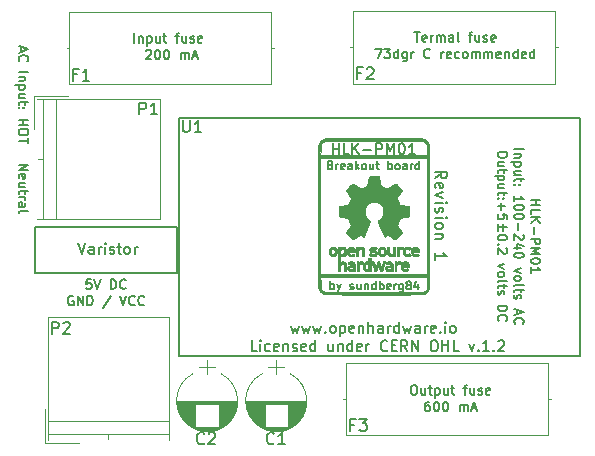
<source format=gbr>
G04 #@! TF.FileFunction,Legend,Top*
%FSLAX46Y46*%
G04 Gerber Fmt 4.6, Leading zero omitted, Abs format (unit mm)*
G04 Created by KiCad (PCBNEW 4.0.4-stable) date 03/24/18 22:40:38*
%MOMM*%
%LPD*%
G01*
G04 APERTURE LIST*
%ADD10C,0.100000*%
%ADD11C,0.175000*%
%ADD12C,0.200000*%
%ADD13C,0.150000*%
%ADD14C,0.120000*%
%ADD15C,0.010000*%
G04 APERTURE END LIST*
D10*
D11*
X166577619Y-79317143D02*
X167053810Y-78983809D01*
X166577619Y-78745714D02*
X167577619Y-78745714D01*
X167577619Y-79126667D01*
X167530000Y-79221905D01*
X167482381Y-79269524D01*
X167387143Y-79317143D01*
X167244286Y-79317143D01*
X167149048Y-79269524D01*
X167101429Y-79221905D01*
X167053810Y-79126667D01*
X167053810Y-78745714D01*
X166625238Y-80126667D02*
X166577619Y-80031429D01*
X166577619Y-79840952D01*
X166625238Y-79745714D01*
X166720476Y-79698095D01*
X167101429Y-79698095D01*
X167196667Y-79745714D01*
X167244286Y-79840952D01*
X167244286Y-80031429D01*
X167196667Y-80126667D01*
X167101429Y-80174286D01*
X167006190Y-80174286D01*
X166910952Y-79698095D01*
X167244286Y-80507619D02*
X166577619Y-80745714D01*
X167244286Y-80983810D01*
X166577619Y-81364762D02*
X167244286Y-81364762D01*
X167577619Y-81364762D02*
X167530000Y-81317143D01*
X167482381Y-81364762D01*
X167530000Y-81412381D01*
X167577619Y-81364762D01*
X167482381Y-81364762D01*
X166625238Y-81793333D02*
X166577619Y-81888571D01*
X166577619Y-82079047D01*
X166625238Y-82174286D01*
X166720476Y-82221905D01*
X166768095Y-82221905D01*
X166863333Y-82174286D01*
X166910952Y-82079047D01*
X166910952Y-81936190D01*
X166958571Y-81840952D01*
X167053810Y-81793333D01*
X167101429Y-81793333D01*
X167196667Y-81840952D01*
X167244286Y-81936190D01*
X167244286Y-82079047D01*
X167196667Y-82174286D01*
X166577619Y-82650476D02*
X167244286Y-82650476D01*
X167577619Y-82650476D02*
X167530000Y-82602857D01*
X167482381Y-82650476D01*
X167530000Y-82698095D01*
X167577619Y-82650476D01*
X167482381Y-82650476D01*
X166577619Y-83269523D02*
X166625238Y-83174285D01*
X166672857Y-83126666D01*
X166768095Y-83079047D01*
X167053810Y-83079047D01*
X167149048Y-83126666D01*
X167196667Y-83174285D01*
X167244286Y-83269523D01*
X167244286Y-83412381D01*
X167196667Y-83507619D01*
X167149048Y-83555238D01*
X167053810Y-83602857D01*
X166768095Y-83602857D01*
X166672857Y-83555238D01*
X166625238Y-83507619D01*
X166577619Y-83412381D01*
X166577619Y-83269523D01*
X167244286Y-84031428D02*
X166577619Y-84031428D01*
X167149048Y-84031428D02*
X167196667Y-84079047D01*
X167244286Y-84174285D01*
X167244286Y-84317143D01*
X167196667Y-84412381D01*
X167101429Y-84460000D01*
X166577619Y-84460000D01*
X166577619Y-86221905D02*
X166577619Y-85650476D01*
X166577619Y-85936190D02*
X167577619Y-85936190D01*
X167434762Y-85840952D01*
X167339524Y-85745714D01*
X167291905Y-85650476D01*
D12*
X154391428Y-91792143D02*
X154562857Y-92392143D01*
X154734286Y-91963571D01*
X154905714Y-92392143D01*
X155077143Y-91792143D01*
X155334285Y-91792143D02*
X155505714Y-92392143D01*
X155677143Y-91963571D01*
X155848571Y-92392143D01*
X156020000Y-91792143D01*
X156277142Y-91792143D02*
X156448571Y-92392143D01*
X156620000Y-91963571D01*
X156791428Y-92392143D01*
X156962857Y-91792143D01*
X157305714Y-92306429D02*
X157348571Y-92349286D01*
X157305714Y-92392143D01*
X157262857Y-92349286D01*
X157305714Y-92306429D01*
X157305714Y-92392143D01*
X157862856Y-92392143D02*
X157777142Y-92349286D01*
X157734285Y-92306429D01*
X157691428Y-92220714D01*
X157691428Y-91963571D01*
X157734285Y-91877857D01*
X157777142Y-91835000D01*
X157862856Y-91792143D01*
X157991428Y-91792143D01*
X158077142Y-91835000D01*
X158119999Y-91877857D01*
X158162856Y-91963571D01*
X158162856Y-92220714D01*
X158119999Y-92306429D01*
X158077142Y-92349286D01*
X157991428Y-92392143D01*
X157862856Y-92392143D01*
X158548571Y-91792143D02*
X158548571Y-92692143D01*
X158548571Y-91835000D02*
X158634285Y-91792143D01*
X158805714Y-91792143D01*
X158891428Y-91835000D01*
X158934285Y-91877857D01*
X158977142Y-91963571D01*
X158977142Y-92220714D01*
X158934285Y-92306429D01*
X158891428Y-92349286D01*
X158805714Y-92392143D01*
X158634285Y-92392143D01*
X158548571Y-92349286D01*
X159705714Y-92349286D02*
X159620000Y-92392143D01*
X159448571Y-92392143D01*
X159362857Y-92349286D01*
X159320000Y-92263571D01*
X159320000Y-91920714D01*
X159362857Y-91835000D01*
X159448571Y-91792143D01*
X159620000Y-91792143D01*
X159705714Y-91835000D01*
X159748571Y-91920714D01*
X159748571Y-92006429D01*
X159320000Y-92092143D01*
X160134286Y-91792143D02*
X160134286Y-92392143D01*
X160134286Y-91877857D02*
X160177143Y-91835000D01*
X160262857Y-91792143D01*
X160391429Y-91792143D01*
X160477143Y-91835000D01*
X160520000Y-91920714D01*
X160520000Y-92392143D01*
X160948572Y-92392143D02*
X160948572Y-91492143D01*
X161334286Y-92392143D02*
X161334286Y-91920714D01*
X161291429Y-91835000D01*
X161205715Y-91792143D01*
X161077143Y-91792143D01*
X160991429Y-91835000D01*
X160948572Y-91877857D01*
X162148572Y-92392143D02*
X162148572Y-91920714D01*
X162105715Y-91835000D01*
X162020001Y-91792143D01*
X161848572Y-91792143D01*
X161762858Y-91835000D01*
X162148572Y-92349286D02*
X162062858Y-92392143D01*
X161848572Y-92392143D01*
X161762858Y-92349286D01*
X161720001Y-92263571D01*
X161720001Y-92177857D01*
X161762858Y-92092143D01*
X161848572Y-92049286D01*
X162062858Y-92049286D01*
X162148572Y-92006429D01*
X162577144Y-92392143D02*
X162577144Y-91792143D01*
X162577144Y-91963571D02*
X162620001Y-91877857D01*
X162662858Y-91835000D01*
X162748572Y-91792143D01*
X162834287Y-91792143D01*
X163520001Y-92392143D02*
X163520001Y-91492143D01*
X163520001Y-92349286D02*
X163434287Y-92392143D01*
X163262858Y-92392143D01*
X163177144Y-92349286D01*
X163134287Y-92306429D01*
X163091430Y-92220714D01*
X163091430Y-91963571D01*
X163134287Y-91877857D01*
X163177144Y-91835000D01*
X163262858Y-91792143D01*
X163434287Y-91792143D01*
X163520001Y-91835000D01*
X163862858Y-91792143D02*
X164034287Y-92392143D01*
X164205716Y-91963571D01*
X164377144Y-92392143D01*
X164548573Y-91792143D01*
X165277144Y-92392143D02*
X165277144Y-91920714D01*
X165234287Y-91835000D01*
X165148573Y-91792143D01*
X164977144Y-91792143D01*
X164891430Y-91835000D01*
X165277144Y-92349286D02*
X165191430Y-92392143D01*
X164977144Y-92392143D01*
X164891430Y-92349286D01*
X164848573Y-92263571D01*
X164848573Y-92177857D01*
X164891430Y-92092143D01*
X164977144Y-92049286D01*
X165191430Y-92049286D01*
X165277144Y-92006429D01*
X165705716Y-92392143D02*
X165705716Y-91792143D01*
X165705716Y-91963571D02*
X165748573Y-91877857D01*
X165791430Y-91835000D01*
X165877144Y-91792143D01*
X165962859Y-91792143D01*
X166605716Y-92349286D02*
X166520002Y-92392143D01*
X166348573Y-92392143D01*
X166262859Y-92349286D01*
X166220002Y-92263571D01*
X166220002Y-91920714D01*
X166262859Y-91835000D01*
X166348573Y-91792143D01*
X166520002Y-91792143D01*
X166605716Y-91835000D01*
X166648573Y-91920714D01*
X166648573Y-92006429D01*
X166220002Y-92092143D01*
X167034288Y-92306429D02*
X167077145Y-92349286D01*
X167034288Y-92392143D01*
X166991431Y-92349286D01*
X167034288Y-92306429D01*
X167034288Y-92392143D01*
X167462859Y-92392143D02*
X167462859Y-91792143D01*
X167462859Y-91492143D02*
X167420002Y-91535000D01*
X167462859Y-91577857D01*
X167505716Y-91535000D01*
X167462859Y-91492143D01*
X167462859Y-91577857D01*
X168020001Y-92392143D02*
X167934287Y-92349286D01*
X167891430Y-92306429D01*
X167848573Y-92220714D01*
X167848573Y-91963571D01*
X167891430Y-91877857D01*
X167934287Y-91835000D01*
X168020001Y-91792143D01*
X168148573Y-91792143D01*
X168234287Y-91835000D01*
X168277144Y-91877857D01*
X168320001Y-91963571D01*
X168320001Y-92220714D01*
X168277144Y-92306429D01*
X168234287Y-92349286D01*
X168148573Y-92392143D01*
X168020001Y-92392143D01*
X151477143Y-93942143D02*
X151048572Y-93942143D01*
X151048572Y-93042143D01*
X151777143Y-93942143D02*
X151777143Y-93342143D01*
X151777143Y-93042143D02*
X151734286Y-93085000D01*
X151777143Y-93127857D01*
X151820000Y-93085000D01*
X151777143Y-93042143D01*
X151777143Y-93127857D01*
X152591428Y-93899286D02*
X152505714Y-93942143D01*
X152334285Y-93942143D01*
X152248571Y-93899286D01*
X152205714Y-93856429D01*
X152162857Y-93770714D01*
X152162857Y-93513571D01*
X152205714Y-93427857D01*
X152248571Y-93385000D01*
X152334285Y-93342143D01*
X152505714Y-93342143D01*
X152591428Y-93385000D01*
X153320000Y-93899286D02*
X153234286Y-93942143D01*
X153062857Y-93942143D01*
X152977143Y-93899286D01*
X152934286Y-93813571D01*
X152934286Y-93470714D01*
X152977143Y-93385000D01*
X153062857Y-93342143D01*
X153234286Y-93342143D01*
X153320000Y-93385000D01*
X153362857Y-93470714D01*
X153362857Y-93556429D01*
X152934286Y-93642143D01*
X153748572Y-93342143D02*
X153748572Y-93942143D01*
X153748572Y-93427857D02*
X153791429Y-93385000D01*
X153877143Y-93342143D01*
X154005715Y-93342143D01*
X154091429Y-93385000D01*
X154134286Y-93470714D01*
X154134286Y-93942143D01*
X154520001Y-93899286D02*
X154605715Y-93942143D01*
X154777143Y-93942143D01*
X154862858Y-93899286D01*
X154905715Y-93813571D01*
X154905715Y-93770714D01*
X154862858Y-93685000D01*
X154777143Y-93642143D01*
X154648572Y-93642143D01*
X154562858Y-93599286D01*
X154520001Y-93513571D01*
X154520001Y-93470714D01*
X154562858Y-93385000D01*
X154648572Y-93342143D01*
X154777143Y-93342143D01*
X154862858Y-93385000D01*
X155634286Y-93899286D02*
X155548572Y-93942143D01*
X155377143Y-93942143D01*
X155291429Y-93899286D01*
X155248572Y-93813571D01*
X155248572Y-93470714D01*
X155291429Y-93385000D01*
X155377143Y-93342143D01*
X155548572Y-93342143D01*
X155634286Y-93385000D01*
X155677143Y-93470714D01*
X155677143Y-93556429D01*
X155248572Y-93642143D01*
X156448572Y-93942143D02*
X156448572Y-93042143D01*
X156448572Y-93899286D02*
X156362858Y-93942143D01*
X156191429Y-93942143D01*
X156105715Y-93899286D01*
X156062858Y-93856429D01*
X156020001Y-93770714D01*
X156020001Y-93513571D01*
X156062858Y-93427857D01*
X156105715Y-93385000D01*
X156191429Y-93342143D01*
X156362858Y-93342143D01*
X156448572Y-93385000D01*
X157948572Y-93342143D02*
X157948572Y-93942143D01*
X157562858Y-93342143D02*
X157562858Y-93813571D01*
X157605715Y-93899286D01*
X157691429Y-93942143D01*
X157820001Y-93942143D01*
X157905715Y-93899286D01*
X157948572Y-93856429D01*
X158377144Y-93342143D02*
X158377144Y-93942143D01*
X158377144Y-93427857D02*
X158420001Y-93385000D01*
X158505715Y-93342143D01*
X158634287Y-93342143D01*
X158720001Y-93385000D01*
X158762858Y-93470714D01*
X158762858Y-93942143D01*
X159577144Y-93942143D02*
X159577144Y-93042143D01*
X159577144Y-93899286D02*
X159491430Y-93942143D01*
X159320001Y-93942143D01*
X159234287Y-93899286D01*
X159191430Y-93856429D01*
X159148573Y-93770714D01*
X159148573Y-93513571D01*
X159191430Y-93427857D01*
X159234287Y-93385000D01*
X159320001Y-93342143D01*
X159491430Y-93342143D01*
X159577144Y-93385000D01*
X160348573Y-93899286D02*
X160262859Y-93942143D01*
X160091430Y-93942143D01*
X160005716Y-93899286D01*
X159962859Y-93813571D01*
X159962859Y-93470714D01*
X160005716Y-93385000D01*
X160091430Y-93342143D01*
X160262859Y-93342143D01*
X160348573Y-93385000D01*
X160391430Y-93470714D01*
X160391430Y-93556429D01*
X159962859Y-93642143D01*
X160777145Y-93942143D02*
X160777145Y-93342143D01*
X160777145Y-93513571D02*
X160820002Y-93427857D01*
X160862859Y-93385000D01*
X160948573Y-93342143D01*
X161034288Y-93342143D01*
X162534287Y-93856429D02*
X162491430Y-93899286D01*
X162362859Y-93942143D01*
X162277145Y-93942143D01*
X162148573Y-93899286D01*
X162062859Y-93813571D01*
X162020002Y-93727857D01*
X161977145Y-93556429D01*
X161977145Y-93427857D01*
X162020002Y-93256429D01*
X162062859Y-93170714D01*
X162148573Y-93085000D01*
X162277145Y-93042143D01*
X162362859Y-93042143D01*
X162491430Y-93085000D01*
X162534287Y-93127857D01*
X162920002Y-93470714D02*
X163220002Y-93470714D01*
X163348573Y-93942143D02*
X162920002Y-93942143D01*
X162920002Y-93042143D01*
X163348573Y-93042143D01*
X164248573Y-93942143D02*
X163948573Y-93513571D01*
X163734288Y-93942143D02*
X163734288Y-93042143D01*
X164077145Y-93042143D01*
X164162859Y-93085000D01*
X164205716Y-93127857D01*
X164248573Y-93213571D01*
X164248573Y-93342143D01*
X164205716Y-93427857D01*
X164162859Y-93470714D01*
X164077145Y-93513571D01*
X163734288Y-93513571D01*
X164634288Y-93942143D02*
X164634288Y-93042143D01*
X165148573Y-93942143D01*
X165148573Y-93042143D01*
X166434287Y-93042143D02*
X166605716Y-93042143D01*
X166691430Y-93085000D01*
X166777144Y-93170714D01*
X166820002Y-93342143D01*
X166820002Y-93642143D01*
X166777144Y-93813571D01*
X166691430Y-93899286D01*
X166605716Y-93942143D01*
X166434287Y-93942143D01*
X166348573Y-93899286D01*
X166262859Y-93813571D01*
X166220002Y-93642143D01*
X166220002Y-93342143D01*
X166262859Y-93170714D01*
X166348573Y-93085000D01*
X166434287Y-93042143D01*
X167205716Y-93942143D02*
X167205716Y-93042143D01*
X167205716Y-93470714D02*
X167720001Y-93470714D01*
X167720001Y-93942143D02*
X167720001Y-93042143D01*
X168577144Y-93942143D02*
X168148573Y-93942143D01*
X168148573Y-93042143D01*
X169477143Y-93342143D02*
X169691429Y-93942143D01*
X169905715Y-93342143D01*
X170248572Y-93856429D02*
X170291429Y-93899286D01*
X170248572Y-93942143D01*
X170205715Y-93899286D01*
X170248572Y-93856429D01*
X170248572Y-93942143D01*
X171148571Y-93942143D02*
X170634286Y-93942143D01*
X170891428Y-93942143D02*
X170891428Y-93042143D01*
X170805714Y-93170714D01*
X170720000Y-93256429D01*
X170634286Y-93299286D01*
X171534286Y-93856429D02*
X171577143Y-93899286D01*
X171534286Y-93942143D01*
X171491429Y-93899286D01*
X171534286Y-93856429D01*
X171534286Y-93942143D01*
X171920000Y-93127857D02*
X171962857Y-93085000D01*
X172048571Y-93042143D01*
X172262857Y-93042143D01*
X172348571Y-93085000D01*
X172391428Y-93127857D01*
X172434285Y-93213571D01*
X172434285Y-93299286D01*
X172391428Y-93427857D01*
X171877142Y-93942143D01*
X172434285Y-93942143D01*
D11*
X157726668Y-88726667D02*
X157726668Y-88026667D01*
X157726668Y-88293333D02*
X157793334Y-88260000D01*
X157926668Y-88260000D01*
X157993334Y-88293333D01*
X158026668Y-88326667D01*
X158060001Y-88393333D01*
X158060001Y-88593333D01*
X158026668Y-88660000D01*
X157993334Y-88693333D01*
X157926668Y-88726667D01*
X157793334Y-88726667D01*
X157726668Y-88693333D01*
X158293334Y-88260000D02*
X158460001Y-88726667D01*
X158626667Y-88260000D02*
X158460001Y-88726667D01*
X158393334Y-88893333D01*
X158360001Y-88926667D01*
X158293334Y-88960000D01*
X159393333Y-88693333D02*
X159460000Y-88726667D01*
X159593333Y-88726667D01*
X159660000Y-88693333D01*
X159693333Y-88626667D01*
X159693333Y-88593333D01*
X159660000Y-88526667D01*
X159593333Y-88493333D01*
X159493333Y-88493333D01*
X159426667Y-88460000D01*
X159393333Y-88393333D01*
X159393333Y-88360000D01*
X159426667Y-88293333D01*
X159493333Y-88260000D01*
X159593333Y-88260000D01*
X159660000Y-88293333D01*
X160293334Y-88260000D02*
X160293334Y-88726667D01*
X159993334Y-88260000D02*
X159993334Y-88626667D01*
X160026667Y-88693333D01*
X160093334Y-88726667D01*
X160193334Y-88726667D01*
X160260000Y-88693333D01*
X160293334Y-88660000D01*
X160626667Y-88260000D02*
X160626667Y-88726667D01*
X160626667Y-88326667D02*
X160660000Y-88293333D01*
X160726667Y-88260000D01*
X160826667Y-88260000D01*
X160893333Y-88293333D01*
X160926667Y-88360000D01*
X160926667Y-88726667D01*
X161560000Y-88726667D02*
X161560000Y-88026667D01*
X161560000Y-88693333D02*
X161493333Y-88726667D01*
X161360000Y-88726667D01*
X161293333Y-88693333D01*
X161260000Y-88660000D01*
X161226666Y-88593333D01*
X161226666Y-88393333D01*
X161260000Y-88326667D01*
X161293333Y-88293333D01*
X161360000Y-88260000D01*
X161493333Y-88260000D01*
X161560000Y-88293333D01*
X161893333Y-88726667D02*
X161893333Y-88026667D01*
X161893333Y-88293333D02*
X161959999Y-88260000D01*
X162093333Y-88260000D01*
X162159999Y-88293333D01*
X162193333Y-88326667D01*
X162226666Y-88393333D01*
X162226666Y-88593333D01*
X162193333Y-88660000D01*
X162159999Y-88693333D01*
X162093333Y-88726667D01*
X161959999Y-88726667D01*
X161893333Y-88693333D01*
X162793332Y-88693333D02*
X162726666Y-88726667D01*
X162593332Y-88726667D01*
X162526666Y-88693333D01*
X162493332Y-88626667D01*
X162493332Y-88360000D01*
X162526666Y-88293333D01*
X162593332Y-88260000D01*
X162726666Y-88260000D01*
X162793332Y-88293333D01*
X162826666Y-88360000D01*
X162826666Y-88426667D01*
X162493332Y-88493333D01*
X163126666Y-88726667D02*
X163126666Y-88260000D01*
X163126666Y-88393333D02*
X163159999Y-88326667D01*
X163193332Y-88293333D01*
X163259999Y-88260000D01*
X163326666Y-88260000D01*
X163859999Y-88260000D02*
X163859999Y-88826667D01*
X163826665Y-88893333D01*
X163793332Y-88926667D01*
X163726665Y-88960000D01*
X163626665Y-88960000D01*
X163559999Y-88926667D01*
X163859999Y-88693333D02*
X163793332Y-88726667D01*
X163659999Y-88726667D01*
X163593332Y-88693333D01*
X163559999Y-88660000D01*
X163526665Y-88593333D01*
X163526665Y-88393333D01*
X163559999Y-88326667D01*
X163593332Y-88293333D01*
X163659999Y-88260000D01*
X163793332Y-88260000D01*
X163859999Y-88293333D01*
X164293332Y-88326667D02*
X164226665Y-88293333D01*
X164193332Y-88260000D01*
X164159998Y-88193333D01*
X164159998Y-88160000D01*
X164193332Y-88093333D01*
X164226665Y-88060000D01*
X164293332Y-88026667D01*
X164426665Y-88026667D01*
X164493332Y-88060000D01*
X164526665Y-88093333D01*
X164559998Y-88160000D01*
X164559998Y-88193333D01*
X164526665Y-88260000D01*
X164493332Y-88293333D01*
X164426665Y-88326667D01*
X164293332Y-88326667D01*
X164226665Y-88360000D01*
X164193332Y-88393333D01*
X164159998Y-88460000D01*
X164159998Y-88593333D01*
X164193332Y-88660000D01*
X164226665Y-88693333D01*
X164293332Y-88726667D01*
X164426665Y-88726667D01*
X164493332Y-88693333D01*
X164526665Y-88660000D01*
X164559998Y-88593333D01*
X164559998Y-88460000D01*
X164526665Y-88393333D01*
X164493332Y-88360000D01*
X164426665Y-88326667D01*
X165159999Y-88260000D02*
X165159999Y-88726667D01*
X164993332Y-87993333D02*
X164826665Y-88493333D01*
X165259999Y-88493333D01*
X157720002Y-78190000D02*
X157820002Y-78223333D01*
X157853335Y-78256667D01*
X157886669Y-78323333D01*
X157886669Y-78423333D01*
X157853335Y-78490000D01*
X157820002Y-78523333D01*
X157753335Y-78556667D01*
X157486669Y-78556667D01*
X157486669Y-77856667D01*
X157720002Y-77856667D01*
X157786669Y-77890000D01*
X157820002Y-77923333D01*
X157853335Y-77990000D01*
X157853335Y-78056667D01*
X157820002Y-78123333D01*
X157786669Y-78156667D01*
X157720002Y-78190000D01*
X157486669Y-78190000D01*
X158186669Y-78556667D02*
X158186669Y-78090000D01*
X158186669Y-78223333D02*
X158220002Y-78156667D01*
X158253335Y-78123333D01*
X158320002Y-78090000D01*
X158386669Y-78090000D01*
X158886668Y-78523333D02*
X158820002Y-78556667D01*
X158686668Y-78556667D01*
X158620002Y-78523333D01*
X158586668Y-78456667D01*
X158586668Y-78190000D01*
X158620002Y-78123333D01*
X158686668Y-78090000D01*
X158820002Y-78090000D01*
X158886668Y-78123333D01*
X158920002Y-78190000D01*
X158920002Y-78256667D01*
X158586668Y-78323333D01*
X159520002Y-78556667D02*
X159520002Y-78190000D01*
X159486668Y-78123333D01*
X159420002Y-78090000D01*
X159286668Y-78090000D01*
X159220002Y-78123333D01*
X159520002Y-78523333D02*
X159453335Y-78556667D01*
X159286668Y-78556667D01*
X159220002Y-78523333D01*
X159186668Y-78456667D01*
X159186668Y-78390000D01*
X159220002Y-78323333D01*
X159286668Y-78290000D01*
X159453335Y-78290000D01*
X159520002Y-78256667D01*
X159853335Y-78556667D02*
X159853335Y-77856667D01*
X159920001Y-78290000D02*
X160120001Y-78556667D01*
X160120001Y-78090000D02*
X159853335Y-78356667D01*
X160520002Y-78556667D02*
X160453335Y-78523333D01*
X160420002Y-78490000D01*
X160386668Y-78423333D01*
X160386668Y-78223333D01*
X160420002Y-78156667D01*
X160453335Y-78123333D01*
X160520002Y-78090000D01*
X160620002Y-78090000D01*
X160686668Y-78123333D01*
X160720002Y-78156667D01*
X160753335Y-78223333D01*
X160753335Y-78423333D01*
X160720002Y-78490000D01*
X160686668Y-78523333D01*
X160620002Y-78556667D01*
X160520002Y-78556667D01*
X161353335Y-78090000D02*
X161353335Y-78556667D01*
X161053335Y-78090000D02*
X161053335Y-78456667D01*
X161086668Y-78523333D01*
X161153335Y-78556667D01*
X161253335Y-78556667D01*
X161320001Y-78523333D01*
X161353335Y-78490000D01*
X161586668Y-78090000D02*
X161853334Y-78090000D01*
X161686668Y-77856667D02*
X161686668Y-78456667D01*
X161720001Y-78523333D01*
X161786668Y-78556667D01*
X161853334Y-78556667D01*
X162620001Y-78556667D02*
X162620001Y-77856667D01*
X162620001Y-78123333D02*
X162686667Y-78090000D01*
X162820001Y-78090000D01*
X162886667Y-78123333D01*
X162920001Y-78156667D01*
X162953334Y-78223333D01*
X162953334Y-78423333D01*
X162920001Y-78490000D01*
X162886667Y-78523333D01*
X162820001Y-78556667D01*
X162686667Y-78556667D01*
X162620001Y-78523333D01*
X163353334Y-78556667D02*
X163286667Y-78523333D01*
X163253334Y-78490000D01*
X163220000Y-78423333D01*
X163220000Y-78223333D01*
X163253334Y-78156667D01*
X163286667Y-78123333D01*
X163353334Y-78090000D01*
X163453334Y-78090000D01*
X163520000Y-78123333D01*
X163553334Y-78156667D01*
X163586667Y-78223333D01*
X163586667Y-78423333D01*
X163553334Y-78490000D01*
X163520000Y-78523333D01*
X163453334Y-78556667D01*
X163353334Y-78556667D01*
X164186667Y-78556667D02*
X164186667Y-78190000D01*
X164153333Y-78123333D01*
X164086667Y-78090000D01*
X163953333Y-78090000D01*
X163886667Y-78123333D01*
X164186667Y-78523333D02*
X164120000Y-78556667D01*
X163953333Y-78556667D01*
X163886667Y-78523333D01*
X163853333Y-78456667D01*
X163853333Y-78390000D01*
X163886667Y-78323333D01*
X163953333Y-78290000D01*
X164120000Y-78290000D01*
X164186667Y-78256667D01*
X164520000Y-78556667D02*
X164520000Y-78090000D01*
X164520000Y-78223333D02*
X164553333Y-78156667D01*
X164586666Y-78123333D01*
X164653333Y-78090000D01*
X164720000Y-78090000D01*
X165253333Y-78556667D02*
X165253333Y-77856667D01*
X165253333Y-78523333D02*
X165186666Y-78556667D01*
X165053333Y-78556667D01*
X164986666Y-78523333D01*
X164953333Y-78490000D01*
X164919999Y-78423333D01*
X164919999Y-78223333D01*
X164953333Y-78156667D01*
X164986666Y-78123333D01*
X165053333Y-78090000D01*
X165186666Y-78090000D01*
X165253333Y-78123333D01*
D12*
X157920001Y-77267143D02*
X157920001Y-76367143D01*
X157920001Y-76795714D02*
X158434286Y-76795714D01*
X158434286Y-77267143D02*
X158434286Y-76367143D01*
X159291429Y-77267143D02*
X158862858Y-77267143D01*
X158862858Y-76367143D01*
X159591429Y-77267143D02*
X159591429Y-76367143D01*
X160105714Y-77267143D02*
X159720000Y-76752857D01*
X160105714Y-76367143D02*
X159591429Y-76881429D01*
X160491429Y-76924286D02*
X161177143Y-76924286D01*
X161605715Y-77267143D02*
X161605715Y-76367143D01*
X161948572Y-76367143D01*
X162034286Y-76410000D01*
X162077143Y-76452857D01*
X162120000Y-76538571D01*
X162120000Y-76667143D01*
X162077143Y-76752857D01*
X162034286Y-76795714D01*
X161948572Y-76838571D01*
X161605715Y-76838571D01*
X162505715Y-77267143D02*
X162505715Y-76367143D01*
X162805715Y-77010000D01*
X163105715Y-76367143D01*
X163105715Y-77267143D01*
X163705714Y-76367143D02*
X163791429Y-76367143D01*
X163877143Y-76410000D01*
X163920000Y-76452857D01*
X163962857Y-76538571D01*
X164005714Y-76710000D01*
X164005714Y-76924286D01*
X163962857Y-77095714D01*
X163920000Y-77181429D01*
X163877143Y-77224286D01*
X163791429Y-77267143D01*
X163705714Y-77267143D01*
X163620000Y-77224286D01*
X163577143Y-77181429D01*
X163534286Y-77095714D01*
X163491429Y-76924286D01*
X163491429Y-76710000D01*
X163534286Y-76538571D01*
X163577143Y-76452857D01*
X163620000Y-76410000D01*
X163705714Y-76367143D01*
X164862857Y-77267143D02*
X164348572Y-77267143D01*
X164605714Y-77267143D02*
X164605714Y-76367143D01*
X164520000Y-76495714D01*
X164434286Y-76581429D01*
X164348572Y-76624286D01*
X174688095Y-81143333D02*
X175488095Y-81143333D01*
X175107143Y-81143333D02*
X175107143Y-81600476D01*
X174688095Y-81600476D02*
X175488095Y-81600476D01*
X174688095Y-82362381D02*
X174688095Y-81981428D01*
X175488095Y-81981428D01*
X174688095Y-82629047D02*
X175488095Y-82629047D01*
X174688095Y-83086190D02*
X175145238Y-82743333D01*
X175488095Y-83086190D02*
X175030952Y-82629047D01*
X174992857Y-83429047D02*
X174992857Y-84038571D01*
X174688095Y-84419523D02*
X175488095Y-84419523D01*
X175488095Y-84724285D01*
X175450000Y-84800476D01*
X175411905Y-84838571D01*
X175335714Y-84876666D01*
X175221429Y-84876666D01*
X175145238Y-84838571D01*
X175107143Y-84800476D01*
X175069048Y-84724285D01*
X175069048Y-84419523D01*
X174688095Y-85219523D02*
X175488095Y-85219523D01*
X174916667Y-85486190D01*
X175488095Y-85752857D01*
X174688095Y-85752857D01*
X175488095Y-86286190D02*
X175488095Y-86362381D01*
X175450000Y-86438571D01*
X175411905Y-86476666D01*
X175335714Y-86514762D01*
X175183333Y-86552857D01*
X174992857Y-86552857D01*
X174840476Y-86514762D01*
X174764286Y-86476666D01*
X174726190Y-86438571D01*
X174688095Y-86362381D01*
X174688095Y-86286190D01*
X174726190Y-86210000D01*
X174764286Y-86171904D01*
X174840476Y-86133809D01*
X174992857Y-86095714D01*
X175183333Y-86095714D01*
X175335714Y-86133809D01*
X175411905Y-86171904D01*
X175450000Y-86210000D01*
X175488095Y-86286190D01*
X174688095Y-87314762D02*
X174688095Y-86857619D01*
X174688095Y-87086190D02*
X175488095Y-87086190D01*
X175373810Y-87010000D01*
X175297619Y-86933809D01*
X175259524Y-86857619D01*
X173288095Y-76838570D02*
X174088095Y-76838570D01*
X173821429Y-77219522D02*
X173288095Y-77219522D01*
X173745238Y-77219522D02*
X173783333Y-77257617D01*
X173821429Y-77333808D01*
X173821429Y-77448094D01*
X173783333Y-77524284D01*
X173707143Y-77562379D01*
X173288095Y-77562379D01*
X173821429Y-77943332D02*
X173021429Y-77943332D01*
X173783333Y-77943332D02*
X173821429Y-78019523D01*
X173821429Y-78171904D01*
X173783333Y-78248094D01*
X173745238Y-78286189D01*
X173669048Y-78324285D01*
X173440476Y-78324285D01*
X173364286Y-78286189D01*
X173326190Y-78248094D01*
X173288095Y-78171904D01*
X173288095Y-78019523D01*
X173326190Y-77943332D01*
X173821429Y-79009999D02*
X173288095Y-79009999D01*
X173821429Y-78667142D02*
X173402381Y-78667142D01*
X173326190Y-78705237D01*
X173288095Y-78781428D01*
X173288095Y-78895714D01*
X173326190Y-78971904D01*
X173364286Y-79009999D01*
X173821429Y-79276666D02*
X173821429Y-79581428D01*
X174088095Y-79390952D02*
X173402381Y-79390952D01*
X173326190Y-79429047D01*
X173288095Y-79505238D01*
X173288095Y-79581428D01*
X173364286Y-79848095D02*
X173326190Y-79886190D01*
X173288095Y-79848095D01*
X173326190Y-79810000D01*
X173364286Y-79848095D01*
X173288095Y-79848095D01*
X173783333Y-79848095D02*
X173745238Y-79886190D01*
X173707143Y-79848095D01*
X173745238Y-79810000D01*
X173783333Y-79848095D01*
X173707143Y-79848095D01*
X173288095Y-81257619D02*
X173288095Y-80800476D01*
X173288095Y-81029047D02*
X174088095Y-81029047D01*
X173973810Y-80952857D01*
X173897619Y-80876666D01*
X173859524Y-80800476D01*
X174088095Y-81752857D02*
X174088095Y-81829048D01*
X174050000Y-81905238D01*
X174011905Y-81943333D01*
X173935714Y-81981429D01*
X173783333Y-82019524D01*
X173592857Y-82019524D01*
X173440476Y-81981429D01*
X173364286Y-81943333D01*
X173326190Y-81905238D01*
X173288095Y-81829048D01*
X173288095Y-81752857D01*
X173326190Y-81676667D01*
X173364286Y-81638571D01*
X173440476Y-81600476D01*
X173592857Y-81562381D01*
X173783333Y-81562381D01*
X173935714Y-81600476D01*
X174011905Y-81638571D01*
X174050000Y-81676667D01*
X174088095Y-81752857D01*
X174088095Y-82514762D02*
X174088095Y-82590953D01*
X174050000Y-82667143D01*
X174011905Y-82705238D01*
X173935714Y-82743334D01*
X173783333Y-82781429D01*
X173592857Y-82781429D01*
X173440476Y-82743334D01*
X173364286Y-82705238D01*
X173326190Y-82667143D01*
X173288095Y-82590953D01*
X173288095Y-82514762D01*
X173326190Y-82438572D01*
X173364286Y-82400476D01*
X173440476Y-82362381D01*
X173592857Y-82324286D01*
X173783333Y-82324286D01*
X173935714Y-82362381D01*
X174011905Y-82400476D01*
X174050000Y-82438572D01*
X174088095Y-82514762D01*
X173592857Y-83124286D02*
X173592857Y-83733810D01*
X174011905Y-84076667D02*
X174050000Y-84114762D01*
X174088095Y-84190953D01*
X174088095Y-84381429D01*
X174050000Y-84457619D01*
X174011905Y-84495715D01*
X173935714Y-84533810D01*
X173859524Y-84533810D01*
X173745238Y-84495715D01*
X173288095Y-84038572D01*
X173288095Y-84533810D01*
X173821429Y-85219524D02*
X173288095Y-85219524D01*
X174126190Y-85029048D02*
X173554762Y-84838572D01*
X173554762Y-85333810D01*
X174088095Y-85790953D02*
X174088095Y-85867144D01*
X174050000Y-85943334D01*
X174011905Y-85981429D01*
X173935714Y-86019525D01*
X173783333Y-86057620D01*
X173592857Y-86057620D01*
X173440476Y-86019525D01*
X173364286Y-85981429D01*
X173326190Y-85943334D01*
X173288095Y-85867144D01*
X173288095Y-85790953D01*
X173326190Y-85714763D01*
X173364286Y-85676667D01*
X173440476Y-85638572D01*
X173592857Y-85600477D01*
X173783333Y-85600477D01*
X173935714Y-85638572D01*
X174011905Y-85676667D01*
X174050000Y-85714763D01*
X174088095Y-85790953D01*
X173821429Y-86933811D02*
X173288095Y-87124287D01*
X173821429Y-87314763D01*
X173288095Y-87733811D02*
X173326190Y-87657620D01*
X173364286Y-87619525D01*
X173440476Y-87581430D01*
X173669048Y-87581430D01*
X173745238Y-87619525D01*
X173783333Y-87657620D01*
X173821429Y-87733811D01*
X173821429Y-87848097D01*
X173783333Y-87924287D01*
X173745238Y-87962382D01*
X173669048Y-88000478D01*
X173440476Y-88000478D01*
X173364286Y-87962382D01*
X173326190Y-87924287D01*
X173288095Y-87848097D01*
X173288095Y-87733811D01*
X173288095Y-88457621D02*
X173326190Y-88381430D01*
X173402381Y-88343335D01*
X174088095Y-88343335D01*
X173821429Y-88648097D02*
X173821429Y-88952859D01*
X174088095Y-88762383D02*
X173402381Y-88762383D01*
X173326190Y-88800478D01*
X173288095Y-88876669D01*
X173288095Y-88952859D01*
X173326190Y-89181431D02*
X173288095Y-89257621D01*
X173288095Y-89410002D01*
X173326190Y-89486193D01*
X173402381Y-89524288D01*
X173440476Y-89524288D01*
X173516667Y-89486193D01*
X173554762Y-89410002D01*
X173554762Y-89295717D01*
X173592857Y-89219526D01*
X173669048Y-89181431D01*
X173707143Y-89181431D01*
X173783333Y-89219526D01*
X173821429Y-89295717D01*
X173821429Y-89410002D01*
X173783333Y-89486193D01*
X173516667Y-90438574D02*
X173516667Y-90819526D01*
X173288095Y-90362383D02*
X174088095Y-90629050D01*
X173288095Y-90895717D01*
X173364286Y-91619526D02*
X173326190Y-91581431D01*
X173288095Y-91467145D01*
X173288095Y-91390955D01*
X173326190Y-91276669D01*
X173402381Y-91200478D01*
X173478571Y-91162383D01*
X173630952Y-91124288D01*
X173745238Y-91124288D01*
X173897619Y-91162383D01*
X173973810Y-91200478D01*
X174050000Y-91276669D01*
X174088095Y-91390955D01*
X174088095Y-91467145D01*
X174050000Y-91581431D01*
X174011905Y-91619526D01*
X172688095Y-77238570D02*
X172688095Y-77390951D01*
X172650000Y-77467142D01*
X172573810Y-77543332D01*
X172421429Y-77581427D01*
X172154762Y-77581427D01*
X172002381Y-77543332D01*
X171926190Y-77467142D01*
X171888095Y-77390951D01*
X171888095Y-77238570D01*
X171926190Y-77162380D01*
X172002381Y-77086189D01*
X172154762Y-77048094D01*
X172421429Y-77048094D01*
X172573810Y-77086189D01*
X172650000Y-77162380D01*
X172688095Y-77238570D01*
X172421429Y-78267141D02*
X171888095Y-78267141D01*
X172421429Y-77924284D02*
X172002381Y-77924284D01*
X171926190Y-77962379D01*
X171888095Y-78038570D01*
X171888095Y-78152856D01*
X171926190Y-78229046D01*
X171964286Y-78267141D01*
X172421429Y-78533808D02*
X172421429Y-78838570D01*
X172688095Y-78648094D02*
X172002381Y-78648094D01*
X171926190Y-78686189D01*
X171888095Y-78762380D01*
X171888095Y-78838570D01*
X172421429Y-79105237D02*
X171621429Y-79105237D01*
X172383333Y-79105237D02*
X172421429Y-79181428D01*
X172421429Y-79333809D01*
X172383333Y-79409999D01*
X172345238Y-79448094D01*
X172269048Y-79486190D01*
X172040476Y-79486190D01*
X171964286Y-79448094D01*
X171926190Y-79409999D01*
X171888095Y-79333809D01*
X171888095Y-79181428D01*
X171926190Y-79105237D01*
X172421429Y-80171904D02*
X171888095Y-80171904D01*
X172421429Y-79829047D02*
X172002381Y-79829047D01*
X171926190Y-79867142D01*
X171888095Y-79943333D01*
X171888095Y-80057619D01*
X171926190Y-80133809D01*
X171964286Y-80171904D01*
X172421429Y-80438571D02*
X172421429Y-80743333D01*
X172688095Y-80552857D02*
X172002381Y-80552857D01*
X171926190Y-80590952D01*
X171888095Y-80667143D01*
X171888095Y-80743333D01*
X171964286Y-81010000D02*
X171926190Y-81048095D01*
X171888095Y-81010000D01*
X171926190Y-80971905D01*
X171964286Y-81010000D01*
X171888095Y-81010000D01*
X172383333Y-81010000D02*
X172345238Y-81048095D01*
X172307143Y-81010000D01*
X172345238Y-80971905D01*
X172383333Y-81010000D01*
X172307143Y-81010000D01*
X172192857Y-81390952D02*
X172192857Y-82000476D01*
X171888095Y-81695714D02*
X172497619Y-81695714D01*
X172688095Y-82762381D02*
X172688095Y-82381428D01*
X172307143Y-82343333D01*
X172345238Y-82381428D01*
X172383333Y-82457619D01*
X172383333Y-82648095D01*
X172345238Y-82724285D01*
X172307143Y-82762381D01*
X172230952Y-82800476D01*
X172040476Y-82800476D01*
X171964286Y-82762381D01*
X171926190Y-82724285D01*
X171888095Y-82648095D01*
X171888095Y-82457619D01*
X171926190Y-82381428D01*
X171964286Y-82343333D01*
X172345238Y-83143333D02*
X172345238Y-83752857D01*
X172040476Y-83448095D02*
X172650000Y-83448095D01*
X171888095Y-83752857D02*
X171888095Y-83143333D01*
X172688095Y-84286190D02*
X172688095Y-84362381D01*
X172650000Y-84438571D01*
X172611905Y-84476666D01*
X172535714Y-84514762D01*
X172383333Y-84552857D01*
X172192857Y-84552857D01*
X172040476Y-84514762D01*
X171964286Y-84476666D01*
X171926190Y-84438571D01*
X171888095Y-84362381D01*
X171888095Y-84286190D01*
X171926190Y-84210000D01*
X171964286Y-84171904D01*
X172040476Y-84133809D01*
X172192857Y-84095714D01*
X172383333Y-84095714D01*
X172535714Y-84133809D01*
X172611905Y-84171904D01*
X172650000Y-84210000D01*
X172688095Y-84286190D01*
X171964286Y-84895714D02*
X171926190Y-84933809D01*
X171888095Y-84895714D01*
X171926190Y-84857619D01*
X171964286Y-84895714D01*
X171888095Y-84895714D01*
X172611905Y-85238571D02*
X172650000Y-85276666D01*
X172688095Y-85352857D01*
X172688095Y-85543333D01*
X172650000Y-85619523D01*
X172611905Y-85657619D01*
X172535714Y-85695714D01*
X172459524Y-85695714D01*
X172345238Y-85657619D01*
X171888095Y-85200476D01*
X171888095Y-85695714D01*
X172421429Y-86571905D02*
X171888095Y-86762381D01*
X172421429Y-86952857D01*
X171888095Y-87371905D02*
X171926190Y-87295714D01*
X171964286Y-87257619D01*
X172040476Y-87219524D01*
X172269048Y-87219524D01*
X172345238Y-87257619D01*
X172383333Y-87295714D01*
X172421429Y-87371905D01*
X172421429Y-87486191D01*
X172383333Y-87562381D01*
X172345238Y-87600476D01*
X172269048Y-87638572D01*
X172040476Y-87638572D01*
X171964286Y-87600476D01*
X171926190Y-87562381D01*
X171888095Y-87486191D01*
X171888095Y-87371905D01*
X171888095Y-88095715D02*
X171926190Y-88019524D01*
X172002381Y-87981429D01*
X172688095Y-87981429D01*
X172421429Y-88286191D02*
X172421429Y-88590953D01*
X172688095Y-88400477D02*
X172002381Y-88400477D01*
X171926190Y-88438572D01*
X171888095Y-88514763D01*
X171888095Y-88590953D01*
X171926190Y-88819525D02*
X171888095Y-88895715D01*
X171888095Y-89048096D01*
X171926190Y-89124287D01*
X172002381Y-89162382D01*
X172040476Y-89162382D01*
X172116667Y-89124287D01*
X172154762Y-89048096D01*
X172154762Y-88933811D01*
X172192857Y-88857620D01*
X172269048Y-88819525D01*
X172307143Y-88819525D01*
X172383333Y-88857620D01*
X172421429Y-88933811D01*
X172421429Y-89048096D01*
X172383333Y-89124287D01*
X171888095Y-90114763D02*
X172688095Y-90114763D01*
X172688095Y-90305239D01*
X172650000Y-90419525D01*
X172573810Y-90495716D01*
X172497619Y-90533811D01*
X172345238Y-90571906D01*
X172230952Y-90571906D01*
X172078571Y-90533811D01*
X172002381Y-90495716D01*
X171926190Y-90419525D01*
X171888095Y-90305239D01*
X171888095Y-90114763D01*
X171964286Y-91371906D02*
X171926190Y-91333811D01*
X171888095Y-91219525D01*
X171888095Y-91143335D01*
X171926190Y-91029049D01*
X172002381Y-90952858D01*
X172078571Y-90914763D01*
X172230952Y-90876668D01*
X172345238Y-90876668D01*
X172497619Y-90914763D01*
X172573810Y-90952858D01*
X172650000Y-91029049D01*
X172688095Y-91143335D01*
X172688095Y-91219525D01*
X172650000Y-91333811D01*
X172611905Y-91371906D01*
X131348095Y-78179047D02*
X132148095Y-78179047D01*
X131348095Y-78636190D01*
X132148095Y-78636190D01*
X131386190Y-79321904D02*
X131348095Y-79245714D01*
X131348095Y-79093333D01*
X131386190Y-79017142D01*
X131462381Y-78979047D01*
X131767143Y-78979047D01*
X131843333Y-79017142D01*
X131881429Y-79093333D01*
X131881429Y-79245714D01*
X131843333Y-79321904D01*
X131767143Y-79359999D01*
X131690952Y-79359999D01*
X131614762Y-78979047D01*
X131881429Y-80045713D02*
X131348095Y-80045713D01*
X131881429Y-79702856D02*
X131462381Y-79702856D01*
X131386190Y-79740951D01*
X131348095Y-79817142D01*
X131348095Y-79931428D01*
X131386190Y-80007618D01*
X131424286Y-80045713D01*
X131881429Y-80312380D02*
X131881429Y-80617142D01*
X132148095Y-80426666D02*
X131462381Y-80426666D01*
X131386190Y-80464761D01*
X131348095Y-80540952D01*
X131348095Y-80617142D01*
X131348095Y-80883809D02*
X131881429Y-80883809D01*
X131729048Y-80883809D02*
X131805238Y-80921904D01*
X131843333Y-80960000D01*
X131881429Y-81036190D01*
X131881429Y-81112381D01*
X131348095Y-81721904D02*
X131767143Y-81721904D01*
X131843333Y-81683809D01*
X131881429Y-81607619D01*
X131881429Y-81455238D01*
X131843333Y-81379047D01*
X131386190Y-81721904D02*
X131348095Y-81645714D01*
X131348095Y-81455238D01*
X131386190Y-81379047D01*
X131462381Y-81340952D01*
X131538571Y-81340952D01*
X131614762Y-81379047D01*
X131652857Y-81455238D01*
X131652857Y-81645714D01*
X131690952Y-81721904D01*
X131348095Y-82217143D02*
X131386190Y-82140952D01*
X131462381Y-82102857D01*
X132148095Y-82102857D01*
X137462858Y-87881905D02*
X137081905Y-87881905D01*
X137043810Y-88262857D01*
X137081905Y-88224762D01*
X137158096Y-88186667D01*
X137348572Y-88186667D01*
X137424762Y-88224762D01*
X137462858Y-88262857D01*
X137500953Y-88339048D01*
X137500953Y-88529524D01*
X137462858Y-88605714D01*
X137424762Y-88643810D01*
X137348572Y-88681905D01*
X137158096Y-88681905D01*
X137081905Y-88643810D01*
X137043810Y-88605714D01*
X137729524Y-87881905D02*
X137996191Y-88681905D01*
X138262858Y-87881905D01*
X139139048Y-88681905D02*
X139139048Y-87881905D01*
X139329524Y-87881905D01*
X139443810Y-87920000D01*
X139520001Y-87996190D01*
X139558096Y-88072381D01*
X139596191Y-88224762D01*
X139596191Y-88339048D01*
X139558096Y-88491429D01*
X139520001Y-88567619D01*
X139443810Y-88643810D01*
X139329524Y-88681905D01*
X139139048Y-88681905D01*
X140396191Y-88605714D02*
X140358096Y-88643810D01*
X140243810Y-88681905D01*
X140167620Y-88681905D01*
X140053334Y-88643810D01*
X139977143Y-88567619D01*
X139939048Y-88491429D01*
X139900953Y-88339048D01*
X139900953Y-88224762D01*
X139939048Y-88072381D01*
X139977143Y-87996190D01*
X140053334Y-87920000D01*
X140167620Y-87881905D01*
X140243810Y-87881905D01*
X140358096Y-87920000D01*
X140396191Y-87958095D01*
X135939048Y-89320000D02*
X135862857Y-89281905D01*
X135748572Y-89281905D01*
X135634286Y-89320000D01*
X135558095Y-89396190D01*
X135520000Y-89472381D01*
X135481905Y-89624762D01*
X135481905Y-89739048D01*
X135520000Y-89891429D01*
X135558095Y-89967619D01*
X135634286Y-90043810D01*
X135748572Y-90081905D01*
X135824762Y-90081905D01*
X135939048Y-90043810D01*
X135977143Y-90005714D01*
X135977143Y-89739048D01*
X135824762Y-89739048D01*
X136320000Y-90081905D02*
X136320000Y-89281905D01*
X136777143Y-90081905D01*
X136777143Y-89281905D01*
X137158095Y-90081905D02*
X137158095Y-89281905D01*
X137348571Y-89281905D01*
X137462857Y-89320000D01*
X137539048Y-89396190D01*
X137577143Y-89472381D01*
X137615238Y-89624762D01*
X137615238Y-89739048D01*
X137577143Y-89891429D01*
X137539048Y-89967619D01*
X137462857Y-90043810D01*
X137348571Y-90081905D01*
X137158095Y-90081905D01*
X139139048Y-89243810D02*
X138453333Y-90272381D01*
X139900952Y-89281905D02*
X140167619Y-90081905D01*
X140434286Y-89281905D01*
X141158095Y-90005714D02*
X141120000Y-90043810D01*
X141005714Y-90081905D01*
X140929524Y-90081905D01*
X140815238Y-90043810D01*
X140739047Y-89967619D01*
X140700952Y-89891429D01*
X140662857Y-89739048D01*
X140662857Y-89624762D01*
X140700952Y-89472381D01*
X140739047Y-89396190D01*
X140815238Y-89320000D01*
X140929524Y-89281905D01*
X141005714Y-89281905D01*
X141120000Y-89320000D01*
X141158095Y-89358095D01*
X141958095Y-90005714D02*
X141920000Y-90043810D01*
X141805714Y-90081905D01*
X141729524Y-90081905D01*
X141615238Y-90043810D01*
X141539047Y-89967619D01*
X141500952Y-89891429D01*
X141462857Y-89739048D01*
X141462857Y-89624762D01*
X141500952Y-89472381D01*
X141539047Y-89396190D01*
X141615238Y-89320000D01*
X141729524Y-89281905D01*
X141805714Y-89281905D01*
X141920000Y-89320000D01*
X141958095Y-89358095D01*
X131546667Y-68211905D02*
X131546667Y-68592857D01*
X131318095Y-68135714D02*
X132118095Y-68402381D01*
X131318095Y-68669048D01*
X131394286Y-69392857D02*
X131356190Y-69354762D01*
X131318095Y-69240476D01*
X131318095Y-69164286D01*
X131356190Y-69050000D01*
X131432381Y-68973809D01*
X131508571Y-68935714D01*
X131660952Y-68897619D01*
X131775238Y-68897619D01*
X131927619Y-68935714D01*
X132003810Y-68973809D01*
X132080000Y-69050000D01*
X132118095Y-69164286D01*
X132118095Y-69240476D01*
X132080000Y-69354762D01*
X132041905Y-69392857D01*
X131318095Y-70345238D02*
X132118095Y-70345238D01*
X131851429Y-70726190D02*
X131318095Y-70726190D01*
X131775238Y-70726190D02*
X131813333Y-70764285D01*
X131851429Y-70840476D01*
X131851429Y-70954762D01*
X131813333Y-71030952D01*
X131737143Y-71069047D01*
X131318095Y-71069047D01*
X131851429Y-71450000D02*
X131051429Y-71450000D01*
X131813333Y-71450000D02*
X131851429Y-71526191D01*
X131851429Y-71678572D01*
X131813333Y-71754762D01*
X131775238Y-71792857D01*
X131699048Y-71830953D01*
X131470476Y-71830953D01*
X131394286Y-71792857D01*
X131356190Y-71754762D01*
X131318095Y-71678572D01*
X131318095Y-71526191D01*
X131356190Y-71450000D01*
X131851429Y-72516667D02*
X131318095Y-72516667D01*
X131851429Y-72173810D02*
X131432381Y-72173810D01*
X131356190Y-72211905D01*
X131318095Y-72288096D01*
X131318095Y-72402382D01*
X131356190Y-72478572D01*
X131394286Y-72516667D01*
X131851429Y-72783334D02*
X131851429Y-73088096D01*
X132118095Y-72897620D02*
X131432381Y-72897620D01*
X131356190Y-72935715D01*
X131318095Y-73011906D01*
X131318095Y-73088096D01*
X131394286Y-73354763D02*
X131356190Y-73392858D01*
X131318095Y-73354763D01*
X131356190Y-73316668D01*
X131394286Y-73354763D01*
X131318095Y-73354763D01*
X131813333Y-73354763D02*
X131775238Y-73392858D01*
X131737143Y-73354763D01*
X131775238Y-73316668D01*
X131813333Y-73354763D01*
X131737143Y-73354763D01*
X131318095Y-74345239D02*
X132118095Y-74345239D01*
X131737143Y-74345239D02*
X131737143Y-74802382D01*
X131318095Y-74802382D02*
X132118095Y-74802382D01*
X132118095Y-75335715D02*
X132118095Y-75488096D01*
X132080000Y-75564287D01*
X132003810Y-75640477D01*
X131851429Y-75678572D01*
X131584762Y-75678572D01*
X131432381Y-75640477D01*
X131356190Y-75564287D01*
X131318095Y-75488096D01*
X131318095Y-75335715D01*
X131356190Y-75259525D01*
X131432381Y-75183334D01*
X131584762Y-75145239D01*
X131851429Y-75145239D01*
X132003810Y-75183334D01*
X132080000Y-75259525D01*
X132118095Y-75335715D01*
X132118095Y-75907143D02*
X132118095Y-76364286D01*
X131318095Y-76135715D02*
X132118095Y-76135715D01*
X141099047Y-67821905D02*
X141099047Y-67021905D01*
X141479999Y-67288571D02*
X141479999Y-67821905D01*
X141479999Y-67364762D02*
X141518094Y-67326667D01*
X141594285Y-67288571D01*
X141708571Y-67288571D01*
X141784761Y-67326667D01*
X141822856Y-67402857D01*
X141822856Y-67821905D01*
X142203809Y-67288571D02*
X142203809Y-68088571D01*
X142203809Y-67326667D02*
X142280000Y-67288571D01*
X142432381Y-67288571D01*
X142508571Y-67326667D01*
X142546666Y-67364762D01*
X142584762Y-67440952D01*
X142584762Y-67669524D01*
X142546666Y-67745714D01*
X142508571Y-67783810D01*
X142432381Y-67821905D01*
X142280000Y-67821905D01*
X142203809Y-67783810D01*
X143270476Y-67288571D02*
X143270476Y-67821905D01*
X142927619Y-67288571D02*
X142927619Y-67707619D01*
X142965714Y-67783810D01*
X143041905Y-67821905D01*
X143156191Y-67821905D01*
X143232381Y-67783810D01*
X143270476Y-67745714D01*
X143537143Y-67288571D02*
X143841905Y-67288571D01*
X143651429Y-67021905D02*
X143651429Y-67707619D01*
X143689524Y-67783810D01*
X143765715Y-67821905D01*
X143841905Y-67821905D01*
X144603810Y-67288571D02*
X144908572Y-67288571D01*
X144718096Y-67821905D02*
X144718096Y-67136190D01*
X144756191Y-67060000D01*
X144832382Y-67021905D01*
X144908572Y-67021905D01*
X145518096Y-67288571D02*
X145518096Y-67821905D01*
X145175239Y-67288571D02*
X145175239Y-67707619D01*
X145213334Y-67783810D01*
X145289525Y-67821905D01*
X145403811Y-67821905D01*
X145480001Y-67783810D01*
X145518096Y-67745714D01*
X145860954Y-67783810D02*
X145937144Y-67821905D01*
X146089525Y-67821905D01*
X146165716Y-67783810D01*
X146203811Y-67707619D01*
X146203811Y-67669524D01*
X146165716Y-67593333D01*
X146089525Y-67555238D01*
X145975240Y-67555238D01*
X145899049Y-67517143D01*
X145860954Y-67440952D01*
X145860954Y-67402857D01*
X145899049Y-67326667D01*
X145975240Y-67288571D01*
X146089525Y-67288571D01*
X146165716Y-67326667D01*
X146851430Y-67783810D02*
X146775240Y-67821905D01*
X146622859Y-67821905D01*
X146546668Y-67783810D01*
X146508573Y-67707619D01*
X146508573Y-67402857D01*
X146546668Y-67326667D01*
X146622859Y-67288571D01*
X146775240Y-67288571D01*
X146851430Y-67326667D01*
X146889525Y-67402857D01*
X146889525Y-67479048D01*
X146508573Y-67555238D01*
X142108571Y-68498095D02*
X142146666Y-68460000D01*
X142222857Y-68421905D01*
X142413333Y-68421905D01*
X142489523Y-68460000D01*
X142527619Y-68498095D01*
X142565714Y-68574286D01*
X142565714Y-68650476D01*
X142527619Y-68764762D01*
X142070476Y-69221905D01*
X142565714Y-69221905D01*
X143060952Y-68421905D02*
X143137143Y-68421905D01*
X143213333Y-68460000D01*
X143251428Y-68498095D01*
X143289524Y-68574286D01*
X143327619Y-68726667D01*
X143327619Y-68917143D01*
X143289524Y-69069524D01*
X143251428Y-69145714D01*
X143213333Y-69183810D01*
X143137143Y-69221905D01*
X143060952Y-69221905D01*
X142984762Y-69183810D01*
X142946666Y-69145714D01*
X142908571Y-69069524D01*
X142870476Y-68917143D01*
X142870476Y-68726667D01*
X142908571Y-68574286D01*
X142946666Y-68498095D01*
X142984762Y-68460000D01*
X143060952Y-68421905D01*
X143822857Y-68421905D02*
X143899048Y-68421905D01*
X143975238Y-68460000D01*
X144013333Y-68498095D01*
X144051429Y-68574286D01*
X144089524Y-68726667D01*
X144089524Y-68917143D01*
X144051429Y-69069524D01*
X144013333Y-69145714D01*
X143975238Y-69183810D01*
X143899048Y-69221905D01*
X143822857Y-69221905D01*
X143746667Y-69183810D01*
X143708571Y-69145714D01*
X143670476Y-69069524D01*
X143632381Y-68917143D01*
X143632381Y-68726667D01*
X143670476Y-68574286D01*
X143708571Y-68498095D01*
X143746667Y-68460000D01*
X143822857Y-68421905D01*
X145041905Y-69221905D02*
X145041905Y-68688571D01*
X145041905Y-68764762D02*
X145080000Y-68726667D01*
X145156191Y-68688571D01*
X145270477Y-68688571D01*
X145346667Y-68726667D01*
X145384762Y-68802857D01*
X145384762Y-69221905D01*
X145384762Y-68802857D02*
X145422858Y-68726667D01*
X145499048Y-68688571D01*
X145613334Y-68688571D01*
X145689524Y-68726667D01*
X145727619Y-68802857D01*
X145727619Y-69221905D01*
X146070477Y-68993333D02*
X146451429Y-68993333D01*
X145994286Y-69221905D02*
X146260953Y-68421905D01*
X146527620Y-69221905D01*
X164814285Y-66951905D02*
X165271428Y-66951905D01*
X165042857Y-67751905D02*
X165042857Y-66951905D01*
X165842857Y-67713810D02*
X165766667Y-67751905D01*
X165614286Y-67751905D01*
X165538095Y-67713810D01*
X165500000Y-67637619D01*
X165500000Y-67332857D01*
X165538095Y-67256667D01*
X165614286Y-67218571D01*
X165766667Y-67218571D01*
X165842857Y-67256667D01*
X165880952Y-67332857D01*
X165880952Y-67409048D01*
X165500000Y-67485238D01*
X166223809Y-67751905D02*
X166223809Y-67218571D01*
X166223809Y-67370952D02*
X166261904Y-67294762D01*
X166300000Y-67256667D01*
X166376190Y-67218571D01*
X166452381Y-67218571D01*
X166719047Y-67751905D02*
X166719047Y-67218571D01*
X166719047Y-67294762D02*
X166757142Y-67256667D01*
X166833333Y-67218571D01*
X166947619Y-67218571D01*
X167023809Y-67256667D01*
X167061904Y-67332857D01*
X167061904Y-67751905D01*
X167061904Y-67332857D02*
X167100000Y-67256667D01*
X167176190Y-67218571D01*
X167290476Y-67218571D01*
X167366666Y-67256667D01*
X167404761Y-67332857D01*
X167404761Y-67751905D01*
X168128571Y-67751905D02*
X168128571Y-67332857D01*
X168090476Y-67256667D01*
X168014286Y-67218571D01*
X167861905Y-67218571D01*
X167785714Y-67256667D01*
X168128571Y-67713810D02*
X168052381Y-67751905D01*
X167861905Y-67751905D01*
X167785714Y-67713810D01*
X167747619Y-67637619D01*
X167747619Y-67561429D01*
X167785714Y-67485238D01*
X167861905Y-67447143D01*
X168052381Y-67447143D01*
X168128571Y-67409048D01*
X168623810Y-67751905D02*
X168547619Y-67713810D01*
X168509524Y-67637619D01*
X168509524Y-66951905D01*
X169423810Y-67218571D02*
X169728572Y-67218571D01*
X169538096Y-67751905D02*
X169538096Y-67066190D01*
X169576191Y-66990000D01*
X169652382Y-66951905D01*
X169728572Y-66951905D01*
X170338096Y-67218571D02*
X170338096Y-67751905D01*
X169995239Y-67218571D02*
X169995239Y-67637619D01*
X170033334Y-67713810D01*
X170109525Y-67751905D01*
X170223811Y-67751905D01*
X170300001Y-67713810D01*
X170338096Y-67675714D01*
X170680954Y-67713810D02*
X170757144Y-67751905D01*
X170909525Y-67751905D01*
X170985716Y-67713810D01*
X171023811Y-67637619D01*
X171023811Y-67599524D01*
X170985716Y-67523333D01*
X170909525Y-67485238D01*
X170795240Y-67485238D01*
X170719049Y-67447143D01*
X170680954Y-67370952D01*
X170680954Y-67332857D01*
X170719049Y-67256667D01*
X170795240Y-67218571D01*
X170909525Y-67218571D01*
X170985716Y-67256667D01*
X171671430Y-67713810D02*
X171595240Y-67751905D01*
X171442859Y-67751905D01*
X171366668Y-67713810D01*
X171328573Y-67637619D01*
X171328573Y-67332857D01*
X171366668Y-67256667D01*
X171442859Y-67218571D01*
X171595240Y-67218571D01*
X171671430Y-67256667D01*
X171709525Y-67332857D01*
X171709525Y-67409048D01*
X171328573Y-67485238D01*
X161538094Y-68351905D02*
X162071427Y-68351905D01*
X161728570Y-69151905D01*
X162299999Y-68351905D02*
X162795237Y-68351905D01*
X162528570Y-68656667D01*
X162642856Y-68656667D01*
X162719046Y-68694762D01*
X162757142Y-68732857D01*
X162795237Y-68809048D01*
X162795237Y-68999524D01*
X162757142Y-69075714D01*
X162719046Y-69113810D01*
X162642856Y-69151905D01*
X162414284Y-69151905D01*
X162338094Y-69113810D01*
X162299999Y-69075714D01*
X163480951Y-69151905D02*
X163480951Y-68351905D01*
X163480951Y-69113810D02*
X163404761Y-69151905D01*
X163252380Y-69151905D01*
X163176189Y-69113810D01*
X163138094Y-69075714D01*
X163099999Y-68999524D01*
X163099999Y-68770952D01*
X163138094Y-68694762D01*
X163176189Y-68656667D01*
X163252380Y-68618571D01*
X163404761Y-68618571D01*
X163480951Y-68656667D01*
X164204761Y-68618571D02*
X164204761Y-69266190D01*
X164166666Y-69342381D01*
X164128571Y-69380476D01*
X164052380Y-69418571D01*
X163938095Y-69418571D01*
X163861904Y-69380476D01*
X164204761Y-69113810D02*
X164128571Y-69151905D01*
X163976190Y-69151905D01*
X163899999Y-69113810D01*
X163861904Y-69075714D01*
X163823809Y-68999524D01*
X163823809Y-68770952D01*
X163861904Y-68694762D01*
X163899999Y-68656667D01*
X163976190Y-68618571D01*
X164128571Y-68618571D01*
X164204761Y-68656667D01*
X164585714Y-69151905D02*
X164585714Y-68618571D01*
X164585714Y-68770952D02*
X164623809Y-68694762D01*
X164661905Y-68656667D01*
X164738095Y-68618571D01*
X164814286Y-68618571D01*
X166147619Y-69075714D02*
X166109524Y-69113810D01*
X165995238Y-69151905D01*
X165919048Y-69151905D01*
X165804762Y-69113810D01*
X165728571Y-69037619D01*
X165690476Y-68961429D01*
X165652381Y-68809048D01*
X165652381Y-68694762D01*
X165690476Y-68542381D01*
X165728571Y-68466190D01*
X165804762Y-68390000D01*
X165919048Y-68351905D01*
X165995238Y-68351905D01*
X166109524Y-68390000D01*
X166147619Y-68428095D01*
X167100000Y-69151905D02*
X167100000Y-68618571D01*
X167100000Y-68770952D02*
X167138095Y-68694762D01*
X167176191Y-68656667D01*
X167252381Y-68618571D01*
X167328572Y-68618571D01*
X167900000Y-69113810D02*
X167823810Y-69151905D01*
X167671429Y-69151905D01*
X167595238Y-69113810D01*
X167557143Y-69037619D01*
X167557143Y-68732857D01*
X167595238Y-68656667D01*
X167671429Y-68618571D01*
X167823810Y-68618571D01*
X167900000Y-68656667D01*
X167938095Y-68732857D01*
X167938095Y-68809048D01*
X167557143Y-68885238D01*
X168623809Y-69113810D02*
X168547619Y-69151905D01*
X168395238Y-69151905D01*
X168319047Y-69113810D01*
X168280952Y-69075714D01*
X168242857Y-68999524D01*
X168242857Y-68770952D01*
X168280952Y-68694762D01*
X168319047Y-68656667D01*
X168395238Y-68618571D01*
X168547619Y-68618571D01*
X168623809Y-68656667D01*
X169080952Y-69151905D02*
X169004761Y-69113810D01*
X168966666Y-69075714D01*
X168928571Y-68999524D01*
X168928571Y-68770952D01*
X168966666Y-68694762D01*
X169004761Y-68656667D01*
X169080952Y-68618571D01*
X169195238Y-68618571D01*
X169271428Y-68656667D01*
X169309523Y-68694762D01*
X169347619Y-68770952D01*
X169347619Y-68999524D01*
X169309523Y-69075714D01*
X169271428Y-69113810D01*
X169195238Y-69151905D01*
X169080952Y-69151905D01*
X169690476Y-69151905D02*
X169690476Y-68618571D01*
X169690476Y-68694762D02*
X169728571Y-68656667D01*
X169804762Y-68618571D01*
X169919048Y-68618571D01*
X169995238Y-68656667D01*
X170033333Y-68732857D01*
X170033333Y-69151905D01*
X170033333Y-68732857D02*
X170071429Y-68656667D01*
X170147619Y-68618571D01*
X170261905Y-68618571D01*
X170338095Y-68656667D01*
X170376190Y-68732857D01*
X170376190Y-69151905D01*
X170757143Y-69151905D02*
X170757143Y-68618571D01*
X170757143Y-68694762D02*
X170795238Y-68656667D01*
X170871429Y-68618571D01*
X170985715Y-68618571D01*
X171061905Y-68656667D01*
X171100000Y-68732857D01*
X171100000Y-69151905D01*
X171100000Y-68732857D02*
X171138096Y-68656667D01*
X171214286Y-68618571D01*
X171328572Y-68618571D01*
X171404762Y-68656667D01*
X171442857Y-68732857D01*
X171442857Y-69151905D01*
X172128572Y-69113810D02*
X172052382Y-69151905D01*
X171900001Y-69151905D01*
X171823810Y-69113810D01*
X171785715Y-69037619D01*
X171785715Y-68732857D01*
X171823810Y-68656667D01*
X171900001Y-68618571D01*
X172052382Y-68618571D01*
X172128572Y-68656667D01*
X172166667Y-68732857D01*
X172166667Y-68809048D01*
X171785715Y-68885238D01*
X172509524Y-68618571D02*
X172509524Y-69151905D01*
X172509524Y-68694762D02*
X172547619Y-68656667D01*
X172623810Y-68618571D01*
X172738096Y-68618571D01*
X172814286Y-68656667D01*
X172852381Y-68732857D01*
X172852381Y-69151905D01*
X173576191Y-69151905D02*
X173576191Y-68351905D01*
X173576191Y-69113810D02*
X173500001Y-69151905D01*
X173347620Y-69151905D01*
X173271429Y-69113810D01*
X173233334Y-69075714D01*
X173195239Y-68999524D01*
X173195239Y-68770952D01*
X173233334Y-68694762D01*
X173271429Y-68656667D01*
X173347620Y-68618571D01*
X173500001Y-68618571D01*
X173576191Y-68656667D01*
X174261906Y-69113810D02*
X174185716Y-69151905D01*
X174033335Y-69151905D01*
X173957144Y-69113810D01*
X173919049Y-69037619D01*
X173919049Y-68732857D01*
X173957144Y-68656667D01*
X174033335Y-68618571D01*
X174185716Y-68618571D01*
X174261906Y-68656667D01*
X174300001Y-68732857D01*
X174300001Y-68809048D01*
X173919049Y-68885238D01*
X174985715Y-69151905D02*
X174985715Y-68351905D01*
X174985715Y-69113810D02*
X174909525Y-69151905D01*
X174757144Y-69151905D01*
X174680953Y-69113810D01*
X174642858Y-69075714D01*
X174604763Y-68999524D01*
X174604763Y-68770952D01*
X174642858Y-68694762D01*
X174680953Y-68656667D01*
X174757144Y-68618571D01*
X174909525Y-68618571D01*
X174985715Y-68656667D01*
X164719047Y-96821905D02*
X164871428Y-96821905D01*
X164947619Y-96860000D01*
X165023809Y-96936190D01*
X165061904Y-97088571D01*
X165061904Y-97355238D01*
X165023809Y-97507619D01*
X164947619Y-97583810D01*
X164871428Y-97621905D01*
X164719047Y-97621905D01*
X164642857Y-97583810D01*
X164566666Y-97507619D01*
X164528571Y-97355238D01*
X164528571Y-97088571D01*
X164566666Y-96936190D01*
X164642857Y-96860000D01*
X164719047Y-96821905D01*
X165747618Y-97088571D02*
X165747618Y-97621905D01*
X165404761Y-97088571D02*
X165404761Y-97507619D01*
X165442856Y-97583810D01*
X165519047Y-97621905D01*
X165633333Y-97621905D01*
X165709523Y-97583810D01*
X165747618Y-97545714D01*
X166014285Y-97088571D02*
X166319047Y-97088571D01*
X166128571Y-96821905D02*
X166128571Y-97507619D01*
X166166666Y-97583810D01*
X166242857Y-97621905D01*
X166319047Y-97621905D01*
X166585714Y-97088571D02*
X166585714Y-97888571D01*
X166585714Y-97126667D02*
X166661905Y-97088571D01*
X166814286Y-97088571D01*
X166890476Y-97126667D01*
X166928571Y-97164762D01*
X166966667Y-97240952D01*
X166966667Y-97469524D01*
X166928571Y-97545714D01*
X166890476Y-97583810D01*
X166814286Y-97621905D01*
X166661905Y-97621905D01*
X166585714Y-97583810D01*
X167652381Y-97088571D02*
X167652381Y-97621905D01*
X167309524Y-97088571D02*
X167309524Y-97507619D01*
X167347619Y-97583810D01*
X167423810Y-97621905D01*
X167538096Y-97621905D01*
X167614286Y-97583810D01*
X167652381Y-97545714D01*
X167919048Y-97088571D02*
X168223810Y-97088571D01*
X168033334Y-96821905D02*
X168033334Y-97507619D01*
X168071429Y-97583810D01*
X168147620Y-97621905D01*
X168223810Y-97621905D01*
X168985715Y-97088571D02*
X169290477Y-97088571D01*
X169100001Y-97621905D02*
X169100001Y-96936190D01*
X169138096Y-96860000D01*
X169214287Y-96821905D01*
X169290477Y-96821905D01*
X169900001Y-97088571D02*
X169900001Y-97621905D01*
X169557144Y-97088571D02*
X169557144Y-97507619D01*
X169595239Y-97583810D01*
X169671430Y-97621905D01*
X169785716Y-97621905D01*
X169861906Y-97583810D01*
X169900001Y-97545714D01*
X170242859Y-97583810D02*
X170319049Y-97621905D01*
X170471430Y-97621905D01*
X170547621Y-97583810D01*
X170585716Y-97507619D01*
X170585716Y-97469524D01*
X170547621Y-97393333D01*
X170471430Y-97355238D01*
X170357145Y-97355238D01*
X170280954Y-97317143D01*
X170242859Y-97240952D01*
X170242859Y-97202857D01*
X170280954Y-97126667D01*
X170357145Y-97088571D01*
X170471430Y-97088571D01*
X170547621Y-97126667D01*
X171233335Y-97583810D02*
X171157145Y-97621905D01*
X171004764Y-97621905D01*
X170928573Y-97583810D01*
X170890478Y-97507619D01*
X170890478Y-97202857D01*
X170928573Y-97126667D01*
X171004764Y-97088571D01*
X171157145Y-97088571D01*
X171233335Y-97126667D01*
X171271430Y-97202857D01*
X171271430Y-97279048D01*
X170890478Y-97355238D01*
X166109523Y-98221905D02*
X165957142Y-98221905D01*
X165880952Y-98260000D01*
X165842857Y-98298095D01*
X165766666Y-98412381D01*
X165728571Y-98564762D01*
X165728571Y-98869524D01*
X165766666Y-98945714D01*
X165804761Y-98983810D01*
X165880952Y-99021905D01*
X166033333Y-99021905D01*
X166109523Y-98983810D01*
X166147619Y-98945714D01*
X166185714Y-98869524D01*
X166185714Y-98679048D01*
X166147619Y-98602857D01*
X166109523Y-98564762D01*
X166033333Y-98526667D01*
X165880952Y-98526667D01*
X165804761Y-98564762D01*
X165766666Y-98602857D01*
X165728571Y-98679048D01*
X166680952Y-98221905D02*
X166757143Y-98221905D01*
X166833333Y-98260000D01*
X166871428Y-98298095D01*
X166909524Y-98374286D01*
X166947619Y-98526667D01*
X166947619Y-98717143D01*
X166909524Y-98869524D01*
X166871428Y-98945714D01*
X166833333Y-98983810D01*
X166757143Y-99021905D01*
X166680952Y-99021905D01*
X166604762Y-98983810D01*
X166566666Y-98945714D01*
X166528571Y-98869524D01*
X166490476Y-98717143D01*
X166490476Y-98526667D01*
X166528571Y-98374286D01*
X166566666Y-98298095D01*
X166604762Y-98260000D01*
X166680952Y-98221905D01*
X167442857Y-98221905D02*
X167519048Y-98221905D01*
X167595238Y-98260000D01*
X167633333Y-98298095D01*
X167671429Y-98374286D01*
X167709524Y-98526667D01*
X167709524Y-98717143D01*
X167671429Y-98869524D01*
X167633333Y-98945714D01*
X167595238Y-98983810D01*
X167519048Y-99021905D01*
X167442857Y-99021905D01*
X167366667Y-98983810D01*
X167328571Y-98945714D01*
X167290476Y-98869524D01*
X167252381Y-98717143D01*
X167252381Y-98526667D01*
X167290476Y-98374286D01*
X167328571Y-98298095D01*
X167366667Y-98260000D01*
X167442857Y-98221905D01*
X168661905Y-99021905D02*
X168661905Y-98488571D01*
X168661905Y-98564762D02*
X168700000Y-98526667D01*
X168776191Y-98488571D01*
X168890477Y-98488571D01*
X168966667Y-98526667D01*
X169004762Y-98602857D01*
X169004762Y-99021905D01*
X169004762Y-98602857D02*
X169042858Y-98526667D01*
X169119048Y-98488571D01*
X169233334Y-98488571D01*
X169309524Y-98526667D01*
X169347619Y-98602857D01*
X169347619Y-99021905D01*
X169690477Y-98793333D02*
X170071429Y-98793333D01*
X169614286Y-99021905D02*
X169880953Y-98221905D01*
X170147620Y-99021905D01*
D13*
X144870000Y-74170000D02*
X178870000Y-74170000D01*
X178870000Y-74170000D02*
X178870000Y-94370000D01*
X178870000Y-94370000D02*
X144870000Y-94370000D01*
X144870000Y-94370000D02*
X144870000Y-74170000D01*
D14*
X134490000Y-72560000D02*
X134490000Y-82760000D01*
X133390000Y-72560000D02*
X133390000Y-82760000D01*
X132890000Y-72560000D02*
X143290000Y-72560000D01*
X143290000Y-72560000D02*
X143290000Y-82760000D01*
X143290000Y-82760000D02*
X132890000Y-82760000D01*
X133390000Y-77660000D02*
X132990000Y-77660000D01*
X135490000Y-72320000D02*
X132650000Y-72320000D01*
X132650000Y-72320000D02*
X132650000Y-75160000D01*
X133830000Y-99850000D02*
X144030000Y-99850000D01*
X133830000Y-100950000D02*
X144030000Y-100950000D01*
X133830000Y-101450000D02*
X133830000Y-91050000D01*
X133830000Y-91050000D02*
X144030000Y-91050000D01*
X144030000Y-91050000D02*
X144030000Y-101450000D01*
X138930000Y-100950000D02*
X138930000Y-101350000D01*
X133590000Y-98850000D02*
X133590000Y-101690000D01*
X133590000Y-101690000D02*
X136430000Y-101690000D01*
D13*
X144740000Y-83410000D02*
X132740000Y-83410000D01*
X144740000Y-87310000D02*
X132740000Y-87310000D01*
X132740000Y-87310000D02*
X132740000Y-83410000D01*
X144740000Y-87310000D02*
X144740000Y-83410000D01*
D14*
X135610000Y-65220000D02*
X135610000Y-71340000D01*
X135610000Y-71340000D02*
X152730000Y-71340000D01*
X152730000Y-71340000D02*
X152730000Y-65220000D01*
X152730000Y-65220000D02*
X135610000Y-65220000D01*
X135390000Y-68280000D02*
X135610000Y-68280000D01*
X152950000Y-68280000D02*
X152730000Y-68280000D01*
X176750000Y-71300000D02*
X176750000Y-65180000D01*
X176750000Y-65180000D02*
X159630000Y-65180000D01*
X159630000Y-65180000D02*
X159630000Y-71300000D01*
X159630000Y-71300000D02*
X176750000Y-71300000D01*
X176970000Y-68240000D02*
X176750000Y-68240000D01*
X159410000Y-68240000D02*
X159630000Y-68240000D01*
X159030000Y-94930000D02*
X159030000Y-101050000D01*
X159030000Y-101050000D02*
X176150000Y-101050000D01*
X176150000Y-101050000D02*
X176150000Y-94930000D01*
X176150000Y-94930000D02*
X159030000Y-94930000D01*
X158810000Y-97990000D02*
X159030000Y-97990000D01*
X176370000Y-97990000D02*
X176150000Y-97990000D01*
D15*
G36*
X161841072Y-75926133D02*
X162297250Y-75926524D01*
X162733394Y-75927160D01*
X163147064Y-75928029D01*
X163535820Y-75929116D01*
X163897221Y-75930409D01*
X164228828Y-75931895D01*
X164528201Y-75933561D01*
X164792899Y-75935393D01*
X165020483Y-75937380D01*
X165208513Y-75939507D01*
X165354549Y-75941762D01*
X165456150Y-75944132D01*
X165510876Y-75946604D01*
X165520200Y-75948153D01*
X165542636Y-75965587D01*
X165598713Y-75982281D01*
X165621800Y-75986553D01*
X165685319Y-76002257D01*
X165720747Y-76021783D01*
X165723400Y-76027900D01*
X165743158Y-76051726D01*
X165752193Y-76053000D01*
X165791688Y-76072089D01*
X165848976Y-76121423D01*
X165913488Y-76189100D01*
X165974658Y-76263218D01*
X166021916Y-76331876D01*
X166044513Y-76382216D01*
X166061595Y-76436006D01*
X166081545Y-76459369D01*
X166082175Y-76459400D01*
X166084297Y-76484472D01*
X166086354Y-76558377D01*
X166088337Y-76679147D01*
X166090240Y-76844816D01*
X166092055Y-77053416D01*
X166093774Y-77302981D01*
X166095392Y-77591542D01*
X166096900Y-77917134D01*
X166098292Y-78277787D01*
X166099560Y-78671537D01*
X166100696Y-79096414D01*
X166101695Y-79550453D01*
X166102549Y-80031686D01*
X166103250Y-80538146D01*
X166103791Y-81067865D01*
X166104165Y-81618877D01*
X166104366Y-82189214D01*
X166104400Y-82542700D01*
X166104308Y-83123770D01*
X166104038Y-83686704D01*
X166103597Y-84229536D01*
X166102991Y-84750298D01*
X166102229Y-85247023D01*
X166101318Y-85717744D01*
X166100263Y-86160493D01*
X166099074Y-86573304D01*
X166097756Y-86954209D01*
X166096318Y-87301241D01*
X166094765Y-87612433D01*
X166093107Y-87885817D01*
X166091348Y-88119428D01*
X166089498Y-88311296D01*
X166087563Y-88459456D01*
X166085550Y-88561940D01*
X166083466Y-88616781D01*
X166082175Y-88626000D01*
X166062478Y-88648006D01*
X166044900Y-88701408D01*
X166044010Y-88705697D01*
X166013341Y-88780603D01*
X165964635Y-88844184D01*
X165921425Y-88891402D01*
X165901374Y-88927450D01*
X165901200Y-88929587D01*
X165880851Y-88953662D01*
X165865817Y-88956200D01*
X165826605Y-88976688D01*
X165815814Y-88994300D01*
X165787937Y-89027978D01*
X165773182Y-89032400D01*
X165733833Y-89048772D01*
X165707071Y-89070500D01*
X165654360Y-89098704D01*
X165594585Y-89108600D01*
X165541872Y-89116122D01*
X165520200Y-89134000D01*
X165494824Y-89137774D01*
X165418792Y-89141249D01*
X165292248Y-89144422D01*
X165115334Y-89147293D01*
X164888193Y-89149861D01*
X164610969Y-89152126D01*
X164283805Y-89154086D01*
X163906844Y-89155740D01*
X163480229Y-89157088D01*
X163004103Y-89158128D01*
X162478609Y-89158860D01*
X161903892Y-89159283D01*
X161367300Y-89159400D01*
X160890390Y-89159266D01*
X160431698Y-89158873D01*
X159993625Y-89158234D01*
X159578572Y-89157362D01*
X159188942Y-89156269D01*
X158827136Y-89154969D01*
X158495554Y-89153474D01*
X158196599Y-89151797D01*
X157932672Y-89149950D01*
X157706174Y-89147948D01*
X157519508Y-89145803D01*
X157375074Y-89143527D01*
X157275274Y-89141133D01*
X157222509Y-89138634D01*
X157214400Y-89137175D01*
X157192393Y-89117478D01*
X157138991Y-89099900D01*
X157134702Y-89099010D01*
X157058481Y-89068009D01*
X156998968Y-89022605D01*
X156942769Y-88974127D01*
X156890690Y-88945560D01*
X156844548Y-88909762D01*
X156822741Y-88866389D01*
X156802741Y-88819258D01*
X156783267Y-88803800D01*
X156763432Y-88781598D01*
X156745307Y-88726965D01*
X156742824Y-88714900D01*
X156726194Y-88656293D01*
X156706798Y-88626825D01*
X156703573Y-88626000D01*
X156701346Y-88600900D01*
X156699199Y-88526806D01*
X156697137Y-88405520D01*
X156695167Y-88238848D01*
X156693297Y-88028595D01*
X156691532Y-87776564D01*
X156690734Y-87635400D01*
X156879684Y-87635400D01*
X156888292Y-88150002D01*
X156896900Y-88664605D01*
X157007912Y-88772302D01*
X157072439Y-88829647D01*
X157126758Y-88868712D01*
X157153962Y-88880000D01*
X157185765Y-88893687D01*
X157189000Y-88903537D01*
X157209915Y-88929000D01*
X157233450Y-88938805D01*
X157263344Y-88940071D01*
X157341339Y-88941257D01*
X157464738Y-88942357D01*
X157630843Y-88943366D01*
X157836954Y-88944279D01*
X158080374Y-88945090D01*
X158358405Y-88945795D01*
X158668347Y-88946387D01*
X159007504Y-88946862D01*
X159373177Y-88947214D01*
X159762667Y-88947439D01*
X160173276Y-88947530D01*
X160602306Y-88947482D01*
X161047059Y-88947291D01*
X161428684Y-88947017D01*
X161986217Y-88946474D01*
X162494902Y-88945821D01*
X162956689Y-88945042D01*
X163373529Y-88944120D01*
X163747374Y-88943039D01*
X164080175Y-88941782D01*
X164373883Y-88940332D01*
X164630448Y-88938673D01*
X164851823Y-88936789D01*
X165039958Y-88934663D01*
X165196805Y-88932278D01*
X165324314Y-88929618D01*
X165424437Y-88926667D01*
X165499124Y-88923407D01*
X165550328Y-88919823D01*
X165579999Y-88915897D01*
X165590051Y-88911750D01*
X165620892Y-88882172D01*
X165633553Y-88880000D01*
X165668191Y-88863385D01*
X165724570Y-88820274D01*
X165777487Y-88772302D01*
X165888500Y-88664605D01*
X165897107Y-88150002D01*
X165905715Y-87635400D01*
X156879684Y-87635400D01*
X156690734Y-87635400D01*
X156689880Y-87484561D01*
X156688347Y-87154389D01*
X156686939Y-86787854D01*
X156685664Y-86386759D01*
X156684528Y-85952911D01*
X156683538Y-85488112D01*
X156682701Y-84994168D01*
X156682023Y-84472883D01*
X156681511Y-83926062D01*
X156681172Y-83355508D01*
X156681012Y-82763028D01*
X156681000Y-82542700D01*
X156681091Y-81961629D01*
X156681361Y-81398695D01*
X156681802Y-80855863D01*
X156682408Y-80335101D01*
X156683170Y-79838376D01*
X156684081Y-79367655D01*
X156685136Y-78924906D01*
X156686325Y-78512095D01*
X156687643Y-78131190D01*
X156689081Y-77784158D01*
X156690114Y-77577000D01*
X156884200Y-77577000D01*
X156884200Y-87457600D01*
X165901200Y-87457600D01*
X165901200Y-77577000D01*
X156884200Y-77577000D01*
X156690114Y-77577000D01*
X156690634Y-77472966D01*
X156691235Y-77373800D01*
X156880993Y-77373800D01*
X165904406Y-77373800D01*
X165896453Y-76912331D01*
X165892383Y-76735188D01*
X165886866Y-76604144D01*
X165879506Y-76514506D01*
X165869909Y-76461584D01*
X165857680Y-76440688D01*
X165856750Y-76440315D01*
X165827290Y-76409156D01*
X165825000Y-76395737D01*
X165806738Y-76354885D01*
X165762232Y-76300380D01*
X165706898Y-76247639D01*
X165656151Y-76212079D01*
X165634662Y-76205400D01*
X165596439Y-76185456D01*
X165590050Y-76173650D01*
X165563703Y-76169333D01*
X165489793Y-76165300D01*
X165371555Y-76161552D01*
X165212224Y-76158087D01*
X165015036Y-76154906D01*
X164783227Y-76152010D01*
X164520032Y-76149397D01*
X164228686Y-76147068D01*
X163912426Y-76145023D01*
X163574486Y-76143263D01*
X163218102Y-76141786D01*
X162846511Y-76140593D01*
X162462946Y-76139684D01*
X162070645Y-76139059D01*
X161672842Y-76138718D01*
X161272773Y-76138662D01*
X160873673Y-76138889D01*
X160478779Y-76139400D01*
X160091325Y-76140195D01*
X159714548Y-76141274D01*
X159351682Y-76142637D01*
X159005963Y-76144284D01*
X158680628Y-76146215D01*
X158378910Y-76148430D01*
X158104047Y-76150929D01*
X157859273Y-76153712D01*
X157647824Y-76156778D01*
X157472935Y-76160129D01*
X157337843Y-76163764D01*
X157245782Y-76167683D01*
X157199989Y-76171886D01*
X157195350Y-76173650D01*
X157164153Y-76203110D01*
X157150737Y-76205400D01*
X157109885Y-76223661D01*
X157055380Y-76268167D01*
X157002639Y-76323501D01*
X156967079Y-76374248D01*
X156960400Y-76395737D01*
X156940460Y-76433936D01*
X156928650Y-76440315D01*
X156916229Y-76459217D01*
X156906467Y-76509828D01*
X156898968Y-76596838D01*
X156893338Y-76724938D01*
X156889183Y-76898820D01*
X156888946Y-76912331D01*
X156880993Y-77373800D01*
X156691235Y-77373800D01*
X156692292Y-77199582D01*
X156694051Y-76965971D01*
X156695901Y-76774103D01*
X156697836Y-76625943D01*
X156699849Y-76523459D01*
X156701933Y-76468618D01*
X156703224Y-76459400D01*
X156722921Y-76437393D01*
X156740499Y-76383991D01*
X156741389Y-76379702D01*
X156772058Y-76304796D01*
X156820764Y-76241215D01*
X156863974Y-76193997D01*
X156884025Y-76157949D01*
X156884199Y-76155812D01*
X156903654Y-76130183D01*
X156910812Y-76129200D01*
X156944784Y-76112103D01*
X156991779Y-76070472D01*
X156996215Y-76065764D01*
X157062500Y-76015509D01*
X157134702Y-75986389D01*
X157189549Y-75969283D01*
X157214285Y-75949443D01*
X157214400Y-75948225D01*
X157239399Y-75945672D01*
X157312797Y-75943217D01*
X157432193Y-75940873D01*
X157595183Y-75938652D01*
X157799368Y-75936567D01*
X158042345Y-75934630D01*
X158321713Y-75932856D01*
X158635071Y-75931256D01*
X158980017Y-75929843D01*
X159354150Y-75928631D01*
X159755068Y-75927632D01*
X160180369Y-75926859D01*
X160627653Y-75926325D01*
X161094517Y-75926043D01*
X161367300Y-75926000D01*
X161841072Y-75926133D01*
X161841072Y-75926133D01*
G37*
X161841072Y-75926133D02*
X162297250Y-75926524D01*
X162733394Y-75927160D01*
X163147064Y-75928029D01*
X163535820Y-75929116D01*
X163897221Y-75930409D01*
X164228828Y-75931895D01*
X164528201Y-75933561D01*
X164792899Y-75935393D01*
X165020483Y-75937380D01*
X165208513Y-75939507D01*
X165354549Y-75941762D01*
X165456150Y-75944132D01*
X165510876Y-75946604D01*
X165520200Y-75948153D01*
X165542636Y-75965587D01*
X165598713Y-75982281D01*
X165621800Y-75986553D01*
X165685319Y-76002257D01*
X165720747Y-76021783D01*
X165723400Y-76027900D01*
X165743158Y-76051726D01*
X165752193Y-76053000D01*
X165791688Y-76072089D01*
X165848976Y-76121423D01*
X165913488Y-76189100D01*
X165974658Y-76263218D01*
X166021916Y-76331876D01*
X166044513Y-76382216D01*
X166061595Y-76436006D01*
X166081545Y-76459369D01*
X166082175Y-76459400D01*
X166084297Y-76484472D01*
X166086354Y-76558377D01*
X166088337Y-76679147D01*
X166090240Y-76844816D01*
X166092055Y-77053416D01*
X166093774Y-77302981D01*
X166095392Y-77591542D01*
X166096900Y-77917134D01*
X166098292Y-78277787D01*
X166099560Y-78671537D01*
X166100696Y-79096414D01*
X166101695Y-79550453D01*
X166102549Y-80031686D01*
X166103250Y-80538146D01*
X166103791Y-81067865D01*
X166104165Y-81618877D01*
X166104366Y-82189214D01*
X166104400Y-82542700D01*
X166104308Y-83123770D01*
X166104038Y-83686704D01*
X166103597Y-84229536D01*
X166102991Y-84750298D01*
X166102229Y-85247023D01*
X166101318Y-85717744D01*
X166100263Y-86160493D01*
X166099074Y-86573304D01*
X166097756Y-86954209D01*
X166096318Y-87301241D01*
X166094765Y-87612433D01*
X166093107Y-87885817D01*
X166091348Y-88119428D01*
X166089498Y-88311296D01*
X166087563Y-88459456D01*
X166085550Y-88561940D01*
X166083466Y-88616781D01*
X166082175Y-88626000D01*
X166062478Y-88648006D01*
X166044900Y-88701408D01*
X166044010Y-88705697D01*
X166013341Y-88780603D01*
X165964635Y-88844184D01*
X165921425Y-88891402D01*
X165901374Y-88927450D01*
X165901200Y-88929587D01*
X165880851Y-88953662D01*
X165865817Y-88956200D01*
X165826605Y-88976688D01*
X165815814Y-88994300D01*
X165787937Y-89027978D01*
X165773182Y-89032400D01*
X165733833Y-89048772D01*
X165707071Y-89070500D01*
X165654360Y-89098704D01*
X165594585Y-89108600D01*
X165541872Y-89116122D01*
X165520200Y-89134000D01*
X165494824Y-89137774D01*
X165418792Y-89141249D01*
X165292248Y-89144422D01*
X165115334Y-89147293D01*
X164888193Y-89149861D01*
X164610969Y-89152126D01*
X164283805Y-89154086D01*
X163906844Y-89155740D01*
X163480229Y-89157088D01*
X163004103Y-89158128D01*
X162478609Y-89158860D01*
X161903892Y-89159283D01*
X161367300Y-89159400D01*
X160890390Y-89159266D01*
X160431698Y-89158873D01*
X159993625Y-89158234D01*
X159578572Y-89157362D01*
X159188942Y-89156269D01*
X158827136Y-89154969D01*
X158495554Y-89153474D01*
X158196599Y-89151797D01*
X157932672Y-89149950D01*
X157706174Y-89147948D01*
X157519508Y-89145803D01*
X157375074Y-89143527D01*
X157275274Y-89141133D01*
X157222509Y-89138634D01*
X157214400Y-89137175D01*
X157192393Y-89117478D01*
X157138991Y-89099900D01*
X157134702Y-89099010D01*
X157058481Y-89068009D01*
X156998968Y-89022605D01*
X156942769Y-88974127D01*
X156890690Y-88945560D01*
X156844548Y-88909762D01*
X156822741Y-88866389D01*
X156802741Y-88819258D01*
X156783267Y-88803800D01*
X156763432Y-88781598D01*
X156745307Y-88726965D01*
X156742824Y-88714900D01*
X156726194Y-88656293D01*
X156706798Y-88626825D01*
X156703573Y-88626000D01*
X156701346Y-88600900D01*
X156699199Y-88526806D01*
X156697137Y-88405520D01*
X156695167Y-88238848D01*
X156693297Y-88028595D01*
X156691532Y-87776564D01*
X156690734Y-87635400D01*
X156879684Y-87635400D01*
X156888292Y-88150002D01*
X156896900Y-88664605D01*
X157007912Y-88772302D01*
X157072439Y-88829647D01*
X157126758Y-88868712D01*
X157153962Y-88880000D01*
X157185765Y-88893687D01*
X157189000Y-88903537D01*
X157209915Y-88929000D01*
X157233450Y-88938805D01*
X157263344Y-88940071D01*
X157341339Y-88941257D01*
X157464738Y-88942357D01*
X157630843Y-88943366D01*
X157836954Y-88944279D01*
X158080374Y-88945090D01*
X158358405Y-88945795D01*
X158668347Y-88946387D01*
X159007504Y-88946862D01*
X159373177Y-88947214D01*
X159762667Y-88947439D01*
X160173276Y-88947530D01*
X160602306Y-88947482D01*
X161047059Y-88947291D01*
X161428684Y-88947017D01*
X161986217Y-88946474D01*
X162494902Y-88945821D01*
X162956689Y-88945042D01*
X163373529Y-88944120D01*
X163747374Y-88943039D01*
X164080175Y-88941782D01*
X164373883Y-88940332D01*
X164630448Y-88938673D01*
X164851823Y-88936789D01*
X165039958Y-88934663D01*
X165196805Y-88932278D01*
X165324314Y-88929618D01*
X165424437Y-88926667D01*
X165499124Y-88923407D01*
X165550328Y-88919823D01*
X165579999Y-88915897D01*
X165590051Y-88911750D01*
X165620892Y-88882172D01*
X165633553Y-88880000D01*
X165668191Y-88863385D01*
X165724570Y-88820274D01*
X165777487Y-88772302D01*
X165888500Y-88664605D01*
X165897107Y-88150002D01*
X165905715Y-87635400D01*
X156879684Y-87635400D01*
X156690734Y-87635400D01*
X156689880Y-87484561D01*
X156688347Y-87154389D01*
X156686939Y-86787854D01*
X156685664Y-86386759D01*
X156684528Y-85952911D01*
X156683538Y-85488112D01*
X156682701Y-84994168D01*
X156682023Y-84472883D01*
X156681511Y-83926062D01*
X156681172Y-83355508D01*
X156681012Y-82763028D01*
X156681000Y-82542700D01*
X156681091Y-81961629D01*
X156681361Y-81398695D01*
X156681802Y-80855863D01*
X156682408Y-80335101D01*
X156683170Y-79838376D01*
X156684081Y-79367655D01*
X156685136Y-78924906D01*
X156686325Y-78512095D01*
X156687643Y-78131190D01*
X156689081Y-77784158D01*
X156690114Y-77577000D01*
X156884200Y-77577000D01*
X156884200Y-87457600D01*
X165901200Y-87457600D01*
X165901200Y-77577000D01*
X156884200Y-77577000D01*
X156690114Y-77577000D01*
X156690634Y-77472966D01*
X156691235Y-77373800D01*
X156880993Y-77373800D01*
X165904406Y-77373800D01*
X165896453Y-76912331D01*
X165892383Y-76735188D01*
X165886866Y-76604144D01*
X165879506Y-76514506D01*
X165869909Y-76461584D01*
X165857680Y-76440688D01*
X165856750Y-76440315D01*
X165827290Y-76409156D01*
X165825000Y-76395737D01*
X165806738Y-76354885D01*
X165762232Y-76300380D01*
X165706898Y-76247639D01*
X165656151Y-76212079D01*
X165634662Y-76205400D01*
X165596439Y-76185456D01*
X165590050Y-76173650D01*
X165563703Y-76169333D01*
X165489793Y-76165300D01*
X165371555Y-76161552D01*
X165212224Y-76158087D01*
X165015036Y-76154906D01*
X164783227Y-76152010D01*
X164520032Y-76149397D01*
X164228686Y-76147068D01*
X163912426Y-76145023D01*
X163574486Y-76143263D01*
X163218102Y-76141786D01*
X162846511Y-76140593D01*
X162462946Y-76139684D01*
X162070645Y-76139059D01*
X161672842Y-76138718D01*
X161272773Y-76138662D01*
X160873673Y-76138889D01*
X160478779Y-76139400D01*
X160091325Y-76140195D01*
X159714548Y-76141274D01*
X159351682Y-76142637D01*
X159005963Y-76144284D01*
X158680628Y-76146215D01*
X158378910Y-76148430D01*
X158104047Y-76150929D01*
X157859273Y-76153712D01*
X157647824Y-76156778D01*
X157472935Y-76160129D01*
X157337843Y-76163764D01*
X157245782Y-76167683D01*
X157199989Y-76171886D01*
X157195350Y-76173650D01*
X157164153Y-76203110D01*
X157150737Y-76205400D01*
X157109885Y-76223661D01*
X157055380Y-76268167D01*
X157002639Y-76323501D01*
X156967079Y-76374248D01*
X156960400Y-76395737D01*
X156940460Y-76433936D01*
X156928650Y-76440315D01*
X156916229Y-76459217D01*
X156906467Y-76509828D01*
X156898968Y-76596838D01*
X156893338Y-76724938D01*
X156889183Y-76898820D01*
X156888946Y-76912331D01*
X156880993Y-77373800D01*
X156691235Y-77373800D01*
X156692292Y-77199582D01*
X156694051Y-76965971D01*
X156695901Y-76774103D01*
X156697836Y-76625943D01*
X156699849Y-76523459D01*
X156701933Y-76468618D01*
X156703224Y-76459400D01*
X156722921Y-76437393D01*
X156740499Y-76383991D01*
X156741389Y-76379702D01*
X156772058Y-76304796D01*
X156820764Y-76241215D01*
X156863974Y-76193997D01*
X156884025Y-76157949D01*
X156884199Y-76155812D01*
X156903654Y-76130183D01*
X156910812Y-76129200D01*
X156944784Y-76112103D01*
X156991779Y-76070472D01*
X156996215Y-76065764D01*
X157062500Y-76015509D01*
X157134702Y-75986389D01*
X157189549Y-75969283D01*
X157214285Y-75949443D01*
X157214400Y-75948225D01*
X157239399Y-75945672D01*
X157312797Y-75943217D01*
X157432193Y-75940873D01*
X157595183Y-75938652D01*
X157799368Y-75936567D01*
X158042345Y-75934630D01*
X158321713Y-75932856D01*
X158635071Y-75931256D01*
X158980017Y-75929843D01*
X159354150Y-75928631D01*
X159755068Y-75927632D01*
X160180369Y-75926859D01*
X160627653Y-75926325D01*
X161094517Y-75926043D01*
X161367300Y-75926000D01*
X161841072Y-75926133D01*
G36*
X158541917Y-85104665D02*
X158560857Y-85136097D01*
X158560988Y-85139850D01*
X158565151Y-85169215D01*
X158582558Y-85150742D01*
X158585462Y-85146200D01*
X158622872Y-85123626D01*
X158688816Y-85110455D01*
X158765346Y-85107066D01*
X158834516Y-85113841D01*
X158878377Y-85131161D01*
X158884450Y-85139850D01*
X158915627Y-85168896D01*
X158931016Y-85171600D01*
X158963332Y-85191802D01*
X158967000Y-85207583D01*
X158985970Y-85246853D01*
X158998750Y-85254191D01*
X159014809Y-85277910D01*
X159024757Y-85339508D01*
X159029186Y-85444032D01*
X159029507Y-85516658D01*
X159027493Y-85638214D01*
X159021353Y-85720507D01*
X159009226Y-85775020D01*
X158989249Y-85813241D01*
X158979412Y-85825650D01*
X158933847Y-85866951D01*
X158897855Y-85882800D01*
X158867848Y-85898547D01*
X158865400Y-85908200D01*
X158842866Y-85924105D01*
X158786574Y-85932952D01*
X158763800Y-85933600D01*
X158700168Y-85928622D01*
X158664785Y-85916186D01*
X158662200Y-85911162D01*
X158641061Y-85887447D01*
X158611400Y-85875440D01*
X158589057Y-85872342D01*
X158574451Y-85882660D01*
X158565942Y-85914819D01*
X158561893Y-85977246D01*
X158560667Y-86078365D01*
X158560600Y-86136800D01*
X158561107Y-86257456D01*
X158563722Y-86335741D01*
X158570082Y-86380080D01*
X158581825Y-86398898D01*
X158600588Y-86400622D01*
X158611400Y-86398159D01*
X158652576Y-86378055D01*
X158662200Y-86362437D01*
X158684284Y-86346679D01*
X158737489Y-86340001D01*
X158738400Y-86340000D01*
X158791911Y-86346775D01*
X158814594Y-86363098D01*
X158814600Y-86363381D01*
X158836496Y-86384553D01*
X158889318Y-86403170D01*
X158890800Y-86403500D01*
X158944209Y-86425028D01*
X158966990Y-86453652D01*
X158967000Y-86454201D01*
X158986973Y-86492366D01*
X158998750Y-86498715D01*
X159012926Y-86519301D01*
X159022601Y-86573582D01*
X159028274Y-86666881D01*
X159030442Y-86804523D01*
X159030500Y-86837381D01*
X159030500Y-87165500D01*
X158865400Y-87181418D01*
X158865400Y-86913399D01*
X158861614Y-86765294D01*
X158848386Y-86660905D01*
X158822910Y-86593584D01*
X158782381Y-86556685D01*
X158723994Y-86543558D01*
X158709169Y-86543200D01*
X158649712Y-86549544D01*
X158608240Y-86573481D01*
X158581698Y-86622362D01*
X158567029Y-86703540D01*
X158561175Y-86824369D01*
X158560600Y-86900614D01*
X158560600Y-87178200D01*
X158408200Y-87178200D01*
X158408200Y-85570976D01*
X158563368Y-85570976D01*
X158571322Y-85639891D01*
X158585002Y-85695829D01*
X158608806Y-85722116D01*
X158658801Y-85729929D01*
X158701450Y-85730400D01*
X158776369Y-85725314D01*
X158810238Y-85708057D01*
X158814600Y-85692300D01*
X158828315Y-85658498D01*
X158840000Y-85654200D01*
X158853529Y-85631064D01*
X158862702Y-85570625D01*
X158865400Y-85501800D01*
X158861544Y-85420623D01*
X158851470Y-85365587D01*
X158840000Y-85349400D01*
X158817465Y-85328827D01*
X158814600Y-85311300D01*
X158793790Y-85283671D01*
X158743680Y-85273231D01*
X158682751Y-85279913D01*
X158629482Y-85303652D01*
X158619775Y-85311996D01*
X158586576Y-85372850D01*
X158566882Y-85465217D01*
X158563368Y-85570976D01*
X158408200Y-85570976D01*
X158408200Y-85095400D01*
X158484400Y-85095400D01*
X158541917Y-85104665D01*
X158541917Y-85104665D01*
G37*
X158541917Y-85104665D02*
X158560857Y-85136097D01*
X158560988Y-85139850D01*
X158565151Y-85169215D01*
X158582558Y-85150742D01*
X158585462Y-85146200D01*
X158622872Y-85123626D01*
X158688816Y-85110455D01*
X158765346Y-85107066D01*
X158834516Y-85113841D01*
X158878377Y-85131161D01*
X158884450Y-85139850D01*
X158915627Y-85168896D01*
X158931016Y-85171600D01*
X158963332Y-85191802D01*
X158967000Y-85207583D01*
X158985970Y-85246853D01*
X158998750Y-85254191D01*
X159014809Y-85277910D01*
X159024757Y-85339508D01*
X159029186Y-85444032D01*
X159029507Y-85516658D01*
X159027493Y-85638214D01*
X159021353Y-85720507D01*
X159009226Y-85775020D01*
X158989249Y-85813241D01*
X158979412Y-85825650D01*
X158933847Y-85866951D01*
X158897855Y-85882800D01*
X158867848Y-85898547D01*
X158865400Y-85908200D01*
X158842866Y-85924105D01*
X158786574Y-85932952D01*
X158763800Y-85933600D01*
X158700168Y-85928622D01*
X158664785Y-85916186D01*
X158662200Y-85911162D01*
X158641061Y-85887447D01*
X158611400Y-85875440D01*
X158589057Y-85872342D01*
X158574451Y-85882660D01*
X158565942Y-85914819D01*
X158561893Y-85977246D01*
X158560667Y-86078365D01*
X158560600Y-86136800D01*
X158561107Y-86257456D01*
X158563722Y-86335741D01*
X158570082Y-86380080D01*
X158581825Y-86398898D01*
X158600588Y-86400622D01*
X158611400Y-86398159D01*
X158652576Y-86378055D01*
X158662200Y-86362437D01*
X158684284Y-86346679D01*
X158737489Y-86340001D01*
X158738400Y-86340000D01*
X158791911Y-86346775D01*
X158814594Y-86363098D01*
X158814600Y-86363381D01*
X158836496Y-86384553D01*
X158889318Y-86403170D01*
X158890800Y-86403500D01*
X158944209Y-86425028D01*
X158966990Y-86453652D01*
X158967000Y-86454201D01*
X158986973Y-86492366D01*
X158998750Y-86498715D01*
X159012926Y-86519301D01*
X159022601Y-86573582D01*
X159028274Y-86666881D01*
X159030442Y-86804523D01*
X159030500Y-86837381D01*
X159030500Y-87165500D01*
X158865400Y-87181418D01*
X158865400Y-86913399D01*
X158861614Y-86765294D01*
X158848386Y-86660905D01*
X158822910Y-86593584D01*
X158782381Y-86556685D01*
X158723994Y-86543558D01*
X158709169Y-86543200D01*
X158649712Y-86549544D01*
X158608240Y-86573481D01*
X158581698Y-86622362D01*
X158567029Y-86703540D01*
X158561175Y-86824369D01*
X158560600Y-86900614D01*
X158560600Y-87178200D01*
X158408200Y-87178200D01*
X158408200Y-85570976D01*
X158563368Y-85570976D01*
X158571322Y-85639891D01*
X158585002Y-85695829D01*
X158608806Y-85722116D01*
X158658801Y-85729929D01*
X158701450Y-85730400D01*
X158776369Y-85725314D01*
X158810238Y-85708057D01*
X158814600Y-85692300D01*
X158828315Y-85658498D01*
X158840000Y-85654200D01*
X158853529Y-85631064D01*
X158862702Y-85570625D01*
X158865400Y-85501800D01*
X158861544Y-85420623D01*
X158851470Y-85365587D01*
X158840000Y-85349400D01*
X158817465Y-85328827D01*
X158814600Y-85311300D01*
X158793790Y-85283671D01*
X158743680Y-85273231D01*
X158682751Y-85279913D01*
X158629482Y-85303652D01*
X158619775Y-85311996D01*
X158586576Y-85372850D01*
X158566882Y-85465217D01*
X158563368Y-85570976D01*
X158408200Y-85570976D01*
X158408200Y-85095400D01*
X158484400Y-85095400D01*
X158541917Y-85104665D01*
G36*
X159530471Y-86344644D02*
X159571359Y-86356396D01*
X159576600Y-86363381D01*
X159598496Y-86384553D01*
X159651318Y-86403170D01*
X159652800Y-86403500D01*
X159706224Y-86425648D01*
X159728990Y-86455756D01*
X159729000Y-86456318D01*
X159743378Y-86488803D01*
X159754400Y-86492400D01*
X159765127Y-86516942D01*
X159773182Y-86587246D01*
X159778193Y-86698322D01*
X159779800Y-86835300D01*
X159779800Y-87178200D01*
X159703600Y-87178200D01*
X159643104Y-87166840D01*
X159627400Y-87140100D01*
X159615128Y-87106277D01*
X159604717Y-87102000D01*
X159576950Y-87122213D01*
X159567414Y-87140100D01*
X159539137Y-87164880D01*
X159473579Y-87176354D01*
X159418647Y-87177731D01*
X159334001Y-87173463D01*
X159277185Y-87155225D01*
X159225447Y-87113757D01*
X159201950Y-87089517D01*
X159138201Y-87002273D01*
X159122992Y-86922337D01*
X159322600Y-86922337D01*
X159337290Y-86987004D01*
X159367050Y-87008291D01*
X159478150Y-87021606D01*
X159559332Y-86996437D01*
X159583655Y-86974709D01*
X159624539Y-86915453D01*
X159624404Y-86876760D01*
X159580467Y-86855386D01*
X159489945Y-86848084D01*
X159475000Y-86848000D01*
X159390639Y-86849043D01*
X159345106Y-86856065D01*
X159326426Y-86874908D01*
X159322627Y-86911411D01*
X159322600Y-86922337D01*
X159122992Y-86922337D01*
X159122952Y-86922132D01*
X159156269Y-86840952D01*
X159204515Y-86783241D01*
X159254195Y-86735881D01*
X159298690Y-86709599D01*
X159355859Y-86698231D01*
X159443558Y-86695618D01*
X159458515Y-86695600D01*
X159548546Y-86694493D01*
X159599123Y-86688409D01*
X159621584Y-86673198D01*
X159627270Y-86644711D01*
X159627400Y-86633811D01*
X159618086Y-86589231D01*
X159584840Y-86561629D01*
X159519705Y-86548297D01*
X159414726Y-86546526D01*
X159374810Y-86547823D01*
X159273562Y-86547172D01*
X159215056Y-86534615D01*
X159196441Y-86519161D01*
X159184799Y-86463912D01*
X159218670Y-86420282D01*
X159275007Y-86399048D01*
X159326993Y-86381989D01*
X159348000Y-86362225D01*
X159370708Y-86348968D01*
X159428161Y-86341018D01*
X159462300Y-86340000D01*
X159530471Y-86344644D01*
X159530471Y-86344644D01*
G37*
X159530471Y-86344644D02*
X159571359Y-86356396D01*
X159576600Y-86363381D01*
X159598496Y-86384553D01*
X159651318Y-86403170D01*
X159652800Y-86403500D01*
X159706224Y-86425648D01*
X159728990Y-86455756D01*
X159729000Y-86456318D01*
X159743378Y-86488803D01*
X159754400Y-86492400D01*
X159765127Y-86516942D01*
X159773182Y-86587246D01*
X159778193Y-86698322D01*
X159779800Y-86835300D01*
X159779800Y-87178200D01*
X159703600Y-87178200D01*
X159643104Y-87166840D01*
X159627400Y-87140100D01*
X159615128Y-87106277D01*
X159604717Y-87102000D01*
X159576950Y-87122213D01*
X159567414Y-87140100D01*
X159539137Y-87164880D01*
X159473579Y-87176354D01*
X159418647Y-87177731D01*
X159334001Y-87173463D01*
X159277185Y-87155225D01*
X159225447Y-87113757D01*
X159201950Y-87089517D01*
X159138201Y-87002273D01*
X159122992Y-86922337D01*
X159322600Y-86922337D01*
X159337290Y-86987004D01*
X159367050Y-87008291D01*
X159478150Y-87021606D01*
X159559332Y-86996437D01*
X159583655Y-86974709D01*
X159624539Y-86915453D01*
X159624404Y-86876760D01*
X159580467Y-86855386D01*
X159489945Y-86848084D01*
X159475000Y-86848000D01*
X159390639Y-86849043D01*
X159345106Y-86856065D01*
X159326426Y-86874908D01*
X159322627Y-86911411D01*
X159322600Y-86922337D01*
X159122992Y-86922337D01*
X159122952Y-86922132D01*
X159156269Y-86840952D01*
X159204515Y-86783241D01*
X159254195Y-86735881D01*
X159298690Y-86709599D01*
X159355859Y-86698231D01*
X159443558Y-86695618D01*
X159458515Y-86695600D01*
X159548546Y-86694493D01*
X159599123Y-86688409D01*
X159621584Y-86673198D01*
X159627270Y-86644711D01*
X159627400Y-86633811D01*
X159618086Y-86589231D01*
X159584840Y-86561629D01*
X159519705Y-86548297D01*
X159414726Y-86546526D01*
X159374810Y-86547823D01*
X159273562Y-86547172D01*
X159215056Y-86534615D01*
X159196441Y-86519161D01*
X159184799Y-86463912D01*
X159218670Y-86420282D01*
X159275007Y-86399048D01*
X159326993Y-86381989D01*
X159348000Y-86362225D01*
X159370708Y-86348968D01*
X159428161Y-86341018D01*
X159462300Y-86340000D01*
X159530471Y-86344644D01*
G36*
X160093182Y-86350592D02*
X160110000Y-86379811D01*
X160122712Y-86406927D01*
X160167150Y-86401854D01*
X160215167Y-86379533D01*
X160232766Y-86362042D01*
X160260355Y-86345648D01*
X160310819Y-86340449D01*
X160361232Y-86345953D01*
X160388669Y-86361670D01*
X160389400Y-86365400D01*
X160409864Y-86388181D01*
X160426000Y-86390800D01*
X160470609Y-86405754D01*
X160475543Y-86444993D01*
X160439990Y-86500085D01*
X160436867Y-86503383D01*
X160380275Y-86546093D01*
X160314472Y-86552707D01*
X160294025Y-86549929D01*
X160221031Y-86549236D01*
X160167391Y-86581431D01*
X160159613Y-86589422D01*
X160136884Y-86620420D01*
X160122251Y-86661992D01*
X160114030Y-86725040D01*
X160110535Y-86820463D01*
X160110000Y-86910437D01*
X160110000Y-87178200D01*
X159957600Y-87178200D01*
X159957600Y-86340000D01*
X160033800Y-86340000D01*
X160093182Y-86350592D01*
X160093182Y-86350592D01*
G37*
X160093182Y-86350592D02*
X160110000Y-86379811D01*
X160122712Y-86406927D01*
X160167150Y-86401854D01*
X160215167Y-86379533D01*
X160232766Y-86362042D01*
X160260355Y-86345648D01*
X160310819Y-86340449D01*
X160361232Y-86345953D01*
X160388669Y-86361670D01*
X160389400Y-86365400D01*
X160409864Y-86388181D01*
X160426000Y-86390800D01*
X160470609Y-86405754D01*
X160475543Y-86444993D01*
X160439990Y-86500085D01*
X160436867Y-86503383D01*
X160380275Y-86546093D01*
X160314472Y-86552707D01*
X160294025Y-86549929D01*
X160221031Y-86549236D01*
X160167391Y-86581431D01*
X160159613Y-86589422D01*
X160136884Y-86620420D01*
X160122251Y-86661992D01*
X160114030Y-86725040D01*
X160110535Y-86820463D01*
X160110000Y-86910437D01*
X160110000Y-87178200D01*
X159957600Y-87178200D01*
X159957600Y-86340000D01*
X160033800Y-86340000D01*
X160093182Y-86350592D01*
G36*
X161151400Y-87178200D02*
X161049800Y-87178200D01*
X160980250Y-87172384D01*
X160950867Y-87152434D01*
X160948200Y-87138285D01*
X160944215Y-87111831D01*
X160923874Y-87123136D01*
X160908285Y-87138285D01*
X160857989Y-87164787D01*
X160786030Y-87177648D01*
X160710956Y-87176750D01*
X160651314Y-87161972D01*
X160627185Y-87140100D01*
X160595204Y-87106342D01*
X160577182Y-87102000D01*
X160545880Y-87081609D01*
X160541800Y-87063900D01*
X160528084Y-87030098D01*
X160516400Y-87025800D01*
X160504617Y-87001644D01*
X160496093Y-86934026D01*
X160491552Y-86830223D01*
X160491000Y-86770587D01*
X160491074Y-86759100D01*
X160643400Y-86759100D01*
X160648444Y-86827265D01*
X160661209Y-86868155D01*
X160668800Y-86873400D01*
X160687893Y-86895136D01*
X160694200Y-86936900D01*
X160699091Y-86976432D01*
X160722935Y-86994930D01*
X160779480Y-87000219D01*
X160805782Y-87000400D01*
X160887883Y-86992807D01*
X160928510Y-86968504D01*
X160932782Y-86960222D01*
X160942730Y-86905189D01*
X160947137Y-86819985D01*
X160946035Y-86724934D01*
X160939459Y-86640358D01*
X160932190Y-86600350D01*
X160912596Y-86562284D01*
X160870757Y-86545940D01*
X160815859Y-86543200D01*
X160745880Y-86549105D01*
X160711235Y-86571128D01*
X160701559Y-86594000D01*
X160681455Y-86635176D01*
X160665837Y-86644800D01*
X160652454Y-86667507D01*
X160644428Y-86724959D01*
X160643400Y-86759100D01*
X160491074Y-86759100D01*
X160491759Y-86653544D01*
X160495685Y-86575612D01*
X160505251Y-86525108D01*
X160522931Y-86490347D01*
X160551198Y-86459646D01*
X160558208Y-86453087D01*
X160612129Y-86411370D01*
X160655754Y-86391154D01*
X160659808Y-86390800D01*
X160691158Y-86375814D01*
X160694200Y-86365400D01*
X160716271Y-86347565D01*
X160769451Y-86340001D01*
X160770400Y-86340000D01*
X160823914Y-86346502D01*
X160846594Y-86362169D01*
X160846600Y-86362437D01*
X160867738Y-86386152D01*
X160897400Y-86398159D01*
X160923378Y-86401250D01*
X160938578Y-86387053D01*
X160945859Y-86345718D01*
X160948084Y-86267397D01*
X160948200Y-86223322D01*
X160948200Y-86035200D01*
X161151400Y-86035200D01*
X161151400Y-87178200D01*
X161151400Y-87178200D01*
G37*
X161151400Y-87178200D02*
X161049800Y-87178200D01*
X160980250Y-87172384D01*
X160950867Y-87152434D01*
X160948200Y-87138285D01*
X160944215Y-87111831D01*
X160923874Y-87123136D01*
X160908285Y-87138285D01*
X160857989Y-87164787D01*
X160786030Y-87177648D01*
X160710956Y-87176750D01*
X160651314Y-87161972D01*
X160627185Y-87140100D01*
X160595204Y-87106342D01*
X160577182Y-87102000D01*
X160545880Y-87081609D01*
X160541800Y-87063900D01*
X160528084Y-87030098D01*
X160516400Y-87025800D01*
X160504617Y-87001644D01*
X160496093Y-86934026D01*
X160491552Y-86830223D01*
X160491000Y-86770587D01*
X160491074Y-86759100D01*
X160643400Y-86759100D01*
X160648444Y-86827265D01*
X160661209Y-86868155D01*
X160668800Y-86873400D01*
X160687893Y-86895136D01*
X160694200Y-86936900D01*
X160699091Y-86976432D01*
X160722935Y-86994930D01*
X160779480Y-87000219D01*
X160805782Y-87000400D01*
X160887883Y-86992807D01*
X160928510Y-86968504D01*
X160932782Y-86960222D01*
X160942730Y-86905189D01*
X160947137Y-86819985D01*
X160946035Y-86724934D01*
X160939459Y-86640358D01*
X160932190Y-86600350D01*
X160912596Y-86562284D01*
X160870757Y-86545940D01*
X160815859Y-86543200D01*
X160745880Y-86549105D01*
X160711235Y-86571128D01*
X160701559Y-86594000D01*
X160681455Y-86635176D01*
X160665837Y-86644800D01*
X160652454Y-86667507D01*
X160644428Y-86724959D01*
X160643400Y-86759100D01*
X160491074Y-86759100D01*
X160491759Y-86653544D01*
X160495685Y-86575612D01*
X160505251Y-86525108D01*
X160522931Y-86490347D01*
X160551198Y-86459646D01*
X160558208Y-86453087D01*
X160612129Y-86411370D01*
X160655754Y-86391154D01*
X160659808Y-86390800D01*
X160691158Y-86375814D01*
X160694200Y-86365400D01*
X160716271Y-86347565D01*
X160769451Y-86340001D01*
X160770400Y-86340000D01*
X160823914Y-86346502D01*
X160846594Y-86362169D01*
X160846600Y-86362437D01*
X160867738Y-86386152D01*
X160897400Y-86398159D01*
X160923378Y-86401250D01*
X160938578Y-86387053D01*
X160945859Y-86345718D01*
X160948084Y-86267397D01*
X160948200Y-86223322D01*
X160948200Y-86035200D01*
X161151400Y-86035200D01*
X161151400Y-87178200D01*
G36*
X161359449Y-86347466D02*
X161387064Y-86380077D01*
X161396510Y-86416200D01*
X161412856Y-86469551D01*
X161431115Y-86492387D01*
X161431481Y-86492400D01*
X161444542Y-86515403D01*
X161458632Y-86575209D01*
X161468900Y-86644800D01*
X161481392Y-86725068D01*
X161496060Y-86780281D01*
X161507631Y-86797200D01*
X161530912Y-86818088D01*
X161540291Y-86841650D01*
X161549468Y-86864261D01*
X161554303Y-86838349D01*
X161554853Y-86828950D01*
X161565670Y-86784277D01*
X161580315Y-86771800D01*
X161597109Y-86749191D01*
X161613752Y-86691962D01*
X161619972Y-86657500D01*
X161634246Y-86589470D01*
X161650692Y-86548549D01*
X161657710Y-86543200D01*
X161674167Y-86520771D01*
X161690316Y-86464712D01*
X161694553Y-86441600D01*
X161709711Y-86375498D01*
X161733966Y-86346269D01*
X161774635Y-86340000D01*
X161823681Y-86351312D01*
X161848680Y-86394717D01*
X161853710Y-86416200D01*
X161870251Y-86469556D01*
X161888974Y-86492387D01*
X161889347Y-86492400D01*
X161903360Y-86515290D01*
X161918149Y-86574357D01*
X161927198Y-86632100D01*
X161940428Y-86708500D01*
X161956272Y-86759242D01*
X161967126Y-86771800D01*
X161985807Y-86793408D01*
X161992546Y-86828950D01*
X161996860Y-86863327D01*
X162005142Y-86848854D01*
X162007108Y-86841650D01*
X162027611Y-86803990D01*
X162041387Y-86797200D01*
X162057317Y-86774427D01*
X162073251Y-86716183D01*
X162080897Y-86670200D01*
X162094461Y-86597858D01*
X162110709Y-86551865D01*
X162119872Y-86543200D01*
X162136713Y-86521508D01*
X162142000Y-86481777D01*
X162151848Y-86397697D01*
X162185499Y-86353142D01*
X162249106Y-86340000D01*
X162326344Y-86340000D01*
X162308718Y-86472873D01*
X162294811Y-86550302D01*
X162278268Y-86604757D01*
X162268539Y-86619684D01*
X162250889Y-86651433D01*
X162233701Y-86714289D01*
X162228847Y-86740811D01*
X162214412Y-86806308D01*
X162198389Y-86844224D01*
X162192825Y-86848000D01*
X162179054Y-86870758D01*
X162164493Y-86928972D01*
X162157097Y-86975000D01*
X162143100Y-87047352D01*
X162125749Y-87093345D01*
X162115725Y-87102000D01*
X162094214Y-87122694D01*
X162091200Y-87141709D01*
X162076836Y-87169103D01*
X162027032Y-87174867D01*
X162008650Y-87173459D01*
X161950460Y-87161144D01*
X161925396Y-87128029D01*
X161918140Y-87082950D01*
X161907087Y-87026729D01*
X161890854Y-87000628D01*
X161889274Y-87000400D01*
X161873441Y-86977798D01*
X161857377Y-86920586D01*
X161851227Y-86886100D01*
X161836642Y-86818061D01*
X161819413Y-86777142D01*
X161811930Y-86771800D01*
X161792531Y-86749883D01*
X161779192Y-86701950D01*
X161768611Y-86632100D01*
X161764805Y-86701950D01*
X161754324Y-86752698D01*
X161736474Y-86771800D01*
X161719480Y-86794578D01*
X161702870Y-86852837D01*
X161695102Y-86898800D01*
X161681843Y-86971132D01*
X161666370Y-87017127D01*
X161657814Y-87025800D01*
X161640443Y-87047756D01*
X161629337Y-87095650D01*
X161614628Y-87145912D01*
X161575178Y-87168132D01*
X161538750Y-87173459D01*
X161481345Y-87173669D01*
X161458876Y-87153792D01*
X161456200Y-87129009D01*
X161447020Y-87086851D01*
X161433684Y-87076600D01*
X161416890Y-87053991D01*
X161400247Y-86996762D01*
X161394027Y-86962300D01*
X161379753Y-86894270D01*
X161363307Y-86853349D01*
X161356289Y-86848000D01*
X161340104Y-86825503D01*
X161323774Y-86768937D01*
X161318552Y-86740811D01*
X161303083Y-86671491D01*
X161284868Y-86626313D01*
X161278860Y-86619684D01*
X161263038Y-86588484D01*
X161246926Y-86523621D01*
X161238681Y-86472873D01*
X161221055Y-86340000D01*
X161301162Y-86340000D01*
X161359449Y-86347466D01*
X161359449Y-86347466D01*
G37*
X161359449Y-86347466D02*
X161387064Y-86380077D01*
X161396510Y-86416200D01*
X161412856Y-86469551D01*
X161431115Y-86492387D01*
X161431481Y-86492400D01*
X161444542Y-86515403D01*
X161458632Y-86575209D01*
X161468900Y-86644800D01*
X161481392Y-86725068D01*
X161496060Y-86780281D01*
X161507631Y-86797200D01*
X161530912Y-86818088D01*
X161540291Y-86841650D01*
X161549468Y-86864261D01*
X161554303Y-86838349D01*
X161554853Y-86828950D01*
X161565670Y-86784277D01*
X161580315Y-86771800D01*
X161597109Y-86749191D01*
X161613752Y-86691962D01*
X161619972Y-86657500D01*
X161634246Y-86589470D01*
X161650692Y-86548549D01*
X161657710Y-86543200D01*
X161674167Y-86520771D01*
X161690316Y-86464712D01*
X161694553Y-86441600D01*
X161709711Y-86375498D01*
X161733966Y-86346269D01*
X161774635Y-86340000D01*
X161823681Y-86351312D01*
X161848680Y-86394717D01*
X161853710Y-86416200D01*
X161870251Y-86469556D01*
X161888974Y-86492387D01*
X161889347Y-86492400D01*
X161903360Y-86515290D01*
X161918149Y-86574357D01*
X161927198Y-86632100D01*
X161940428Y-86708500D01*
X161956272Y-86759242D01*
X161967126Y-86771800D01*
X161985807Y-86793408D01*
X161992546Y-86828950D01*
X161996860Y-86863327D01*
X162005142Y-86848854D01*
X162007108Y-86841650D01*
X162027611Y-86803990D01*
X162041387Y-86797200D01*
X162057317Y-86774427D01*
X162073251Y-86716183D01*
X162080897Y-86670200D01*
X162094461Y-86597858D01*
X162110709Y-86551865D01*
X162119872Y-86543200D01*
X162136713Y-86521508D01*
X162142000Y-86481777D01*
X162151848Y-86397697D01*
X162185499Y-86353142D01*
X162249106Y-86340000D01*
X162326344Y-86340000D01*
X162308718Y-86472873D01*
X162294811Y-86550302D01*
X162278268Y-86604757D01*
X162268539Y-86619684D01*
X162250889Y-86651433D01*
X162233701Y-86714289D01*
X162228847Y-86740811D01*
X162214412Y-86806308D01*
X162198389Y-86844224D01*
X162192825Y-86848000D01*
X162179054Y-86870758D01*
X162164493Y-86928972D01*
X162157097Y-86975000D01*
X162143100Y-87047352D01*
X162125749Y-87093345D01*
X162115725Y-87102000D01*
X162094214Y-87122694D01*
X162091200Y-87141709D01*
X162076836Y-87169103D01*
X162027032Y-87174867D01*
X162008650Y-87173459D01*
X161950460Y-87161144D01*
X161925396Y-87128029D01*
X161918140Y-87082950D01*
X161907087Y-87026729D01*
X161890854Y-87000628D01*
X161889274Y-87000400D01*
X161873441Y-86977798D01*
X161857377Y-86920586D01*
X161851227Y-86886100D01*
X161836642Y-86818061D01*
X161819413Y-86777142D01*
X161811930Y-86771800D01*
X161792531Y-86749883D01*
X161779192Y-86701950D01*
X161768611Y-86632100D01*
X161764805Y-86701950D01*
X161754324Y-86752698D01*
X161736474Y-86771800D01*
X161719480Y-86794578D01*
X161702870Y-86852837D01*
X161695102Y-86898800D01*
X161681843Y-86971132D01*
X161666370Y-87017127D01*
X161657814Y-87025800D01*
X161640443Y-87047756D01*
X161629337Y-87095650D01*
X161614628Y-87145912D01*
X161575178Y-87168132D01*
X161538750Y-87173459D01*
X161481345Y-87173669D01*
X161458876Y-87153792D01*
X161456200Y-87129009D01*
X161447020Y-87086851D01*
X161433684Y-87076600D01*
X161416890Y-87053991D01*
X161400247Y-86996762D01*
X161394027Y-86962300D01*
X161379753Y-86894270D01*
X161363307Y-86853349D01*
X161356289Y-86848000D01*
X161340104Y-86825503D01*
X161323774Y-86768937D01*
X161318552Y-86740811D01*
X161303083Y-86671491D01*
X161284868Y-86626313D01*
X161278860Y-86619684D01*
X161263038Y-86588484D01*
X161246926Y-86523621D01*
X161238681Y-86472873D01*
X161221055Y-86340000D01*
X161301162Y-86340000D01*
X161359449Y-86347466D01*
G36*
X162730865Y-86345044D02*
X162771755Y-86357809D01*
X162777000Y-86365400D01*
X162798551Y-86385140D01*
X162834855Y-86390800D01*
X162893383Y-86409183D01*
X162942805Y-86447950D01*
X162963877Y-86478070D01*
X162978755Y-86518523D01*
X162988867Y-86578793D01*
X162995643Y-86668366D01*
X163000512Y-86796726D01*
X163001670Y-86838677D01*
X163010440Y-87172254D01*
X162773070Y-87172337D01*
X162665106Y-87171030D01*
X162574437Y-87167457D01*
X162514502Y-87162263D01*
X162500377Y-87159302D01*
X162442519Y-87125849D01*
X162393389Y-87078839D01*
X162370736Y-87035566D01*
X162370600Y-87032855D01*
X162354852Y-87002848D01*
X162345200Y-87000400D01*
X162326106Y-86978663D01*
X162319800Y-86936900D01*
X162321347Y-86928402D01*
X162527870Y-86928402D01*
X162533754Y-86985359D01*
X162565970Y-87008006D01*
X162703633Y-87020987D01*
X162770650Y-87009790D01*
X162814377Y-86982865D01*
X162827753Y-86925351D01*
X162827800Y-86919970D01*
X162827800Y-86845464D01*
X162681750Y-86853082D01*
X162599089Y-86859155D01*
X162554355Y-86870526D01*
X162534681Y-86893490D01*
X162527870Y-86928402D01*
X162321347Y-86928402D01*
X162328494Y-86889165D01*
X162345200Y-86873400D01*
X162368683Y-86853278D01*
X162370600Y-86840944D01*
X162394563Y-86784328D01*
X162462219Y-86739580D01*
X162567216Y-86709839D01*
X162656350Y-86699808D01*
X162827800Y-86689867D01*
X162827800Y-86536374D01*
X162652582Y-86548910D01*
X162555724Y-86553711D01*
X162495433Y-86549493D01*
X162457934Y-86534023D01*
X162436682Y-86513933D01*
X162401074Y-86460173D01*
X162410175Y-86426577D01*
X162466687Y-86404741D01*
X162472200Y-86403500D01*
X162525524Y-86385068D01*
X162548385Y-86363839D01*
X162548400Y-86363381D01*
X162571106Y-86349436D01*
X162628554Y-86341072D01*
X162662700Y-86340000D01*
X162730865Y-86345044D01*
X162730865Y-86345044D01*
G37*
X162730865Y-86345044D02*
X162771755Y-86357809D01*
X162777000Y-86365400D01*
X162798551Y-86385140D01*
X162834855Y-86390800D01*
X162893383Y-86409183D01*
X162942805Y-86447950D01*
X162963877Y-86478070D01*
X162978755Y-86518523D01*
X162988867Y-86578793D01*
X162995643Y-86668366D01*
X163000512Y-86796726D01*
X163001670Y-86838677D01*
X163010440Y-87172254D01*
X162773070Y-87172337D01*
X162665106Y-87171030D01*
X162574437Y-87167457D01*
X162514502Y-87162263D01*
X162500377Y-87159302D01*
X162442519Y-87125849D01*
X162393389Y-87078839D01*
X162370736Y-87035566D01*
X162370600Y-87032855D01*
X162354852Y-87002848D01*
X162345200Y-87000400D01*
X162326106Y-86978663D01*
X162319800Y-86936900D01*
X162321347Y-86928402D01*
X162527870Y-86928402D01*
X162533754Y-86985359D01*
X162565970Y-87008006D01*
X162703633Y-87020987D01*
X162770650Y-87009790D01*
X162814377Y-86982865D01*
X162827753Y-86925351D01*
X162827800Y-86919970D01*
X162827800Y-86845464D01*
X162681750Y-86853082D01*
X162599089Y-86859155D01*
X162554355Y-86870526D01*
X162534681Y-86893490D01*
X162527870Y-86928402D01*
X162321347Y-86928402D01*
X162328494Y-86889165D01*
X162345200Y-86873400D01*
X162368683Y-86853278D01*
X162370600Y-86840944D01*
X162394563Y-86784328D01*
X162462219Y-86739580D01*
X162567216Y-86709839D01*
X162656350Y-86699808D01*
X162827800Y-86689867D01*
X162827800Y-86536374D01*
X162652582Y-86548910D01*
X162555724Y-86553711D01*
X162495433Y-86549493D01*
X162457934Y-86534023D01*
X162436682Y-86513933D01*
X162401074Y-86460173D01*
X162410175Y-86426577D01*
X162466687Y-86404741D01*
X162472200Y-86403500D01*
X162525524Y-86385068D01*
X162548385Y-86363839D01*
X162548400Y-86363381D01*
X162571106Y-86349436D01*
X162628554Y-86341072D01*
X162662700Y-86340000D01*
X162730865Y-86345044D01*
G36*
X163293014Y-86350197D02*
X163310400Y-86380853D01*
X163321495Y-86408149D01*
X163362951Y-86408287D01*
X163380250Y-86404375D01*
X163433921Y-86384243D01*
X163458566Y-86363521D01*
X163485882Y-86346398D01*
X163536174Y-86340508D01*
X163586614Y-86345578D01*
X163614373Y-86361335D01*
X163615200Y-86365400D01*
X163635772Y-86387934D01*
X163653300Y-86390800D01*
X163687147Y-86405249D01*
X163681526Y-86444702D01*
X163637330Y-86503311D01*
X163635884Y-86504820D01*
X163585607Y-86543544D01*
X163525333Y-86553296D01*
X163482031Y-86549311D01*
X163416386Y-86544599D01*
X163383874Y-86557915D01*
X163369485Y-86590460D01*
X163349459Y-86633487D01*
X163332837Y-86644800D01*
X163323627Y-86668446D01*
X163316248Y-86732393D01*
X163311585Y-86826147D01*
X163310400Y-86911500D01*
X163310400Y-87178200D01*
X163158000Y-87178200D01*
X163158000Y-86340000D01*
X163234200Y-86340000D01*
X163293014Y-86350197D01*
X163293014Y-86350197D01*
G37*
X163293014Y-86350197D02*
X163310400Y-86380853D01*
X163321495Y-86408149D01*
X163362951Y-86408287D01*
X163380250Y-86404375D01*
X163433921Y-86384243D01*
X163458566Y-86363521D01*
X163485882Y-86346398D01*
X163536174Y-86340508D01*
X163586614Y-86345578D01*
X163614373Y-86361335D01*
X163615200Y-86365400D01*
X163635772Y-86387934D01*
X163653300Y-86390800D01*
X163687147Y-86405249D01*
X163681526Y-86444702D01*
X163637330Y-86503311D01*
X163635884Y-86504820D01*
X163585607Y-86543544D01*
X163525333Y-86553296D01*
X163482031Y-86549311D01*
X163416386Y-86544599D01*
X163383874Y-86557915D01*
X163369485Y-86590460D01*
X163349459Y-86633487D01*
X163332837Y-86644800D01*
X163323627Y-86668446D01*
X163316248Y-86732393D01*
X163311585Y-86826147D01*
X163310400Y-86911500D01*
X163310400Y-87178200D01*
X163158000Y-87178200D01*
X163158000Y-86340000D01*
X163234200Y-86340000D01*
X163293014Y-86350197D01*
G36*
X164100511Y-86346775D02*
X164123194Y-86363098D01*
X164123200Y-86363381D01*
X164145075Y-86384646D01*
X164197731Y-86403132D01*
X164198248Y-86403247D01*
X164264525Y-86435910D01*
X164290572Y-86475115D01*
X164313814Y-86525513D01*
X164331248Y-86545580D01*
X164346455Y-86577302D01*
X164361211Y-86643394D01*
X164369479Y-86704330D01*
X164384307Y-86848000D01*
X164139453Y-86848000D01*
X164025576Y-86848973D01*
X163953352Y-86853002D01*
X163913655Y-86861744D01*
X163897359Y-86876859D01*
X163894988Y-86892450D01*
X163909884Y-86960375D01*
X163957515Y-86998918D01*
X164044510Y-87012839D01*
X164063006Y-87013100D01*
X164143799Y-87006516D01*
X164188371Y-86988513D01*
X164193050Y-86981350D01*
X164219264Y-86951875D01*
X164264106Y-86968156D01*
X164301000Y-87000400D01*
X164334300Y-87037605D01*
X164334044Y-87064681D01*
X164299086Y-87103912D01*
X164295503Y-87107496D01*
X164246694Y-87142767D01*
X164178984Y-87162204D01*
X164085953Y-87170328D01*
X163997715Y-87171364D01*
X163927188Y-87167313D01*
X163896356Y-87161184D01*
X163847133Y-87127235D01*
X163794905Y-87073898D01*
X163754995Y-87018786D01*
X163742200Y-86983991D01*
X163727214Y-86952641D01*
X163716800Y-86949600D01*
X163703526Y-86926272D01*
X163694439Y-86864478D01*
X163691400Y-86784500D01*
X163694988Y-86698225D01*
X163700456Y-86664251D01*
X163896979Y-86664251D01*
X163908951Y-86685127D01*
X163946458Y-86693773D01*
X164020782Y-86695583D01*
X164045312Y-86695600D01*
X164131175Y-86691563D01*
X164185698Y-86680714D01*
X164199400Y-86669137D01*
X164176575Y-86612100D01*
X164118067Y-86568517D01*
X164038829Y-86547739D01*
X164005423Y-86547845D01*
X163940212Y-86557967D01*
X163909929Y-86581639D01*
X163899262Y-86625750D01*
X163896979Y-86664251D01*
X163700456Y-86664251D01*
X163704495Y-86639157D01*
X163716800Y-86619400D01*
X163737072Y-86598010D01*
X163742200Y-86565830D01*
X163763351Y-86500641D01*
X163815063Y-86438741D01*
X163879722Y-86398063D01*
X163913650Y-86391238D01*
X163958267Y-86381322D01*
X163970800Y-86365400D01*
X163992871Y-86347565D01*
X164046051Y-86340001D01*
X164047000Y-86340000D01*
X164100511Y-86346775D01*
X164100511Y-86346775D01*
G37*
X164100511Y-86346775D02*
X164123194Y-86363098D01*
X164123200Y-86363381D01*
X164145075Y-86384646D01*
X164197731Y-86403132D01*
X164198248Y-86403247D01*
X164264525Y-86435910D01*
X164290572Y-86475115D01*
X164313814Y-86525513D01*
X164331248Y-86545580D01*
X164346455Y-86577302D01*
X164361211Y-86643394D01*
X164369479Y-86704330D01*
X164384307Y-86848000D01*
X164139453Y-86848000D01*
X164025576Y-86848973D01*
X163953352Y-86853002D01*
X163913655Y-86861744D01*
X163897359Y-86876859D01*
X163894988Y-86892450D01*
X163909884Y-86960375D01*
X163957515Y-86998918D01*
X164044510Y-87012839D01*
X164063006Y-87013100D01*
X164143799Y-87006516D01*
X164188371Y-86988513D01*
X164193050Y-86981350D01*
X164219264Y-86951875D01*
X164264106Y-86968156D01*
X164301000Y-87000400D01*
X164334300Y-87037605D01*
X164334044Y-87064681D01*
X164299086Y-87103912D01*
X164295503Y-87107496D01*
X164246694Y-87142767D01*
X164178984Y-87162204D01*
X164085953Y-87170328D01*
X163997715Y-87171364D01*
X163927188Y-87167313D01*
X163896356Y-87161184D01*
X163847133Y-87127235D01*
X163794905Y-87073898D01*
X163754995Y-87018786D01*
X163742200Y-86983991D01*
X163727214Y-86952641D01*
X163716800Y-86949600D01*
X163703526Y-86926272D01*
X163694439Y-86864478D01*
X163691400Y-86784500D01*
X163694988Y-86698225D01*
X163700456Y-86664251D01*
X163896979Y-86664251D01*
X163908951Y-86685127D01*
X163946458Y-86693773D01*
X164020782Y-86695583D01*
X164045312Y-86695600D01*
X164131175Y-86691563D01*
X164185698Y-86680714D01*
X164199400Y-86669137D01*
X164176575Y-86612100D01*
X164118067Y-86568517D01*
X164038829Y-86547739D01*
X164005423Y-86547845D01*
X163940212Y-86557967D01*
X163909929Y-86581639D01*
X163899262Y-86625750D01*
X163896979Y-86664251D01*
X163700456Y-86664251D01*
X163704495Y-86639157D01*
X163716800Y-86619400D01*
X163737072Y-86598010D01*
X163742200Y-86565830D01*
X163763351Y-86500641D01*
X163815063Y-86438741D01*
X163879722Y-86398063D01*
X163913650Y-86391238D01*
X163958267Y-86381322D01*
X163970800Y-86365400D01*
X163992871Y-86347565D01*
X164046051Y-86340001D01*
X164047000Y-86340000D01*
X164100511Y-86346775D01*
G36*
X158034160Y-85113547D02*
X158088342Y-85129491D01*
X158097050Y-85139850D01*
X158128227Y-85168896D01*
X158143616Y-85171600D01*
X158175262Y-85192039D01*
X158179600Y-85210497D01*
X158200149Y-85252878D01*
X158217700Y-85264014D01*
X158236822Y-85282538D01*
X158248596Y-85326213D01*
X158254439Y-85403980D01*
X158255800Y-85504517D01*
X158253444Y-85604527D01*
X158247140Y-85681852D01*
X158238029Y-85725092D01*
X158233153Y-85730400D01*
X158210756Y-85751917D01*
X158194666Y-85793513D01*
X158155965Y-85852890D01*
X158115713Y-85872466D01*
X158068346Y-85892075D01*
X158052600Y-85910953D01*
X158029751Y-85923873D01*
X157971332Y-85932072D01*
X157925600Y-85933600D01*
X157853152Y-85929118D01*
X157807169Y-85917658D01*
X157798600Y-85908683D01*
X157777100Y-85884376D01*
X157737301Y-85868382D01*
X157680114Y-85830659D01*
X157660617Y-85791698D01*
X157640200Y-85745171D01*
X157620316Y-85730400D01*
X157608280Y-85706791D01*
X157599586Y-85643046D01*
X157595538Y-85549791D01*
X157595400Y-85527200D01*
X157596149Y-85501800D01*
X157747800Y-85501800D01*
X157755157Y-85555302D01*
X157772883Y-85577994D01*
X157773200Y-85578000D01*
X157792772Y-85599600D01*
X157798600Y-85637266D01*
X157805697Y-85693333D01*
X157835172Y-85721242D01*
X157899298Y-85730096D01*
X157924188Y-85730400D01*
X158016525Y-85712036D01*
X158059655Y-85679309D01*
X158082558Y-85632663D01*
X158097918Y-85565066D01*
X158104489Y-85493026D01*
X158101021Y-85433052D01*
X158086266Y-85401651D01*
X158080753Y-85400200D01*
X158058393Y-85378673D01*
X158042169Y-85336700D01*
X158024188Y-85295060D01*
X157987448Y-85276896D01*
X157924481Y-85273200D01*
X157857934Y-85277109D01*
X157825119Y-85296174D01*
X157809137Y-85341401D01*
X157807490Y-85349400D01*
X157790415Y-85402771D01*
X157770418Y-85425588D01*
X157770025Y-85425600D01*
X157754416Y-85447684D01*
X157747801Y-85500891D01*
X157747800Y-85501800D01*
X157596149Y-85501800D01*
X157598370Y-85426570D01*
X157606480Y-85355855D01*
X157618527Y-85324677D01*
X157620800Y-85324000D01*
X157643953Y-85303709D01*
X157646200Y-85289608D01*
X157662351Y-85250016D01*
X157702370Y-85195146D01*
X157714372Y-85181658D01*
X157759448Y-85139522D01*
X157806582Y-85117391D01*
X157874348Y-85109058D01*
X157934505Y-85108100D01*
X158034160Y-85113547D01*
X158034160Y-85113547D01*
G37*
X158034160Y-85113547D02*
X158088342Y-85129491D01*
X158097050Y-85139850D01*
X158128227Y-85168896D01*
X158143616Y-85171600D01*
X158175262Y-85192039D01*
X158179600Y-85210497D01*
X158200149Y-85252878D01*
X158217700Y-85264014D01*
X158236822Y-85282538D01*
X158248596Y-85326213D01*
X158254439Y-85403980D01*
X158255800Y-85504517D01*
X158253444Y-85604527D01*
X158247140Y-85681852D01*
X158238029Y-85725092D01*
X158233153Y-85730400D01*
X158210756Y-85751917D01*
X158194666Y-85793513D01*
X158155965Y-85852890D01*
X158115713Y-85872466D01*
X158068346Y-85892075D01*
X158052600Y-85910953D01*
X158029751Y-85923873D01*
X157971332Y-85932072D01*
X157925600Y-85933600D01*
X157853152Y-85929118D01*
X157807169Y-85917658D01*
X157798600Y-85908683D01*
X157777100Y-85884376D01*
X157737301Y-85868382D01*
X157680114Y-85830659D01*
X157660617Y-85791698D01*
X157640200Y-85745171D01*
X157620316Y-85730400D01*
X157608280Y-85706791D01*
X157599586Y-85643046D01*
X157595538Y-85549791D01*
X157595400Y-85527200D01*
X157596149Y-85501800D01*
X157747800Y-85501800D01*
X157755157Y-85555302D01*
X157772883Y-85577994D01*
X157773200Y-85578000D01*
X157792772Y-85599600D01*
X157798600Y-85637266D01*
X157805697Y-85693333D01*
X157835172Y-85721242D01*
X157899298Y-85730096D01*
X157924188Y-85730400D01*
X158016525Y-85712036D01*
X158059655Y-85679309D01*
X158082558Y-85632663D01*
X158097918Y-85565066D01*
X158104489Y-85493026D01*
X158101021Y-85433052D01*
X158086266Y-85401651D01*
X158080753Y-85400200D01*
X158058393Y-85378673D01*
X158042169Y-85336700D01*
X158024188Y-85295060D01*
X157987448Y-85276896D01*
X157924481Y-85273200D01*
X157857934Y-85277109D01*
X157825119Y-85296174D01*
X157809137Y-85341401D01*
X157807490Y-85349400D01*
X157790415Y-85402771D01*
X157770418Y-85425588D01*
X157770025Y-85425600D01*
X157754416Y-85447684D01*
X157747801Y-85500891D01*
X157747800Y-85501800D01*
X157596149Y-85501800D01*
X157598370Y-85426570D01*
X157606480Y-85355855D01*
X157618527Y-85324677D01*
X157620800Y-85324000D01*
X157643953Y-85303709D01*
X157646200Y-85289608D01*
X157662351Y-85250016D01*
X157702370Y-85195146D01*
X157714372Y-85181658D01*
X157759448Y-85139522D01*
X157806582Y-85117391D01*
X157874348Y-85109058D01*
X157934505Y-85108100D01*
X158034160Y-85113547D01*
G36*
X159537423Y-85113651D02*
X159599173Y-85123820D01*
X159621896Y-85135352D01*
X159660032Y-85167224D01*
X159684550Y-85179005D01*
X159722138Y-85210084D01*
X159729000Y-85232186D01*
X159746091Y-85271319D01*
X159758239Y-85278713D01*
X159776046Y-85307344D01*
X159791668Y-85371205D01*
X159799485Y-85433229D01*
X159811490Y-85578000D01*
X159322600Y-85578000D01*
X159322600Y-85643877D01*
X159339587Y-85702847D01*
X159373400Y-85723040D01*
X159414576Y-85743144D01*
X159424200Y-85758762D01*
X159445954Y-85775634D01*
X159487700Y-85781200D01*
X159535448Y-85773442D01*
X159551200Y-85758553D01*
X159572795Y-85736470D01*
X159617736Y-85719207D01*
X159687310Y-85719777D01*
X159726969Y-85747480D01*
X159755323Y-85786111D01*
X159745668Y-85819320D01*
X159730988Y-85837626D01*
X159687645Y-85873410D01*
X159659855Y-85882800D01*
X159629848Y-85898547D01*
X159627400Y-85908200D01*
X159604434Y-85922109D01*
X159545192Y-85931335D01*
X159487700Y-85933600D01*
X159411195Y-85929424D01*
X159360453Y-85918653D01*
X159348000Y-85908200D01*
X159328320Y-85883985D01*
X159319830Y-85882800D01*
X159272757Y-85862440D01*
X159221753Y-85813508D01*
X159182671Y-85754218D01*
X159170638Y-85711350D01*
X159160722Y-85666732D01*
X159144800Y-85654200D01*
X159131270Y-85631064D01*
X159122097Y-85570625D01*
X159119400Y-85501800D01*
X159122828Y-85421423D01*
X159130898Y-85371423D01*
X159321638Y-85371423D01*
X159332855Y-85405383D01*
X159379158Y-85421393D01*
X159468037Y-85425589D01*
X159475000Y-85425600D01*
X159563491Y-85422673D01*
X159611002Y-85412301D01*
X159627099Y-85392090D01*
X159627400Y-85387500D01*
X159613684Y-85353698D01*
X159602000Y-85349400D01*
X159579465Y-85328827D01*
X159576600Y-85311300D01*
X159555061Y-85285494D01*
X159502537Y-85272480D01*
X159437161Y-85272101D01*
X159377068Y-85284199D01*
X159340395Y-85308616D01*
X159338017Y-85313377D01*
X159321638Y-85371423D01*
X159130898Y-85371423D01*
X159131741Y-85366200D01*
X159142046Y-85349400D01*
X159164346Y-85327858D01*
X159180792Y-85285253D01*
X159221193Y-85196003D01*
X159292417Y-85140059D01*
X159400148Y-85113793D01*
X159454100Y-85110795D01*
X159537423Y-85113651D01*
X159537423Y-85113651D01*
G37*
X159537423Y-85113651D02*
X159599173Y-85123820D01*
X159621896Y-85135352D01*
X159660032Y-85167224D01*
X159684550Y-85179005D01*
X159722138Y-85210084D01*
X159729000Y-85232186D01*
X159746091Y-85271319D01*
X159758239Y-85278713D01*
X159776046Y-85307344D01*
X159791668Y-85371205D01*
X159799485Y-85433229D01*
X159811490Y-85578000D01*
X159322600Y-85578000D01*
X159322600Y-85643877D01*
X159339587Y-85702847D01*
X159373400Y-85723040D01*
X159414576Y-85743144D01*
X159424200Y-85758762D01*
X159445954Y-85775634D01*
X159487700Y-85781200D01*
X159535448Y-85773442D01*
X159551200Y-85758553D01*
X159572795Y-85736470D01*
X159617736Y-85719207D01*
X159687310Y-85719777D01*
X159726969Y-85747480D01*
X159755323Y-85786111D01*
X159745668Y-85819320D01*
X159730988Y-85837626D01*
X159687645Y-85873410D01*
X159659855Y-85882800D01*
X159629848Y-85898547D01*
X159627400Y-85908200D01*
X159604434Y-85922109D01*
X159545192Y-85931335D01*
X159487700Y-85933600D01*
X159411195Y-85929424D01*
X159360453Y-85918653D01*
X159348000Y-85908200D01*
X159328320Y-85883985D01*
X159319830Y-85882800D01*
X159272757Y-85862440D01*
X159221753Y-85813508D01*
X159182671Y-85754218D01*
X159170638Y-85711350D01*
X159160722Y-85666732D01*
X159144800Y-85654200D01*
X159131270Y-85631064D01*
X159122097Y-85570625D01*
X159119400Y-85501800D01*
X159122828Y-85421423D01*
X159130898Y-85371423D01*
X159321638Y-85371423D01*
X159332855Y-85405383D01*
X159379158Y-85421393D01*
X159468037Y-85425589D01*
X159475000Y-85425600D01*
X159563491Y-85422673D01*
X159611002Y-85412301D01*
X159627099Y-85392090D01*
X159627400Y-85387500D01*
X159613684Y-85353698D01*
X159602000Y-85349400D01*
X159579465Y-85328827D01*
X159576600Y-85311300D01*
X159555061Y-85285494D01*
X159502537Y-85272480D01*
X159437161Y-85272101D01*
X159377068Y-85284199D01*
X159340395Y-85308616D01*
X159338017Y-85313377D01*
X159321638Y-85371423D01*
X159130898Y-85371423D01*
X159131741Y-85366200D01*
X159142046Y-85349400D01*
X159164346Y-85327858D01*
X159180792Y-85285253D01*
X159221193Y-85196003D01*
X159292417Y-85140059D01*
X159400148Y-85113793D01*
X159454100Y-85110795D01*
X159537423Y-85113651D01*
G36*
X160068895Y-85106759D02*
X160084600Y-85133500D01*
X160102127Y-85165218D01*
X160137814Y-85168757D01*
X160166314Y-85142165D01*
X160167150Y-85139850D01*
X160199124Y-85119024D01*
X160271956Y-85108786D01*
X160302616Y-85108100D01*
X160391466Y-85114654D01*
X160452582Y-85139240D01*
X160491000Y-85171524D01*
X160516470Y-85199516D01*
X160534324Y-85230204D01*
X160546203Y-85273025D01*
X160553747Y-85337418D01*
X160558599Y-85432819D01*
X160562397Y-85568665D01*
X160562769Y-85584274D01*
X160571039Y-85933600D01*
X160389400Y-85933600D01*
X160389400Y-85639685D01*
X160387333Y-85495150D01*
X160379248Y-85393902D01*
X160362320Y-85328528D01*
X160333722Y-85291615D01*
X160290630Y-85275751D01*
X160249700Y-85273200D01*
X160190375Y-85279991D01*
X160148023Y-85305128D01*
X160119559Y-85355754D01*
X160101899Y-85439012D01*
X160091960Y-85562047D01*
X160088764Y-85645963D01*
X160080228Y-85933600D01*
X159932200Y-85933600D01*
X159932200Y-85095400D01*
X160008400Y-85095400D01*
X160068895Y-85106759D01*
X160068895Y-85106759D01*
G37*
X160068895Y-85106759D02*
X160084600Y-85133500D01*
X160102127Y-85165218D01*
X160137814Y-85168757D01*
X160166314Y-85142165D01*
X160167150Y-85139850D01*
X160199124Y-85119024D01*
X160271956Y-85108786D01*
X160302616Y-85108100D01*
X160391466Y-85114654D01*
X160452582Y-85139240D01*
X160491000Y-85171524D01*
X160516470Y-85199516D01*
X160534324Y-85230204D01*
X160546203Y-85273025D01*
X160553747Y-85337418D01*
X160558599Y-85432819D01*
X160562397Y-85568665D01*
X160562769Y-85584274D01*
X160571039Y-85933600D01*
X160389400Y-85933600D01*
X160389400Y-85639685D01*
X160387333Y-85495150D01*
X160379248Y-85393902D01*
X160362320Y-85328528D01*
X160333722Y-85291615D01*
X160290630Y-85275751D01*
X160249700Y-85273200D01*
X160190375Y-85279991D01*
X160148023Y-85305128D01*
X160119559Y-85355754D01*
X160101899Y-85439012D01*
X160091960Y-85562047D01*
X160088764Y-85645963D01*
X160080228Y-85933600D01*
X159932200Y-85933600D01*
X159932200Y-85095400D01*
X160008400Y-85095400D01*
X160068895Y-85106759D01*
G36*
X161475729Y-85112756D02*
X161537360Y-85126568D01*
X161551450Y-85139850D01*
X161582627Y-85168896D01*
X161598016Y-85171600D01*
X161628883Y-85191381D01*
X161630279Y-85244908D01*
X161618582Y-85283822D01*
X161589622Y-85310600D01*
X161542622Y-85323290D01*
X161499371Y-85319542D01*
X161481600Y-85298600D01*
X161458738Y-85284191D01*
X161400212Y-85274987D01*
X161352912Y-85273200D01*
X161277311Y-85274744D01*
X161240333Y-85284076D01*
X161229808Y-85308241D01*
X161232262Y-85343050D01*
X161240354Y-85382635D01*
X161261580Y-85404494D01*
X161308837Y-85415109D01*
X161386350Y-85420517D01*
X161464828Y-85427949D01*
X161517844Y-85439359D01*
X161532400Y-85449305D01*
X161553521Y-85471982D01*
X161583200Y-85483759D01*
X161624509Y-85511553D01*
X161634000Y-85537522D01*
X161647008Y-85572822D01*
X161659400Y-85578000D01*
X161676097Y-85600350D01*
X161684546Y-85655399D01*
X161684800Y-85668112D01*
X161667276Y-85744313D01*
X161623167Y-85816123D01*
X161565164Y-85867398D01*
X161515991Y-85882800D01*
X161484641Y-85897785D01*
X161481600Y-85908200D01*
X161458464Y-85921729D01*
X161398025Y-85930902D01*
X161329200Y-85933600D01*
X161248824Y-85930059D01*
X161193602Y-85920858D01*
X161176800Y-85910218D01*
X161154924Y-85888953D01*
X161102268Y-85870467D01*
X161101751Y-85870352D01*
X161034076Y-85837798D01*
X161007445Y-85785957D01*
X161025646Y-85726282D01*
X161046323Y-85702786D01*
X161103640Y-85660863D01*
X161141683Y-85662859D01*
X161160585Y-85692300D01*
X161194414Y-85721295D01*
X161239502Y-85730400D01*
X161287617Y-85738996D01*
X161303800Y-85755800D01*
X161325073Y-85776437D01*
X161354600Y-85781200D01*
X161395874Y-85770563D01*
X161405400Y-85755800D01*
X161425972Y-85733265D01*
X161443500Y-85730400D01*
X161476070Y-85710861D01*
X161477952Y-85657280D01*
X161466182Y-85618177D01*
X161435869Y-85590454D01*
X161367426Y-85578547D01*
X161332832Y-85577653D01*
X161215841Y-85571753D01*
X161140379Y-85552841D01*
X161098159Y-85517855D01*
X161084868Y-85486064D01*
X161065262Y-85439961D01*
X161047046Y-85425600D01*
X161031142Y-85403516D01*
X161024401Y-85350313D01*
X161024400Y-85349400D01*
X161031757Y-85295897D01*
X161049483Y-85273205D01*
X161049800Y-85273200D01*
X161073283Y-85253078D01*
X161075200Y-85240744D01*
X161092839Y-85201946D01*
X161132350Y-85158383D01*
X161177761Y-85129689D01*
X161240641Y-85114117D01*
X161335697Y-85108505D01*
X161365183Y-85108288D01*
X161475729Y-85112756D01*
X161475729Y-85112756D01*
G37*
X161475729Y-85112756D02*
X161537360Y-85126568D01*
X161551450Y-85139850D01*
X161582627Y-85168896D01*
X161598016Y-85171600D01*
X161628883Y-85191381D01*
X161630279Y-85244908D01*
X161618582Y-85283822D01*
X161589622Y-85310600D01*
X161542622Y-85323290D01*
X161499371Y-85319542D01*
X161481600Y-85298600D01*
X161458738Y-85284191D01*
X161400212Y-85274987D01*
X161352912Y-85273200D01*
X161277311Y-85274744D01*
X161240333Y-85284076D01*
X161229808Y-85308241D01*
X161232262Y-85343050D01*
X161240354Y-85382635D01*
X161261580Y-85404494D01*
X161308837Y-85415109D01*
X161386350Y-85420517D01*
X161464828Y-85427949D01*
X161517844Y-85439359D01*
X161532400Y-85449305D01*
X161553521Y-85471982D01*
X161583200Y-85483759D01*
X161624509Y-85511553D01*
X161634000Y-85537522D01*
X161647008Y-85572822D01*
X161659400Y-85578000D01*
X161676097Y-85600350D01*
X161684546Y-85655399D01*
X161684800Y-85668112D01*
X161667276Y-85744313D01*
X161623167Y-85816123D01*
X161565164Y-85867398D01*
X161515991Y-85882800D01*
X161484641Y-85897785D01*
X161481600Y-85908200D01*
X161458464Y-85921729D01*
X161398025Y-85930902D01*
X161329200Y-85933600D01*
X161248824Y-85930059D01*
X161193602Y-85920858D01*
X161176800Y-85910218D01*
X161154924Y-85888953D01*
X161102268Y-85870467D01*
X161101751Y-85870352D01*
X161034076Y-85837798D01*
X161007445Y-85785957D01*
X161025646Y-85726282D01*
X161046323Y-85702786D01*
X161103640Y-85660863D01*
X161141683Y-85662859D01*
X161160585Y-85692300D01*
X161194414Y-85721295D01*
X161239502Y-85730400D01*
X161287617Y-85738996D01*
X161303800Y-85755800D01*
X161325073Y-85776437D01*
X161354600Y-85781200D01*
X161395874Y-85770563D01*
X161405400Y-85755800D01*
X161425972Y-85733265D01*
X161443500Y-85730400D01*
X161476070Y-85710861D01*
X161477952Y-85657280D01*
X161466182Y-85618177D01*
X161435869Y-85590454D01*
X161367426Y-85578547D01*
X161332832Y-85577653D01*
X161215841Y-85571753D01*
X161140379Y-85552841D01*
X161098159Y-85517855D01*
X161084868Y-85486064D01*
X161065262Y-85439961D01*
X161047046Y-85425600D01*
X161031142Y-85403516D01*
X161024401Y-85350313D01*
X161024400Y-85349400D01*
X161031757Y-85295897D01*
X161049483Y-85273205D01*
X161049800Y-85273200D01*
X161073283Y-85253078D01*
X161075200Y-85240744D01*
X161092839Y-85201946D01*
X161132350Y-85158383D01*
X161177761Y-85129689D01*
X161240641Y-85114117D01*
X161335697Y-85108505D01*
X161365183Y-85108288D01*
X161475729Y-85112756D01*
G36*
X162163345Y-85113004D02*
X162220831Y-85125593D01*
X162238176Y-85136426D01*
X162275228Y-85166029D01*
X162313422Y-85182579D01*
X162357162Y-85212562D01*
X162382079Y-85276279D01*
X162386518Y-85300302D01*
X162401543Y-85363177D01*
X162419485Y-85397839D01*
X162424646Y-85400200D01*
X162437859Y-85422908D01*
X162445784Y-85480361D01*
X162446800Y-85514500D01*
X162441755Y-85582665D01*
X162428990Y-85623555D01*
X162421400Y-85628800D01*
X162402602Y-85650618D01*
X162396000Y-85695069D01*
X162379329Y-85756783D01*
X162338674Y-85820422D01*
X162288073Y-85867984D01*
X162249950Y-85882361D01*
X162220428Y-85898845D01*
X162218200Y-85908200D01*
X162195497Y-85923347D01*
X162138058Y-85932434D01*
X162103900Y-85933600D01*
X162035734Y-85928555D01*
X161994844Y-85915790D01*
X161989600Y-85908200D01*
X161969309Y-85885046D01*
X161955208Y-85882800D01*
X161915616Y-85866648D01*
X161860746Y-85826629D01*
X161847258Y-85814627D01*
X161812462Y-85779699D01*
X161790827Y-85745044D01*
X161779236Y-85697921D01*
X161774566Y-85625588D01*
X161773763Y-85523269D01*
X161938800Y-85523269D01*
X161940875Y-85623736D01*
X161952884Y-85683976D01*
X161983498Y-85714546D01*
X162041387Y-85726004D01*
X162107287Y-85728394D01*
X162176985Y-85725135D01*
X162212347Y-85706982D01*
X162227590Y-85673250D01*
X162236772Y-85614003D01*
X162242430Y-85529649D01*
X162243253Y-85488394D01*
X162228247Y-85377231D01*
X162182310Y-85306201D01*
X162105130Y-85274902D01*
X162076395Y-85273200D01*
X162011221Y-85283897D01*
X161969311Y-85320950D01*
X161946570Y-85391801D01*
X161938903Y-85503892D01*
X161938800Y-85523269D01*
X161773763Y-85523269D01*
X161773700Y-85515303D01*
X161773700Y-85514223D01*
X161774377Y-85404179D01*
X161778842Y-85331549D01*
X161790739Y-85282948D01*
X161813716Y-85244990D01*
X161851418Y-85204291D01*
X161860646Y-85195046D01*
X161919209Y-85142748D01*
X161973229Y-85116917D01*
X162045782Y-85108562D01*
X162083822Y-85108100D01*
X162163345Y-85113004D01*
X162163345Y-85113004D01*
G37*
X162163345Y-85113004D02*
X162220831Y-85125593D01*
X162238176Y-85136426D01*
X162275228Y-85166029D01*
X162313422Y-85182579D01*
X162357162Y-85212562D01*
X162382079Y-85276279D01*
X162386518Y-85300302D01*
X162401543Y-85363177D01*
X162419485Y-85397839D01*
X162424646Y-85400200D01*
X162437859Y-85422908D01*
X162445784Y-85480361D01*
X162446800Y-85514500D01*
X162441755Y-85582665D01*
X162428990Y-85623555D01*
X162421400Y-85628800D01*
X162402602Y-85650618D01*
X162396000Y-85695069D01*
X162379329Y-85756783D01*
X162338674Y-85820422D01*
X162288073Y-85867984D01*
X162249950Y-85882361D01*
X162220428Y-85898845D01*
X162218200Y-85908200D01*
X162195497Y-85923347D01*
X162138058Y-85932434D01*
X162103900Y-85933600D01*
X162035734Y-85928555D01*
X161994844Y-85915790D01*
X161989600Y-85908200D01*
X161969309Y-85885046D01*
X161955208Y-85882800D01*
X161915616Y-85866648D01*
X161860746Y-85826629D01*
X161847258Y-85814627D01*
X161812462Y-85779699D01*
X161790827Y-85745044D01*
X161779236Y-85697921D01*
X161774566Y-85625588D01*
X161773763Y-85523269D01*
X161938800Y-85523269D01*
X161940875Y-85623736D01*
X161952884Y-85683976D01*
X161983498Y-85714546D01*
X162041387Y-85726004D01*
X162107287Y-85728394D01*
X162176985Y-85725135D01*
X162212347Y-85706982D01*
X162227590Y-85673250D01*
X162236772Y-85614003D01*
X162242430Y-85529649D01*
X162243253Y-85488394D01*
X162228247Y-85377231D01*
X162182310Y-85306201D01*
X162105130Y-85274902D01*
X162076395Y-85273200D01*
X162011221Y-85283897D01*
X161969311Y-85320950D01*
X161946570Y-85391801D01*
X161938903Y-85503892D01*
X161938800Y-85523269D01*
X161773763Y-85523269D01*
X161773700Y-85515303D01*
X161773700Y-85514223D01*
X161774377Y-85404179D01*
X161778842Y-85331549D01*
X161790739Y-85282948D01*
X161813716Y-85244990D01*
X161851418Y-85204291D01*
X161860646Y-85195046D01*
X161919209Y-85142748D01*
X161973229Y-85116917D01*
X162045782Y-85108562D01*
X162083822Y-85108100D01*
X162163345Y-85113004D01*
G36*
X162700800Y-85362100D02*
X162702789Y-85471579D01*
X162708169Y-85559279D01*
X162716056Y-85614710D01*
X162723237Y-85628800D01*
X162746777Y-85649988D01*
X162759366Y-85681156D01*
X162775951Y-85713986D01*
X162812473Y-85726965D01*
X162882979Y-85725606D01*
X162992900Y-85717700D01*
X163000043Y-85420709D01*
X163003833Y-85292952D01*
X163008997Y-85207037D01*
X163017171Y-85154010D01*
X163029992Y-85124914D01*
X163049094Y-85110792D01*
X163057193Y-85107848D01*
X163123966Y-85102024D01*
X163158000Y-85108100D01*
X163177065Y-85116950D01*
X163190658Y-85134553D01*
X163199701Y-85168535D01*
X163205112Y-85226521D01*
X163207814Y-85316138D01*
X163208727Y-85445011D01*
X163208800Y-85528911D01*
X163208800Y-85933600D01*
X163109062Y-85933600D01*
X163037619Y-85926630D01*
X163005062Y-85903002D01*
X163001112Y-85890963D01*
X162991540Y-85862341D01*
X162970903Y-85871129D01*
X162950264Y-85890963D01*
X162887703Y-85922903D01*
X162810564Y-85931111D01*
X162734165Y-85918690D01*
X162669118Y-85878505D01*
X162630950Y-85841493D01*
X162548400Y-85754363D01*
X162548400Y-85095400D01*
X162700800Y-85095400D01*
X162700800Y-85362100D01*
X162700800Y-85362100D01*
G37*
X162700800Y-85362100D02*
X162702789Y-85471579D01*
X162708169Y-85559279D01*
X162716056Y-85614710D01*
X162723237Y-85628800D01*
X162746777Y-85649988D01*
X162759366Y-85681156D01*
X162775951Y-85713986D01*
X162812473Y-85726965D01*
X162882979Y-85725606D01*
X162992900Y-85717700D01*
X163000043Y-85420709D01*
X163003833Y-85292952D01*
X163008997Y-85207037D01*
X163017171Y-85154010D01*
X163029992Y-85124914D01*
X163049094Y-85110792D01*
X163057193Y-85107848D01*
X163123966Y-85102024D01*
X163158000Y-85108100D01*
X163177065Y-85116950D01*
X163190658Y-85134553D01*
X163199701Y-85168535D01*
X163205112Y-85226521D01*
X163207814Y-85316138D01*
X163208727Y-85445011D01*
X163208800Y-85528911D01*
X163208800Y-85933600D01*
X163109062Y-85933600D01*
X163037619Y-85926630D01*
X163005062Y-85903002D01*
X163001112Y-85890963D01*
X162991540Y-85862341D01*
X162970903Y-85871129D01*
X162950264Y-85890963D01*
X162887703Y-85922903D01*
X162810564Y-85931111D01*
X162734165Y-85918690D01*
X162669118Y-85878505D01*
X162630950Y-85841493D01*
X162548400Y-85754363D01*
X162548400Y-85095400D01*
X162700800Y-85095400D01*
X162700800Y-85362100D01*
G36*
X163503887Y-85110740D02*
X163537273Y-85139850D01*
X163565263Y-85167328D01*
X163582985Y-85155973D01*
X163627387Y-85123558D01*
X163695423Y-85105656D01*
X163771468Y-85102064D01*
X163839898Y-85112576D01*
X163885088Y-85136988D01*
X163894600Y-85160050D01*
X163880777Y-85193111D01*
X163869683Y-85197000D01*
X163845608Y-85218551D01*
X163828830Y-85260500D01*
X163808603Y-85305857D01*
X163784333Y-85325287D01*
X163768706Y-85310895D01*
X163767600Y-85298600D01*
X163746588Y-85279106D01*
X163696464Y-85273698D01*
X163636592Y-85281280D01*
X163586339Y-85300754D01*
X163575285Y-85309485D01*
X163558296Y-85340939D01*
X163547141Y-85399980D01*
X163540988Y-85494177D01*
X163539004Y-85631099D01*
X163539000Y-85639685D01*
X163539000Y-85933600D01*
X163361200Y-85933600D01*
X163361200Y-85095400D01*
X163436137Y-85095400D01*
X163503887Y-85110740D01*
X163503887Y-85110740D01*
G37*
X163503887Y-85110740D02*
X163537273Y-85139850D01*
X163565263Y-85167328D01*
X163582985Y-85155973D01*
X163627387Y-85123558D01*
X163695423Y-85105656D01*
X163771468Y-85102064D01*
X163839898Y-85112576D01*
X163885088Y-85136988D01*
X163894600Y-85160050D01*
X163880777Y-85193111D01*
X163869683Y-85197000D01*
X163845608Y-85218551D01*
X163828830Y-85260500D01*
X163808603Y-85305857D01*
X163784333Y-85325287D01*
X163768706Y-85310895D01*
X163767600Y-85298600D01*
X163746588Y-85279106D01*
X163696464Y-85273698D01*
X163636592Y-85281280D01*
X163586339Y-85300754D01*
X163575285Y-85309485D01*
X163558296Y-85340939D01*
X163547141Y-85399980D01*
X163540988Y-85494177D01*
X163539004Y-85631099D01*
X163539000Y-85639685D01*
X163539000Y-85933600D01*
X163361200Y-85933600D01*
X163361200Y-85095400D01*
X163436137Y-85095400D01*
X163503887Y-85110740D01*
G36*
X164338391Y-85111358D02*
X164395184Y-85122372D01*
X164425726Y-85144410D01*
X164431006Y-85152550D01*
X164468234Y-85189550D01*
X164492762Y-85197000D01*
X164525335Y-85217359D01*
X164529600Y-85235100D01*
X164514012Y-85268870D01*
X164500650Y-85273200D01*
X164463257Y-85291337D01*
X164437150Y-85317650D01*
X164407818Y-85348249D01*
X164384030Y-85337223D01*
X164368049Y-85317650D01*
X164328419Y-85291947D01*
X164268623Y-85276330D01*
X164206839Y-85272377D01*
X164161243Y-85281667D01*
X164148600Y-85298600D01*
X164128139Y-85321391D01*
X164112056Y-85324000D01*
X164081548Y-85346450D01*
X164061690Y-85404168D01*
X164052700Y-85482702D01*
X164054800Y-85567601D01*
X164068209Y-85644415D01*
X164093148Y-85698692D01*
X164106163Y-85710706D01*
X164162854Y-85728359D01*
X164238350Y-85731008D01*
X164312173Y-85720402D01*
X164363847Y-85698293D01*
X164373064Y-85687891D01*
X164392663Y-85664385D01*
X164417892Y-85672262D01*
X164461656Y-85715305D01*
X164506979Y-85781145D01*
X164504527Y-85830042D01*
X164454100Y-85862878D01*
X164425878Y-85870566D01*
X164373464Y-85888976D01*
X164351800Y-85910218D01*
X164329093Y-85924163D01*
X164271645Y-85932527D01*
X164237500Y-85933600D01*
X164169334Y-85928555D01*
X164128444Y-85915790D01*
X164123200Y-85908200D01*
X164102909Y-85885046D01*
X164088808Y-85882800D01*
X164049216Y-85866648D01*
X163994346Y-85826629D01*
X163980858Y-85814627D01*
X163946062Y-85779699D01*
X163924427Y-85745044D01*
X163912836Y-85697921D01*
X163908166Y-85625588D01*
X163907300Y-85515303D01*
X163907300Y-85514223D01*
X163907984Y-85404156D01*
X163912457Y-85331514D01*
X163924349Y-85282923D01*
X163947290Y-85245009D01*
X163984911Y-85204398D01*
X163993819Y-85195472D01*
X164045766Y-85147787D01*
X164092729Y-85121763D01*
X164153481Y-85110855D01*
X164243214Y-85108526D01*
X164338391Y-85111358D01*
X164338391Y-85111358D01*
G37*
X164338391Y-85111358D02*
X164395184Y-85122372D01*
X164425726Y-85144410D01*
X164431006Y-85152550D01*
X164468234Y-85189550D01*
X164492762Y-85197000D01*
X164525335Y-85217359D01*
X164529600Y-85235100D01*
X164514012Y-85268870D01*
X164500650Y-85273200D01*
X164463257Y-85291337D01*
X164437150Y-85317650D01*
X164407818Y-85348249D01*
X164384030Y-85337223D01*
X164368049Y-85317650D01*
X164328419Y-85291947D01*
X164268623Y-85276330D01*
X164206839Y-85272377D01*
X164161243Y-85281667D01*
X164148600Y-85298600D01*
X164128139Y-85321391D01*
X164112056Y-85324000D01*
X164081548Y-85346450D01*
X164061690Y-85404168D01*
X164052700Y-85482702D01*
X164054800Y-85567601D01*
X164068209Y-85644415D01*
X164093148Y-85698692D01*
X164106163Y-85710706D01*
X164162854Y-85728359D01*
X164238350Y-85731008D01*
X164312173Y-85720402D01*
X164363847Y-85698293D01*
X164373064Y-85687891D01*
X164392663Y-85664385D01*
X164417892Y-85672262D01*
X164461656Y-85715305D01*
X164506979Y-85781145D01*
X164504527Y-85830042D01*
X164454100Y-85862878D01*
X164425878Y-85870566D01*
X164373464Y-85888976D01*
X164351800Y-85910218D01*
X164329093Y-85924163D01*
X164271645Y-85932527D01*
X164237500Y-85933600D01*
X164169334Y-85928555D01*
X164128444Y-85915790D01*
X164123200Y-85908200D01*
X164102909Y-85885046D01*
X164088808Y-85882800D01*
X164049216Y-85866648D01*
X163994346Y-85826629D01*
X163980858Y-85814627D01*
X163946062Y-85779699D01*
X163924427Y-85745044D01*
X163912836Y-85697921D01*
X163908166Y-85625588D01*
X163907300Y-85515303D01*
X163907300Y-85514223D01*
X163907984Y-85404156D01*
X163912457Y-85331514D01*
X163924349Y-85282923D01*
X163947290Y-85245009D01*
X163984911Y-85204398D01*
X163993819Y-85195472D01*
X164045766Y-85147787D01*
X164092729Y-85121763D01*
X164153481Y-85110855D01*
X164243214Y-85108526D01*
X164338391Y-85111358D01*
G36*
X164983072Y-85112710D02*
X165041935Y-85132898D01*
X165098618Y-85178202D01*
X165114349Y-85193641D01*
X165165514Y-85252063D01*
X165193614Y-85310396D01*
X165207472Y-85390154D01*
X165210698Y-85428591D01*
X165221505Y-85578000D01*
X164977152Y-85578000D01*
X164860180Y-85579483D01*
X164785874Y-85584731D01*
X164746165Y-85594942D01*
X164732987Y-85611315D01*
X164732800Y-85614285D01*
X164753318Y-85666335D01*
X164800330Y-85712277D01*
X164848914Y-85730400D01*
X164881534Y-85744708D01*
X164885200Y-85755800D01*
X164903824Y-85777486D01*
X164940407Y-85778524D01*
X164965633Y-85758889D01*
X164999660Y-85730918D01*
X165060478Y-85717711D01*
X165125767Y-85721032D01*
X165173078Y-85742507D01*
X165201178Y-85794186D01*
X165181830Y-85838680D01*
X165118387Y-85868999D01*
X165111678Y-85870566D01*
X165059264Y-85888976D01*
X165037600Y-85910218D01*
X165014893Y-85924163D01*
X164957445Y-85932527D01*
X164923300Y-85933600D01*
X164855128Y-85928955D01*
X164814240Y-85917203D01*
X164809000Y-85910218D01*
X164787103Y-85889046D01*
X164734281Y-85870429D01*
X164732800Y-85870100D01*
X164679459Y-85851138D01*
X164656613Y-85828644D01*
X164656600Y-85828167D01*
X164640318Y-85791719D01*
X164616128Y-85762500D01*
X164595880Y-85731212D01*
X164584906Y-85680655D01*
X164581860Y-85599783D01*
X164584378Y-85501973D01*
X164589474Y-85398661D01*
X164736381Y-85398661D01*
X164779979Y-85417954D01*
X164871088Y-85425374D01*
X164897102Y-85425600D01*
X164985283Y-85424133D01*
X165032528Y-85417759D01*
X165048665Y-85403515D01*
X165044574Y-85381150D01*
X164994189Y-85307964D01*
X164921450Y-85274222D01*
X164839683Y-85283205D01*
X164783890Y-85316944D01*
X164738336Y-85365616D01*
X164736381Y-85398661D01*
X164589474Y-85398661D01*
X164589686Y-85394369D01*
X164598206Y-85323348D01*
X164614364Y-85274710D01*
X164642586Y-85234252D01*
X164680046Y-85195008D01*
X164740381Y-85141592D01*
X164796476Y-85115923D01*
X164872610Y-85108315D01*
X164897900Y-85108100D01*
X164983072Y-85112710D01*
X164983072Y-85112710D01*
G37*
X164983072Y-85112710D02*
X165041935Y-85132898D01*
X165098618Y-85178202D01*
X165114349Y-85193641D01*
X165165514Y-85252063D01*
X165193614Y-85310396D01*
X165207472Y-85390154D01*
X165210698Y-85428591D01*
X165221505Y-85578000D01*
X164977152Y-85578000D01*
X164860180Y-85579483D01*
X164785874Y-85584731D01*
X164746165Y-85594942D01*
X164732987Y-85611315D01*
X164732800Y-85614285D01*
X164753318Y-85666335D01*
X164800330Y-85712277D01*
X164848914Y-85730400D01*
X164881534Y-85744708D01*
X164885200Y-85755800D01*
X164903824Y-85777486D01*
X164940407Y-85778524D01*
X164965633Y-85758889D01*
X164999660Y-85730918D01*
X165060478Y-85717711D01*
X165125767Y-85721032D01*
X165173078Y-85742507D01*
X165201178Y-85794186D01*
X165181830Y-85838680D01*
X165118387Y-85868999D01*
X165111678Y-85870566D01*
X165059264Y-85888976D01*
X165037600Y-85910218D01*
X165014893Y-85924163D01*
X164957445Y-85932527D01*
X164923300Y-85933600D01*
X164855128Y-85928955D01*
X164814240Y-85917203D01*
X164809000Y-85910218D01*
X164787103Y-85889046D01*
X164734281Y-85870429D01*
X164732800Y-85870100D01*
X164679459Y-85851138D01*
X164656613Y-85828644D01*
X164656600Y-85828167D01*
X164640318Y-85791719D01*
X164616128Y-85762500D01*
X164595880Y-85731212D01*
X164584906Y-85680655D01*
X164581860Y-85599783D01*
X164584378Y-85501973D01*
X164589474Y-85398661D01*
X164736381Y-85398661D01*
X164779979Y-85417954D01*
X164871088Y-85425374D01*
X164897102Y-85425600D01*
X164985283Y-85424133D01*
X165032528Y-85417759D01*
X165048665Y-85403515D01*
X165044574Y-85381150D01*
X164994189Y-85307964D01*
X164921450Y-85274222D01*
X164839683Y-85283205D01*
X164783890Y-85316944D01*
X164738336Y-85365616D01*
X164736381Y-85398661D01*
X164589474Y-85398661D01*
X164589686Y-85394369D01*
X164598206Y-85323348D01*
X164614364Y-85274710D01*
X164642586Y-85234252D01*
X164680046Y-85195008D01*
X164740381Y-85141592D01*
X164796476Y-85115923D01*
X164872610Y-85108315D01*
X164897900Y-85108100D01*
X164983072Y-85112710D01*
G36*
X161846725Y-79231175D02*
X161858365Y-79316965D01*
X161862600Y-79396275D01*
X161868425Y-79453772D01*
X161882684Y-79481536D01*
X161885015Y-79482000D01*
X161897902Y-79505279D01*
X161911597Y-79566869D01*
X161923485Y-79654393D01*
X161925282Y-79672500D01*
X161936647Y-79763478D01*
X161950469Y-79830817D01*
X161964079Y-79862141D01*
X161966367Y-79863000D01*
X161983952Y-79884714D01*
X161989600Y-79925349D01*
X161999072Y-79970119D01*
X162036884Y-79994463D01*
X162078500Y-80004375D01*
X162137098Y-80020714D01*
X162166571Y-80039401D01*
X162167400Y-80042475D01*
X162189687Y-80060306D01*
X162244997Y-80077795D01*
X162262650Y-80081412D01*
X162328141Y-80098271D01*
X162369040Y-80117693D01*
X162372655Y-80121563D01*
X162405279Y-80139931D01*
X162467471Y-80156888D01*
X162484413Y-80159941D01*
X162559949Y-80164396D01*
X162603111Y-80144873D01*
X162609456Y-80137337D01*
X162655785Y-80098803D01*
X162694547Y-80080884D01*
X162738792Y-80058066D01*
X162751600Y-80039088D01*
X162772252Y-80018185D01*
X162790497Y-80015400D01*
X162833208Y-79995225D01*
X162843135Y-79979592D01*
X162876380Y-79946245D01*
X162918537Y-79928308D01*
X162965238Y-79907896D01*
X162980200Y-79887916D01*
X163000834Y-79865935D01*
X163019097Y-79863000D01*
X163061651Y-79842481D01*
X163072349Y-79825590D01*
X163105117Y-79795880D01*
X163165816Y-79773454D01*
X163172858Y-79772019D01*
X163208481Y-79767431D01*
X163241042Y-79771974D01*
X163277908Y-79790819D01*
X163326444Y-79829134D01*
X163394015Y-79892090D01*
X163487987Y-79984857D01*
X163516078Y-80012921D01*
X163616993Y-80114539D01*
X163686823Y-80187939D01*
X163730737Y-80240486D01*
X163753905Y-80279547D01*
X163761496Y-80312486D01*
X163758680Y-80346669D01*
X163756980Y-80356141D01*
X163736013Y-80418452D01*
X163706499Y-80455201D01*
X163703409Y-80456650D01*
X163670055Y-80490784D01*
X163666000Y-80509902D01*
X163652782Y-80544216D01*
X163641083Y-80548800D01*
X163616815Y-80570308D01*
X163600691Y-80610462D01*
X163575593Y-80663148D01*
X163549407Y-80685864D01*
X163517167Y-80715013D01*
X163513600Y-80729240D01*
X163496381Y-80764627D01*
X163453937Y-80813851D01*
X163443750Y-80823609D01*
X163395504Y-80881573D01*
X163376011Y-80950001D01*
X163373900Y-80998898D01*
X163379957Y-81070624D01*
X163395170Y-81119278D01*
X163402458Y-81127576D01*
X163427225Y-81163198D01*
X163448129Y-81224677D01*
X163448927Y-81228250D01*
X163466995Y-81284218D01*
X163487153Y-81310514D01*
X163489067Y-81310800D01*
X163507668Y-81333042D01*
X163525487Y-81388039D01*
X163528628Y-81403179D01*
X163551282Y-81482783D01*
X163590162Y-81536946D01*
X163654738Y-81571721D01*
X163754481Y-81593154D01*
X163840899Y-81602643D01*
X163935917Y-81613298D01*
X164007773Y-81625628D01*
X164044571Y-81637438D01*
X164047000Y-81640684D01*
X164070105Y-81653228D01*
X164130574Y-81666832D01*
X164212100Y-81678162D01*
X164377200Y-81695843D01*
X164377200Y-82112921D01*
X164376916Y-82267156D01*
X164375481Y-82377809D01*
X164372013Y-82452097D01*
X164365636Y-82497237D01*
X164355469Y-82520446D01*
X164340633Y-82528942D01*
X164326400Y-82530000D01*
X164285111Y-82539691D01*
X164275600Y-82553119D01*
X164252183Y-82565510D01*
X164189690Y-82578704D01*
X164099752Y-82590486D01*
X164059700Y-82594224D01*
X163962205Y-82604774D01*
X163887612Y-82617470D01*
X163847551Y-82630136D01*
X163843800Y-82634604D01*
X163821862Y-82650972D01*
X163773950Y-82657346D01*
X163670822Y-82666460D01*
X163611084Y-82694126D01*
X163589970Y-82742711D01*
X163589800Y-82748862D01*
X163581127Y-82795166D01*
X163565550Y-82809400D01*
X163545395Y-82831604D01*
X163527109Y-82886243D01*
X163524624Y-82898300D01*
X163508285Y-82956898D01*
X163489598Y-82986371D01*
X163486524Y-82987200D01*
X163468693Y-83009487D01*
X163451204Y-83064797D01*
X163447587Y-83082450D01*
X163430137Y-83148398D01*
X163409317Y-83190111D01*
X163405161Y-83193861D01*
X163383287Y-83234233D01*
X163383653Y-83296533D01*
X163404273Y-83358037D01*
X163421525Y-83381353D01*
X163454574Y-83427922D01*
X163462800Y-83456196D01*
X163483254Y-83493771D01*
X163500900Y-83504385D01*
X163534597Y-83533163D01*
X163539000Y-83548640D01*
X163556179Y-83584780D01*
X163597990Y-83632871D01*
X163602500Y-83637124D01*
X163645682Y-83683801D01*
X163665810Y-83718676D01*
X163666000Y-83720772D01*
X163682240Y-83757228D01*
X163704440Y-83784011D01*
X163738049Y-83837326D01*
X163757541Y-83895757D01*
X163760246Y-83927175D01*
X163751734Y-83959700D01*
X163726948Y-84000134D01*
X163680829Y-84055279D01*
X163608316Y-84131937D01*
X163504353Y-84236911D01*
X163502283Y-84238981D01*
X163391844Y-84347924D01*
X163309699Y-84423461D01*
X163249200Y-84469061D01*
X163203701Y-84488192D01*
X163166553Y-84484323D01*
X163131109Y-84460923D01*
X163111735Y-84442771D01*
X163064470Y-84414044D01*
X163041885Y-84409600D01*
X163009271Y-84394852D01*
X163005600Y-84383402D01*
X162984997Y-84353739D01*
X162961150Y-84340845D01*
X162912122Y-84311040D01*
X162860762Y-84265442D01*
X162814654Y-84224243D01*
X162780677Y-84206419D01*
X162780027Y-84206400D01*
X162744467Y-84190095D01*
X162711355Y-84162527D01*
X162660409Y-84134956D01*
X162588490Y-84120486D01*
X162515874Y-84120376D01*
X162462839Y-84135888D01*
X162451866Y-84146403D01*
X162415150Y-84175516D01*
X162376950Y-84191988D01*
X162332616Y-84215278D01*
X162319800Y-84235325D01*
X162309587Y-84247087D01*
X162285413Y-84226199D01*
X162256971Y-84184969D01*
X162233956Y-84135704D01*
X162229400Y-84120568D01*
X162210143Y-84071608D01*
X162191197Y-84054000D01*
X162172866Y-84031813D01*
X162155496Y-83977213D01*
X162153024Y-83965100D01*
X162136470Y-83906495D01*
X162117259Y-83877025D01*
X162114073Y-83876200D01*
X162096564Y-83853763D01*
X162079829Y-83797684D01*
X162075553Y-83774600D01*
X162060957Y-83711111D01*
X162044181Y-83675671D01*
X162039171Y-83673000D01*
X162020286Y-83651132D01*
X162002649Y-83598370D01*
X162002300Y-83596800D01*
X161984693Y-83543501D01*
X161965432Y-83520615D01*
X161965008Y-83520600D01*
X161947300Y-83498420D01*
X161930244Y-83443833D01*
X161927775Y-83431700D01*
X161911542Y-83373105D01*
X161893115Y-83343629D01*
X161890095Y-83342800D01*
X161873383Y-83320369D01*
X161857092Y-83264305D01*
X161852846Y-83241200D01*
X161837773Y-83177698D01*
X161819813Y-83142263D01*
X161814326Y-83139600D01*
X161795361Y-83117437D01*
X161777852Y-83063039D01*
X161775722Y-83052548D01*
X161757081Y-82991490D01*
X161733057Y-82957128D01*
X161730033Y-82955711D01*
X161726097Y-82935327D01*
X161749103Y-82898728D01*
X161785959Y-82860967D01*
X161823572Y-82837097D01*
X161835194Y-82834800D01*
X161868201Y-82816922D01*
X161920826Y-82771568D01*
X161981237Y-82711157D01*
X162037604Y-82648107D01*
X162078094Y-82594835D01*
X162091200Y-82566094D01*
X162104453Y-82533584D01*
X162114581Y-82530000D01*
X162135753Y-82508103D01*
X162154370Y-82455281D01*
X162154700Y-82453800D01*
X162173131Y-82400475D01*
X162194360Y-82377614D01*
X162194818Y-82377600D01*
X162204864Y-82354044D01*
X162212749Y-82290728D01*
X162217402Y-82198683D01*
X162218200Y-82136300D01*
X162216037Y-82032616D01*
X162210224Y-81951249D01*
X162201773Y-81903227D01*
X162196046Y-81895000D01*
X162178459Y-81872599D01*
X162161874Y-81816789D01*
X162158089Y-81796172D01*
X162138977Y-81729310D01*
X162111328Y-81687041D01*
X162104043Y-81682669D01*
X162070274Y-81654732D01*
X162065800Y-81639843D01*
X162047981Y-81603164D01*
X162004971Y-81551962D01*
X161952432Y-81501903D01*
X161906032Y-81468652D01*
X161889156Y-81463200D01*
X161856490Y-81442851D01*
X161846330Y-81424956D01*
X161813731Y-81396708D01*
X161751210Y-81374459D01*
X161732827Y-81370910D01*
X161670349Y-81355898D01*
X161636177Y-81337923D01*
X161634000Y-81332953D01*
X161610494Y-81323198D01*
X161547531Y-81315634D01*
X161456443Y-81311360D01*
X161405400Y-81310800D01*
X161304733Y-81313121D01*
X161226684Y-81319338D01*
X161182583Y-81328332D01*
X161176800Y-81333373D01*
X161154606Y-81352417D01*
X161099990Y-81370146D01*
X161087900Y-81372624D01*
X161029293Y-81389245D01*
X160999825Y-81408619D01*
X160999000Y-81411839D01*
X160977942Y-81436253D01*
X160944234Y-81451758D01*
X160888169Y-81482992D01*
X160830046Y-81534361D01*
X160785630Y-81589765D01*
X160770400Y-81629291D01*
X160749983Y-81665158D01*
X160732300Y-81675585D01*
X160698529Y-81708347D01*
X160694200Y-81726986D01*
X160675607Y-81766631D01*
X160662450Y-81774339D01*
X160649262Y-81802661D01*
X160639327Y-81869958D01*
X160632706Y-81964505D01*
X160629458Y-82074578D01*
X160629642Y-82188453D01*
X160633319Y-82294403D01*
X160640546Y-82380706D01*
X160651385Y-82435636D01*
X160659026Y-82448305D01*
X160687968Y-82484989D01*
X160706671Y-82528324D01*
X160730866Y-82571167D01*
X160777958Y-82632947D01*
X160837329Y-82701930D01*
X160898361Y-82766380D01*
X160950436Y-82814560D01*
X160982934Y-82834736D01*
X160983968Y-82834800D01*
X161029026Y-82856246D01*
X161067833Y-82906185D01*
X161085697Y-82963015D01*
X161083963Y-82981830D01*
X161065052Y-83025757D01*
X161049664Y-83038000D01*
X161032581Y-83060173D01*
X161015839Y-83114745D01*
X161013375Y-83126900D01*
X160997142Y-83185494D01*
X160978715Y-83214970D01*
X160975695Y-83215800D01*
X160958983Y-83238230D01*
X160942692Y-83294294D01*
X160938446Y-83317400D01*
X160923373Y-83380901D01*
X160905413Y-83416336D01*
X160899926Y-83419000D01*
X160881080Y-83441191D01*
X160863452Y-83495803D01*
X160860975Y-83507900D01*
X160843998Y-83566517D01*
X160823752Y-83595978D01*
X160820349Y-83596800D01*
X160801789Y-83619244D01*
X160784467Y-83675341D01*
X160780153Y-83698400D01*
X160765364Y-83761893D01*
X160748107Y-83797332D01*
X160742904Y-83800000D01*
X160724900Y-83822182D01*
X160707694Y-83876776D01*
X160705224Y-83888900D01*
X160689104Y-83947491D01*
X160670952Y-83976969D01*
X160667991Y-83977800D01*
X160648810Y-83999671D01*
X160631046Y-84052440D01*
X160630700Y-84054000D01*
X160613072Y-84107299D01*
X160593760Y-84130184D01*
X160593335Y-84130200D01*
X160572498Y-84151702D01*
X160556769Y-84193700D01*
X160533309Y-84245852D01*
X160505001Y-84252840D01*
X160481814Y-84219100D01*
X160449052Y-84185329D01*
X160430413Y-84181000D01*
X160390761Y-84162406D01*
X160383050Y-84149250D01*
X160351635Y-84125877D01*
X160290005Y-84115993D01*
X160216678Y-84118745D01*
X160150172Y-84133283D01*
X160109006Y-84158754D01*
X160106951Y-84161950D01*
X160074181Y-84198762D01*
X160054500Y-84206400D01*
X160019490Y-84223501D01*
X159972762Y-84264860D01*
X159970828Y-84266929D01*
X159913643Y-84315818D01*
X159859965Y-84344841D01*
X159816864Y-84367637D01*
X159805200Y-84385911D01*
X159784690Y-84407130D01*
X159768362Y-84409600D01*
X159723857Y-84429139D01*
X159711212Y-84444372D01*
X159671185Y-84480099D01*
X159640100Y-84493795D01*
X159611954Y-84491872D01*
X159571348Y-84469572D01*
X159512959Y-84422594D01*
X159431462Y-84346633D01*
X159321535Y-84237388D01*
X159316250Y-84232040D01*
X159190876Y-84101324D01*
X159103885Y-84001620D01*
X159054407Y-83931690D01*
X159041571Y-83890300D01*
X159064509Y-83876213D01*
X159065846Y-83876200D01*
X159088206Y-83854673D01*
X159104430Y-83812700D01*
X159124826Y-83765128D01*
X159145283Y-83749200D01*
X159168323Y-83729068D01*
X159170200Y-83716744D01*
X159187927Y-83676981D01*
X159221000Y-83640793D01*
X159259572Y-83595257D01*
X159271800Y-83561666D01*
X159292292Y-83522230D01*
X159309900Y-83511414D01*
X159343689Y-83477469D01*
X159348000Y-83457897D01*
X159360577Y-83423573D01*
X159371688Y-83419000D01*
X159396658Y-83397839D01*
X159413211Y-83361850D01*
X159438650Y-83308943D01*
X159459373Y-83286038D01*
X159472397Y-83269774D01*
X159456250Y-83266988D01*
X159432972Y-83244248D01*
X159413024Y-83187902D01*
X159408553Y-83165000D01*
X159393764Y-83101506D01*
X159376507Y-83066067D01*
X159371304Y-83063400D01*
X159353300Y-83041217D01*
X159336094Y-82986623D01*
X159333624Y-82974500D01*
X159317070Y-82915895D01*
X159297859Y-82886425D01*
X159294673Y-82885600D01*
X159277042Y-82863191D01*
X159260393Y-82807324D01*
X159256506Y-82786205D01*
X159237629Y-82718596D01*
X159200375Y-82679270D01*
X159133473Y-82661209D01*
X159049550Y-82657346D01*
X158993345Y-82651155D01*
X158967232Y-82636541D01*
X158967000Y-82634879D01*
X158943648Y-82622578D01*
X158881584Y-82609431D01*
X158792795Y-82597789D01*
X158763800Y-82595034D01*
X158669505Y-82584090D01*
X158598467Y-82570667D01*
X158562675Y-82557208D01*
X158560600Y-82553654D01*
X158538852Y-82535869D01*
X158497100Y-82530000D01*
X158433600Y-82530000D01*
X158433600Y-81694876D01*
X158611400Y-81677356D01*
X158698941Y-81666126D01*
X158762424Y-81653019D01*
X158789045Y-81640733D01*
X158789200Y-81639885D01*
X158812493Y-81628254D01*
X158874204Y-81615441D01*
X158962077Y-81603853D01*
X158983287Y-81601746D01*
X159117609Y-81582134D01*
X159207025Y-81551129D01*
X159256699Y-81505924D01*
X159271800Y-81444855D01*
X159280515Y-81399880D01*
X159295181Y-81387000D01*
X159316353Y-81365103D01*
X159334970Y-81312281D01*
X159335300Y-81310800D01*
X159352906Y-81257501D01*
X159372167Y-81234615D01*
X159372591Y-81234600D01*
X159390299Y-81212420D01*
X159407355Y-81157833D01*
X159409824Y-81145700D01*
X159426877Y-81087080D01*
X159447308Y-81057620D01*
X159450750Y-81056800D01*
X159468981Y-81035056D01*
X159475000Y-80993300D01*
X159466305Y-80945565D01*
X159449600Y-80929800D01*
X159426116Y-80909678D01*
X159424200Y-80897344D01*
X159406472Y-80857581D01*
X159373400Y-80821393D01*
X159334827Y-80775857D01*
X159322600Y-80742266D01*
X159302107Y-80702830D01*
X159284500Y-80692014D01*
X159250710Y-80658069D01*
X159246400Y-80638497D01*
X159233182Y-80604183D01*
X159221483Y-80599600D01*
X159197215Y-80578091D01*
X159181091Y-80537937D01*
X159155993Y-80485251D01*
X159129807Y-80462535D01*
X159097615Y-80428267D01*
X159094000Y-80409897D01*
X159080529Y-80375587D01*
X159068600Y-80371000D01*
X159039359Y-80355673D01*
X159049707Y-80310372D01*
X159098978Y-80236111D01*
X159186508Y-80133905D01*
X159301926Y-80014404D01*
X159405208Y-79912684D01*
X159480267Y-79842396D01*
X159534131Y-79798393D01*
X159573827Y-79775530D01*
X159606385Y-79768659D01*
X159633600Y-79771530D01*
X159701126Y-79795421D01*
X159744988Y-79824559D01*
X159791089Y-79856154D01*
X159816996Y-79862999D01*
X159854571Y-79883454D01*
X159865185Y-79901100D01*
X159899130Y-79934889D01*
X159918702Y-79939200D01*
X159953016Y-79952417D01*
X159957600Y-79964116D01*
X159979108Y-79988384D01*
X160019262Y-80004508D01*
X160071948Y-80029606D01*
X160094664Y-80055792D01*
X160122860Y-80088014D01*
X160136417Y-80091600D01*
X160175220Y-80107998D01*
X160205262Y-80132434D01*
X160254314Y-80154702D01*
X160326456Y-80161521D01*
X160400016Y-80153758D01*
X160453320Y-80132281D01*
X160462910Y-80122117D01*
X160496401Y-80100516D01*
X160556659Y-80081008D01*
X160560850Y-80080072D01*
X160616799Y-80062571D01*
X160643109Y-80043781D01*
X160643400Y-80042028D01*
X160665809Y-80025797D01*
X160721744Y-80009855D01*
X160743750Y-80005846D01*
X160844100Y-79989799D01*
X160861330Y-79837499D01*
X160873406Y-79757257D01*
X160887440Y-79702078D01*
X160898400Y-79685200D01*
X160909308Y-79661788D01*
X160921367Y-79599306D01*
X160932540Y-79509382D01*
X160936224Y-79469300D01*
X160946774Y-79371805D01*
X160959470Y-79297212D01*
X160972136Y-79257151D01*
X160976604Y-79253400D01*
X160994808Y-79232100D01*
X160999000Y-79202600D01*
X161001330Y-79183791D01*
X161013138Y-79170305D01*
X161041653Y-79161258D01*
X161094099Y-79155767D01*
X161177705Y-79152951D01*
X161299698Y-79151925D01*
X161414925Y-79151800D01*
X161830850Y-79151800D01*
X161846725Y-79231175D01*
X161846725Y-79231175D01*
G37*
X161846725Y-79231175D02*
X161858365Y-79316965D01*
X161862600Y-79396275D01*
X161868425Y-79453772D01*
X161882684Y-79481536D01*
X161885015Y-79482000D01*
X161897902Y-79505279D01*
X161911597Y-79566869D01*
X161923485Y-79654393D01*
X161925282Y-79672500D01*
X161936647Y-79763478D01*
X161950469Y-79830817D01*
X161964079Y-79862141D01*
X161966367Y-79863000D01*
X161983952Y-79884714D01*
X161989600Y-79925349D01*
X161999072Y-79970119D01*
X162036884Y-79994463D01*
X162078500Y-80004375D01*
X162137098Y-80020714D01*
X162166571Y-80039401D01*
X162167400Y-80042475D01*
X162189687Y-80060306D01*
X162244997Y-80077795D01*
X162262650Y-80081412D01*
X162328141Y-80098271D01*
X162369040Y-80117693D01*
X162372655Y-80121563D01*
X162405279Y-80139931D01*
X162467471Y-80156888D01*
X162484413Y-80159941D01*
X162559949Y-80164396D01*
X162603111Y-80144873D01*
X162609456Y-80137337D01*
X162655785Y-80098803D01*
X162694547Y-80080884D01*
X162738792Y-80058066D01*
X162751600Y-80039088D01*
X162772252Y-80018185D01*
X162790497Y-80015400D01*
X162833208Y-79995225D01*
X162843135Y-79979592D01*
X162876380Y-79946245D01*
X162918537Y-79928308D01*
X162965238Y-79907896D01*
X162980200Y-79887916D01*
X163000834Y-79865935D01*
X163019097Y-79863000D01*
X163061651Y-79842481D01*
X163072349Y-79825590D01*
X163105117Y-79795880D01*
X163165816Y-79773454D01*
X163172858Y-79772019D01*
X163208481Y-79767431D01*
X163241042Y-79771974D01*
X163277908Y-79790819D01*
X163326444Y-79829134D01*
X163394015Y-79892090D01*
X163487987Y-79984857D01*
X163516078Y-80012921D01*
X163616993Y-80114539D01*
X163686823Y-80187939D01*
X163730737Y-80240486D01*
X163753905Y-80279547D01*
X163761496Y-80312486D01*
X163758680Y-80346669D01*
X163756980Y-80356141D01*
X163736013Y-80418452D01*
X163706499Y-80455201D01*
X163703409Y-80456650D01*
X163670055Y-80490784D01*
X163666000Y-80509902D01*
X163652782Y-80544216D01*
X163641083Y-80548800D01*
X163616815Y-80570308D01*
X163600691Y-80610462D01*
X163575593Y-80663148D01*
X163549407Y-80685864D01*
X163517167Y-80715013D01*
X163513600Y-80729240D01*
X163496381Y-80764627D01*
X163453937Y-80813851D01*
X163443750Y-80823609D01*
X163395504Y-80881573D01*
X163376011Y-80950001D01*
X163373900Y-80998898D01*
X163379957Y-81070624D01*
X163395170Y-81119278D01*
X163402458Y-81127576D01*
X163427225Y-81163198D01*
X163448129Y-81224677D01*
X163448927Y-81228250D01*
X163466995Y-81284218D01*
X163487153Y-81310514D01*
X163489067Y-81310800D01*
X163507668Y-81333042D01*
X163525487Y-81388039D01*
X163528628Y-81403179D01*
X163551282Y-81482783D01*
X163590162Y-81536946D01*
X163654738Y-81571721D01*
X163754481Y-81593154D01*
X163840899Y-81602643D01*
X163935917Y-81613298D01*
X164007773Y-81625628D01*
X164044571Y-81637438D01*
X164047000Y-81640684D01*
X164070105Y-81653228D01*
X164130574Y-81666832D01*
X164212100Y-81678162D01*
X164377200Y-81695843D01*
X164377200Y-82112921D01*
X164376916Y-82267156D01*
X164375481Y-82377809D01*
X164372013Y-82452097D01*
X164365636Y-82497237D01*
X164355469Y-82520446D01*
X164340633Y-82528942D01*
X164326400Y-82530000D01*
X164285111Y-82539691D01*
X164275600Y-82553119D01*
X164252183Y-82565510D01*
X164189690Y-82578704D01*
X164099752Y-82590486D01*
X164059700Y-82594224D01*
X163962205Y-82604774D01*
X163887612Y-82617470D01*
X163847551Y-82630136D01*
X163843800Y-82634604D01*
X163821862Y-82650972D01*
X163773950Y-82657346D01*
X163670822Y-82666460D01*
X163611084Y-82694126D01*
X163589970Y-82742711D01*
X163589800Y-82748862D01*
X163581127Y-82795166D01*
X163565550Y-82809400D01*
X163545395Y-82831604D01*
X163527109Y-82886243D01*
X163524624Y-82898300D01*
X163508285Y-82956898D01*
X163489598Y-82986371D01*
X163486524Y-82987200D01*
X163468693Y-83009487D01*
X163451204Y-83064797D01*
X163447587Y-83082450D01*
X163430137Y-83148398D01*
X163409317Y-83190111D01*
X163405161Y-83193861D01*
X163383287Y-83234233D01*
X163383653Y-83296533D01*
X163404273Y-83358037D01*
X163421525Y-83381353D01*
X163454574Y-83427922D01*
X163462800Y-83456196D01*
X163483254Y-83493771D01*
X163500900Y-83504385D01*
X163534597Y-83533163D01*
X163539000Y-83548640D01*
X163556179Y-83584780D01*
X163597990Y-83632871D01*
X163602500Y-83637124D01*
X163645682Y-83683801D01*
X163665810Y-83718676D01*
X163666000Y-83720772D01*
X163682240Y-83757228D01*
X163704440Y-83784011D01*
X163738049Y-83837326D01*
X163757541Y-83895757D01*
X163760246Y-83927175D01*
X163751734Y-83959700D01*
X163726948Y-84000134D01*
X163680829Y-84055279D01*
X163608316Y-84131937D01*
X163504353Y-84236911D01*
X163502283Y-84238981D01*
X163391844Y-84347924D01*
X163309699Y-84423461D01*
X163249200Y-84469061D01*
X163203701Y-84488192D01*
X163166553Y-84484323D01*
X163131109Y-84460923D01*
X163111735Y-84442771D01*
X163064470Y-84414044D01*
X163041885Y-84409600D01*
X163009271Y-84394852D01*
X163005600Y-84383402D01*
X162984997Y-84353739D01*
X162961150Y-84340845D01*
X162912122Y-84311040D01*
X162860762Y-84265442D01*
X162814654Y-84224243D01*
X162780677Y-84206419D01*
X162780027Y-84206400D01*
X162744467Y-84190095D01*
X162711355Y-84162527D01*
X162660409Y-84134956D01*
X162588490Y-84120486D01*
X162515874Y-84120376D01*
X162462839Y-84135888D01*
X162451866Y-84146403D01*
X162415150Y-84175516D01*
X162376950Y-84191988D01*
X162332616Y-84215278D01*
X162319800Y-84235325D01*
X162309587Y-84247087D01*
X162285413Y-84226199D01*
X162256971Y-84184969D01*
X162233956Y-84135704D01*
X162229400Y-84120568D01*
X162210143Y-84071608D01*
X162191197Y-84054000D01*
X162172866Y-84031813D01*
X162155496Y-83977213D01*
X162153024Y-83965100D01*
X162136470Y-83906495D01*
X162117259Y-83877025D01*
X162114073Y-83876200D01*
X162096564Y-83853763D01*
X162079829Y-83797684D01*
X162075553Y-83774600D01*
X162060957Y-83711111D01*
X162044181Y-83675671D01*
X162039171Y-83673000D01*
X162020286Y-83651132D01*
X162002649Y-83598370D01*
X162002300Y-83596800D01*
X161984693Y-83543501D01*
X161965432Y-83520615D01*
X161965008Y-83520600D01*
X161947300Y-83498420D01*
X161930244Y-83443833D01*
X161927775Y-83431700D01*
X161911542Y-83373105D01*
X161893115Y-83343629D01*
X161890095Y-83342800D01*
X161873383Y-83320369D01*
X161857092Y-83264305D01*
X161852846Y-83241200D01*
X161837773Y-83177698D01*
X161819813Y-83142263D01*
X161814326Y-83139600D01*
X161795361Y-83117437D01*
X161777852Y-83063039D01*
X161775722Y-83052548D01*
X161757081Y-82991490D01*
X161733057Y-82957128D01*
X161730033Y-82955711D01*
X161726097Y-82935327D01*
X161749103Y-82898728D01*
X161785959Y-82860967D01*
X161823572Y-82837097D01*
X161835194Y-82834800D01*
X161868201Y-82816922D01*
X161920826Y-82771568D01*
X161981237Y-82711157D01*
X162037604Y-82648107D01*
X162078094Y-82594835D01*
X162091200Y-82566094D01*
X162104453Y-82533584D01*
X162114581Y-82530000D01*
X162135753Y-82508103D01*
X162154370Y-82455281D01*
X162154700Y-82453800D01*
X162173131Y-82400475D01*
X162194360Y-82377614D01*
X162194818Y-82377600D01*
X162204864Y-82354044D01*
X162212749Y-82290728D01*
X162217402Y-82198683D01*
X162218200Y-82136300D01*
X162216037Y-82032616D01*
X162210224Y-81951249D01*
X162201773Y-81903227D01*
X162196046Y-81895000D01*
X162178459Y-81872599D01*
X162161874Y-81816789D01*
X162158089Y-81796172D01*
X162138977Y-81729310D01*
X162111328Y-81687041D01*
X162104043Y-81682669D01*
X162070274Y-81654732D01*
X162065800Y-81639843D01*
X162047981Y-81603164D01*
X162004971Y-81551962D01*
X161952432Y-81501903D01*
X161906032Y-81468652D01*
X161889156Y-81463200D01*
X161856490Y-81442851D01*
X161846330Y-81424956D01*
X161813731Y-81396708D01*
X161751210Y-81374459D01*
X161732827Y-81370910D01*
X161670349Y-81355898D01*
X161636177Y-81337923D01*
X161634000Y-81332953D01*
X161610494Y-81323198D01*
X161547531Y-81315634D01*
X161456443Y-81311360D01*
X161405400Y-81310800D01*
X161304733Y-81313121D01*
X161226684Y-81319338D01*
X161182583Y-81328332D01*
X161176800Y-81333373D01*
X161154606Y-81352417D01*
X161099990Y-81370146D01*
X161087900Y-81372624D01*
X161029293Y-81389245D01*
X160999825Y-81408619D01*
X160999000Y-81411839D01*
X160977942Y-81436253D01*
X160944234Y-81451758D01*
X160888169Y-81482992D01*
X160830046Y-81534361D01*
X160785630Y-81589765D01*
X160770400Y-81629291D01*
X160749983Y-81665158D01*
X160732300Y-81675585D01*
X160698529Y-81708347D01*
X160694200Y-81726986D01*
X160675607Y-81766631D01*
X160662450Y-81774339D01*
X160649262Y-81802661D01*
X160639327Y-81869958D01*
X160632706Y-81964505D01*
X160629458Y-82074578D01*
X160629642Y-82188453D01*
X160633319Y-82294403D01*
X160640546Y-82380706D01*
X160651385Y-82435636D01*
X160659026Y-82448305D01*
X160687968Y-82484989D01*
X160706671Y-82528324D01*
X160730866Y-82571167D01*
X160777958Y-82632947D01*
X160837329Y-82701930D01*
X160898361Y-82766380D01*
X160950436Y-82814560D01*
X160982934Y-82834736D01*
X160983968Y-82834800D01*
X161029026Y-82856246D01*
X161067833Y-82906185D01*
X161085697Y-82963015D01*
X161083963Y-82981830D01*
X161065052Y-83025757D01*
X161049664Y-83038000D01*
X161032581Y-83060173D01*
X161015839Y-83114745D01*
X161013375Y-83126900D01*
X160997142Y-83185494D01*
X160978715Y-83214970D01*
X160975695Y-83215800D01*
X160958983Y-83238230D01*
X160942692Y-83294294D01*
X160938446Y-83317400D01*
X160923373Y-83380901D01*
X160905413Y-83416336D01*
X160899926Y-83419000D01*
X160881080Y-83441191D01*
X160863452Y-83495803D01*
X160860975Y-83507900D01*
X160843998Y-83566517D01*
X160823752Y-83595978D01*
X160820349Y-83596800D01*
X160801789Y-83619244D01*
X160784467Y-83675341D01*
X160780153Y-83698400D01*
X160765364Y-83761893D01*
X160748107Y-83797332D01*
X160742904Y-83800000D01*
X160724900Y-83822182D01*
X160707694Y-83876776D01*
X160705224Y-83888900D01*
X160689104Y-83947491D01*
X160670952Y-83976969D01*
X160667991Y-83977800D01*
X160648810Y-83999671D01*
X160631046Y-84052440D01*
X160630700Y-84054000D01*
X160613072Y-84107299D01*
X160593760Y-84130184D01*
X160593335Y-84130200D01*
X160572498Y-84151702D01*
X160556769Y-84193700D01*
X160533309Y-84245852D01*
X160505001Y-84252840D01*
X160481814Y-84219100D01*
X160449052Y-84185329D01*
X160430413Y-84181000D01*
X160390761Y-84162406D01*
X160383050Y-84149250D01*
X160351635Y-84125877D01*
X160290005Y-84115993D01*
X160216678Y-84118745D01*
X160150172Y-84133283D01*
X160109006Y-84158754D01*
X160106951Y-84161950D01*
X160074181Y-84198762D01*
X160054500Y-84206400D01*
X160019490Y-84223501D01*
X159972762Y-84264860D01*
X159970828Y-84266929D01*
X159913643Y-84315818D01*
X159859965Y-84344841D01*
X159816864Y-84367637D01*
X159805200Y-84385911D01*
X159784690Y-84407130D01*
X159768362Y-84409600D01*
X159723857Y-84429139D01*
X159711212Y-84444372D01*
X159671185Y-84480099D01*
X159640100Y-84493795D01*
X159611954Y-84491872D01*
X159571348Y-84469572D01*
X159512959Y-84422594D01*
X159431462Y-84346633D01*
X159321535Y-84237388D01*
X159316250Y-84232040D01*
X159190876Y-84101324D01*
X159103885Y-84001620D01*
X159054407Y-83931690D01*
X159041571Y-83890300D01*
X159064509Y-83876213D01*
X159065846Y-83876200D01*
X159088206Y-83854673D01*
X159104430Y-83812700D01*
X159124826Y-83765128D01*
X159145283Y-83749200D01*
X159168323Y-83729068D01*
X159170200Y-83716744D01*
X159187927Y-83676981D01*
X159221000Y-83640793D01*
X159259572Y-83595257D01*
X159271800Y-83561666D01*
X159292292Y-83522230D01*
X159309900Y-83511414D01*
X159343689Y-83477469D01*
X159348000Y-83457897D01*
X159360577Y-83423573D01*
X159371688Y-83419000D01*
X159396658Y-83397839D01*
X159413211Y-83361850D01*
X159438650Y-83308943D01*
X159459373Y-83286038D01*
X159472397Y-83269774D01*
X159456250Y-83266988D01*
X159432972Y-83244248D01*
X159413024Y-83187902D01*
X159408553Y-83165000D01*
X159393764Y-83101506D01*
X159376507Y-83066067D01*
X159371304Y-83063400D01*
X159353300Y-83041217D01*
X159336094Y-82986623D01*
X159333624Y-82974500D01*
X159317070Y-82915895D01*
X159297859Y-82886425D01*
X159294673Y-82885600D01*
X159277042Y-82863191D01*
X159260393Y-82807324D01*
X159256506Y-82786205D01*
X159237629Y-82718596D01*
X159200375Y-82679270D01*
X159133473Y-82661209D01*
X159049550Y-82657346D01*
X158993345Y-82651155D01*
X158967232Y-82636541D01*
X158967000Y-82634879D01*
X158943648Y-82622578D01*
X158881584Y-82609431D01*
X158792795Y-82597789D01*
X158763800Y-82595034D01*
X158669505Y-82584090D01*
X158598467Y-82570667D01*
X158562675Y-82557208D01*
X158560600Y-82553654D01*
X158538852Y-82535869D01*
X158497100Y-82530000D01*
X158433600Y-82530000D01*
X158433600Y-81694876D01*
X158611400Y-81677356D01*
X158698941Y-81666126D01*
X158762424Y-81653019D01*
X158789045Y-81640733D01*
X158789200Y-81639885D01*
X158812493Y-81628254D01*
X158874204Y-81615441D01*
X158962077Y-81603853D01*
X158983287Y-81601746D01*
X159117609Y-81582134D01*
X159207025Y-81551129D01*
X159256699Y-81505924D01*
X159271800Y-81444855D01*
X159280515Y-81399880D01*
X159295181Y-81387000D01*
X159316353Y-81365103D01*
X159334970Y-81312281D01*
X159335300Y-81310800D01*
X159352906Y-81257501D01*
X159372167Y-81234615D01*
X159372591Y-81234600D01*
X159390299Y-81212420D01*
X159407355Y-81157833D01*
X159409824Y-81145700D01*
X159426877Y-81087080D01*
X159447308Y-81057620D01*
X159450750Y-81056800D01*
X159468981Y-81035056D01*
X159475000Y-80993300D01*
X159466305Y-80945565D01*
X159449600Y-80929800D01*
X159426116Y-80909678D01*
X159424200Y-80897344D01*
X159406472Y-80857581D01*
X159373400Y-80821393D01*
X159334827Y-80775857D01*
X159322600Y-80742266D01*
X159302107Y-80702830D01*
X159284500Y-80692014D01*
X159250710Y-80658069D01*
X159246400Y-80638497D01*
X159233182Y-80604183D01*
X159221483Y-80599600D01*
X159197215Y-80578091D01*
X159181091Y-80537937D01*
X159155993Y-80485251D01*
X159129807Y-80462535D01*
X159097615Y-80428267D01*
X159094000Y-80409897D01*
X159080529Y-80375587D01*
X159068600Y-80371000D01*
X159039359Y-80355673D01*
X159049707Y-80310372D01*
X159098978Y-80236111D01*
X159186508Y-80133905D01*
X159301926Y-80014404D01*
X159405208Y-79912684D01*
X159480267Y-79842396D01*
X159534131Y-79798393D01*
X159573827Y-79775530D01*
X159606385Y-79768659D01*
X159633600Y-79771530D01*
X159701126Y-79795421D01*
X159744988Y-79824559D01*
X159791089Y-79856154D01*
X159816996Y-79862999D01*
X159854571Y-79883454D01*
X159865185Y-79901100D01*
X159899130Y-79934889D01*
X159918702Y-79939200D01*
X159953016Y-79952417D01*
X159957600Y-79964116D01*
X159979108Y-79988384D01*
X160019262Y-80004508D01*
X160071948Y-80029606D01*
X160094664Y-80055792D01*
X160122860Y-80088014D01*
X160136417Y-80091600D01*
X160175220Y-80107998D01*
X160205262Y-80132434D01*
X160254314Y-80154702D01*
X160326456Y-80161521D01*
X160400016Y-80153758D01*
X160453320Y-80132281D01*
X160462910Y-80122117D01*
X160496401Y-80100516D01*
X160556659Y-80081008D01*
X160560850Y-80080072D01*
X160616799Y-80062571D01*
X160643109Y-80043781D01*
X160643400Y-80042028D01*
X160665809Y-80025797D01*
X160721744Y-80009855D01*
X160743750Y-80005846D01*
X160844100Y-79989799D01*
X160861330Y-79837499D01*
X160873406Y-79757257D01*
X160887440Y-79702078D01*
X160898400Y-79685200D01*
X160909308Y-79661788D01*
X160921367Y-79599306D01*
X160932540Y-79509382D01*
X160936224Y-79469300D01*
X160946774Y-79371805D01*
X160959470Y-79297212D01*
X160972136Y-79257151D01*
X160976604Y-79253400D01*
X160994808Y-79232100D01*
X160999000Y-79202600D01*
X161001330Y-79183791D01*
X161013138Y-79170305D01*
X161041653Y-79161258D01*
X161094099Y-79155767D01*
X161177705Y-79152951D01*
X161299698Y-79151925D01*
X161414925Y-79151800D01*
X161830850Y-79151800D01*
X161846725Y-79231175D01*
D14*
X154309723Y-100465722D02*
G75*
G03X154310000Y-95854420I-1179723J2305722D01*
G01*
X151950277Y-100465722D02*
G75*
G02X151950000Y-95854420I1179723J2305722D01*
G01*
X151950277Y-100465722D02*
G75*
G03X154310000Y-100465580I1179723J2305722D01*
G01*
X155680000Y-98160000D02*
X150580000Y-98160000D01*
X155680000Y-98200000D02*
X150580000Y-98200000D01*
X155679000Y-98240000D02*
X150581000Y-98240000D01*
X155678000Y-98280000D02*
X150582000Y-98280000D01*
X155676000Y-98320000D02*
X150584000Y-98320000D01*
X155673000Y-98360000D02*
X150587000Y-98360000D01*
X155669000Y-98400000D02*
X150591000Y-98400000D01*
X155665000Y-98440000D02*
X154110000Y-98440000D01*
X152150000Y-98440000D02*
X150595000Y-98440000D01*
X155661000Y-98480000D02*
X154110000Y-98480000D01*
X152150000Y-98480000D02*
X150599000Y-98480000D01*
X155655000Y-98520000D02*
X154110000Y-98520000D01*
X152150000Y-98520000D02*
X150605000Y-98520000D01*
X155649000Y-98560000D02*
X154110000Y-98560000D01*
X152150000Y-98560000D02*
X150611000Y-98560000D01*
X155643000Y-98600000D02*
X154110000Y-98600000D01*
X152150000Y-98600000D02*
X150617000Y-98600000D01*
X155636000Y-98640000D02*
X154110000Y-98640000D01*
X152150000Y-98640000D02*
X150624000Y-98640000D01*
X155628000Y-98680000D02*
X154110000Y-98680000D01*
X152150000Y-98680000D02*
X150632000Y-98680000D01*
X155619000Y-98720000D02*
X154110000Y-98720000D01*
X152150000Y-98720000D02*
X150641000Y-98720000D01*
X155610000Y-98760000D02*
X154110000Y-98760000D01*
X152150000Y-98760000D02*
X150650000Y-98760000D01*
X155600000Y-98800000D02*
X154110000Y-98800000D01*
X152150000Y-98800000D02*
X150660000Y-98800000D01*
X155590000Y-98840000D02*
X154110000Y-98840000D01*
X152150000Y-98840000D02*
X150670000Y-98840000D01*
X155578000Y-98881000D02*
X154110000Y-98881000D01*
X152150000Y-98881000D02*
X150682000Y-98881000D01*
X155566000Y-98921000D02*
X154110000Y-98921000D01*
X152150000Y-98921000D02*
X150694000Y-98921000D01*
X155554000Y-98961000D02*
X154110000Y-98961000D01*
X152150000Y-98961000D02*
X150706000Y-98961000D01*
X155540000Y-99001000D02*
X154110000Y-99001000D01*
X152150000Y-99001000D02*
X150720000Y-99001000D01*
X155526000Y-99041000D02*
X154110000Y-99041000D01*
X152150000Y-99041000D02*
X150734000Y-99041000D01*
X155512000Y-99081000D02*
X154110000Y-99081000D01*
X152150000Y-99081000D02*
X150748000Y-99081000D01*
X155496000Y-99121000D02*
X154110000Y-99121000D01*
X152150000Y-99121000D02*
X150764000Y-99121000D01*
X155480000Y-99161000D02*
X154110000Y-99161000D01*
X152150000Y-99161000D02*
X150780000Y-99161000D01*
X155463000Y-99201000D02*
X154110000Y-99201000D01*
X152150000Y-99201000D02*
X150797000Y-99201000D01*
X155445000Y-99241000D02*
X154110000Y-99241000D01*
X152150000Y-99241000D02*
X150815000Y-99241000D01*
X155426000Y-99281000D02*
X154110000Y-99281000D01*
X152150000Y-99281000D02*
X150834000Y-99281000D01*
X155406000Y-99321000D02*
X154110000Y-99321000D01*
X152150000Y-99321000D02*
X150854000Y-99321000D01*
X155386000Y-99361000D02*
X154110000Y-99361000D01*
X152150000Y-99361000D02*
X150874000Y-99361000D01*
X155364000Y-99401000D02*
X154110000Y-99401000D01*
X152150000Y-99401000D02*
X150896000Y-99401000D01*
X155342000Y-99441000D02*
X154110000Y-99441000D01*
X152150000Y-99441000D02*
X150918000Y-99441000D01*
X155319000Y-99481000D02*
X154110000Y-99481000D01*
X152150000Y-99481000D02*
X150941000Y-99481000D01*
X155295000Y-99521000D02*
X154110000Y-99521000D01*
X152150000Y-99521000D02*
X150965000Y-99521000D01*
X155270000Y-99561000D02*
X154110000Y-99561000D01*
X152150000Y-99561000D02*
X150990000Y-99561000D01*
X155243000Y-99601000D02*
X154110000Y-99601000D01*
X152150000Y-99601000D02*
X151017000Y-99601000D01*
X155216000Y-99641000D02*
X154110000Y-99641000D01*
X152150000Y-99641000D02*
X151044000Y-99641000D01*
X155188000Y-99681000D02*
X154110000Y-99681000D01*
X152150000Y-99681000D02*
X151072000Y-99681000D01*
X155158000Y-99721000D02*
X154110000Y-99721000D01*
X152150000Y-99721000D02*
X151102000Y-99721000D01*
X155127000Y-99761000D02*
X154110000Y-99761000D01*
X152150000Y-99761000D02*
X151133000Y-99761000D01*
X155095000Y-99801000D02*
X154110000Y-99801000D01*
X152150000Y-99801000D02*
X151165000Y-99801000D01*
X155062000Y-99841000D02*
X154110000Y-99841000D01*
X152150000Y-99841000D02*
X151198000Y-99841000D01*
X155027000Y-99881000D02*
X154110000Y-99881000D01*
X152150000Y-99881000D02*
X151233000Y-99881000D01*
X154991000Y-99921000D02*
X154110000Y-99921000D01*
X152150000Y-99921000D02*
X151269000Y-99921000D01*
X154953000Y-99961000D02*
X154110000Y-99961000D01*
X152150000Y-99961000D02*
X151307000Y-99961000D01*
X154913000Y-100001000D02*
X154110000Y-100001000D01*
X152150000Y-100001000D02*
X151347000Y-100001000D01*
X154872000Y-100041000D02*
X154110000Y-100041000D01*
X152150000Y-100041000D02*
X151388000Y-100041000D01*
X154829000Y-100081000D02*
X154110000Y-100081000D01*
X152150000Y-100081000D02*
X151431000Y-100081000D01*
X154784000Y-100121000D02*
X154110000Y-100121000D01*
X152150000Y-100121000D02*
X151476000Y-100121000D01*
X154736000Y-100161000D02*
X154110000Y-100161000D01*
X152150000Y-100161000D02*
X151524000Y-100161000D01*
X154686000Y-100201000D02*
X154110000Y-100201000D01*
X152150000Y-100201000D02*
X151574000Y-100201000D01*
X154634000Y-100241000D02*
X154110000Y-100241000D01*
X152150000Y-100241000D02*
X151626000Y-100241000D01*
X154578000Y-100281000D02*
X154110000Y-100281000D01*
X152150000Y-100281000D02*
X151682000Y-100281000D01*
X154520000Y-100321000D02*
X154110000Y-100321000D01*
X152150000Y-100321000D02*
X151740000Y-100321000D01*
X154457000Y-100361000D02*
X154110000Y-100361000D01*
X152150000Y-100361000D02*
X151803000Y-100361000D01*
X154391000Y-100401000D02*
X151869000Y-100401000D01*
X154319000Y-100441000D02*
X151941000Y-100441000D01*
X154242000Y-100481000D02*
X152018000Y-100481000D01*
X154158000Y-100521000D02*
X152102000Y-100521000D01*
X154064000Y-100561000D02*
X152196000Y-100561000D01*
X153959000Y-100601000D02*
X152301000Y-100601000D01*
X153837000Y-100641000D02*
X152423000Y-100641000D01*
X153689000Y-100681000D02*
X152571000Y-100681000D01*
X153484000Y-100721000D02*
X152776000Y-100721000D01*
X153130000Y-94710000D02*
X153130000Y-95910000D01*
X153780000Y-95310000D02*
X152480000Y-95310000D01*
X148459723Y-100465722D02*
G75*
G03X148460000Y-95854420I-1179723J2305722D01*
G01*
X146100277Y-100465722D02*
G75*
G02X146100000Y-95854420I1179723J2305722D01*
G01*
X146100277Y-100465722D02*
G75*
G03X148460000Y-100465580I1179723J2305722D01*
G01*
X149830000Y-98160000D02*
X144730000Y-98160000D01*
X149830000Y-98200000D02*
X144730000Y-98200000D01*
X149829000Y-98240000D02*
X144731000Y-98240000D01*
X149828000Y-98280000D02*
X144732000Y-98280000D01*
X149826000Y-98320000D02*
X144734000Y-98320000D01*
X149823000Y-98360000D02*
X144737000Y-98360000D01*
X149819000Y-98400000D02*
X144741000Y-98400000D01*
X149815000Y-98440000D02*
X148260000Y-98440000D01*
X146300000Y-98440000D02*
X144745000Y-98440000D01*
X149811000Y-98480000D02*
X148260000Y-98480000D01*
X146300000Y-98480000D02*
X144749000Y-98480000D01*
X149805000Y-98520000D02*
X148260000Y-98520000D01*
X146300000Y-98520000D02*
X144755000Y-98520000D01*
X149799000Y-98560000D02*
X148260000Y-98560000D01*
X146300000Y-98560000D02*
X144761000Y-98560000D01*
X149793000Y-98600000D02*
X148260000Y-98600000D01*
X146300000Y-98600000D02*
X144767000Y-98600000D01*
X149786000Y-98640000D02*
X148260000Y-98640000D01*
X146300000Y-98640000D02*
X144774000Y-98640000D01*
X149778000Y-98680000D02*
X148260000Y-98680000D01*
X146300000Y-98680000D02*
X144782000Y-98680000D01*
X149769000Y-98720000D02*
X148260000Y-98720000D01*
X146300000Y-98720000D02*
X144791000Y-98720000D01*
X149760000Y-98760000D02*
X148260000Y-98760000D01*
X146300000Y-98760000D02*
X144800000Y-98760000D01*
X149750000Y-98800000D02*
X148260000Y-98800000D01*
X146300000Y-98800000D02*
X144810000Y-98800000D01*
X149740000Y-98840000D02*
X148260000Y-98840000D01*
X146300000Y-98840000D02*
X144820000Y-98840000D01*
X149728000Y-98881000D02*
X148260000Y-98881000D01*
X146300000Y-98881000D02*
X144832000Y-98881000D01*
X149716000Y-98921000D02*
X148260000Y-98921000D01*
X146300000Y-98921000D02*
X144844000Y-98921000D01*
X149704000Y-98961000D02*
X148260000Y-98961000D01*
X146300000Y-98961000D02*
X144856000Y-98961000D01*
X149690000Y-99001000D02*
X148260000Y-99001000D01*
X146300000Y-99001000D02*
X144870000Y-99001000D01*
X149676000Y-99041000D02*
X148260000Y-99041000D01*
X146300000Y-99041000D02*
X144884000Y-99041000D01*
X149662000Y-99081000D02*
X148260000Y-99081000D01*
X146300000Y-99081000D02*
X144898000Y-99081000D01*
X149646000Y-99121000D02*
X148260000Y-99121000D01*
X146300000Y-99121000D02*
X144914000Y-99121000D01*
X149630000Y-99161000D02*
X148260000Y-99161000D01*
X146300000Y-99161000D02*
X144930000Y-99161000D01*
X149613000Y-99201000D02*
X148260000Y-99201000D01*
X146300000Y-99201000D02*
X144947000Y-99201000D01*
X149595000Y-99241000D02*
X148260000Y-99241000D01*
X146300000Y-99241000D02*
X144965000Y-99241000D01*
X149576000Y-99281000D02*
X148260000Y-99281000D01*
X146300000Y-99281000D02*
X144984000Y-99281000D01*
X149556000Y-99321000D02*
X148260000Y-99321000D01*
X146300000Y-99321000D02*
X145004000Y-99321000D01*
X149536000Y-99361000D02*
X148260000Y-99361000D01*
X146300000Y-99361000D02*
X145024000Y-99361000D01*
X149514000Y-99401000D02*
X148260000Y-99401000D01*
X146300000Y-99401000D02*
X145046000Y-99401000D01*
X149492000Y-99441000D02*
X148260000Y-99441000D01*
X146300000Y-99441000D02*
X145068000Y-99441000D01*
X149469000Y-99481000D02*
X148260000Y-99481000D01*
X146300000Y-99481000D02*
X145091000Y-99481000D01*
X149445000Y-99521000D02*
X148260000Y-99521000D01*
X146300000Y-99521000D02*
X145115000Y-99521000D01*
X149420000Y-99561000D02*
X148260000Y-99561000D01*
X146300000Y-99561000D02*
X145140000Y-99561000D01*
X149393000Y-99601000D02*
X148260000Y-99601000D01*
X146300000Y-99601000D02*
X145167000Y-99601000D01*
X149366000Y-99641000D02*
X148260000Y-99641000D01*
X146300000Y-99641000D02*
X145194000Y-99641000D01*
X149338000Y-99681000D02*
X148260000Y-99681000D01*
X146300000Y-99681000D02*
X145222000Y-99681000D01*
X149308000Y-99721000D02*
X148260000Y-99721000D01*
X146300000Y-99721000D02*
X145252000Y-99721000D01*
X149277000Y-99761000D02*
X148260000Y-99761000D01*
X146300000Y-99761000D02*
X145283000Y-99761000D01*
X149245000Y-99801000D02*
X148260000Y-99801000D01*
X146300000Y-99801000D02*
X145315000Y-99801000D01*
X149212000Y-99841000D02*
X148260000Y-99841000D01*
X146300000Y-99841000D02*
X145348000Y-99841000D01*
X149177000Y-99881000D02*
X148260000Y-99881000D01*
X146300000Y-99881000D02*
X145383000Y-99881000D01*
X149141000Y-99921000D02*
X148260000Y-99921000D01*
X146300000Y-99921000D02*
X145419000Y-99921000D01*
X149103000Y-99961000D02*
X148260000Y-99961000D01*
X146300000Y-99961000D02*
X145457000Y-99961000D01*
X149063000Y-100001000D02*
X148260000Y-100001000D01*
X146300000Y-100001000D02*
X145497000Y-100001000D01*
X149022000Y-100041000D02*
X148260000Y-100041000D01*
X146300000Y-100041000D02*
X145538000Y-100041000D01*
X148979000Y-100081000D02*
X148260000Y-100081000D01*
X146300000Y-100081000D02*
X145581000Y-100081000D01*
X148934000Y-100121000D02*
X148260000Y-100121000D01*
X146300000Y-100121000D02*
X145626000Y-100121000D01*
X148886000Y-100161000D02*
X148260000Y-100161000D01*
X146300000Y-100161000D02*
X145674000Y-100161000D01*
X148836000Y-100201000D02*
X148260000Y-100201000D01*
X146300000Y-100201000D02*
X145724000Y-100201000D01*
X148784000Y-100241000D02*
X148260000Y-100241000D01*
X146300000Y-100241000D02*
X145776000Y-100241000D01*
X148728000Y-100281000D02*
X148260000Y-100281000D01*
X146300000Y-100281000D02*
X145832000Y-100281000D01*
X148670000Y-100321000D02*
X148260000Y-100321000D01*
X146300000Y-100321000D02*
X145890000Y-100321000D01*
X148607000Y-100361000D02*
X148260000Y-100361000D01*
X146300000Y-100361000D02*
X145953000Y-100361000D01*
X148541000Y-100401000D02*
X146019000Y-100401000D01*
X148469000Y-100441000D02*
X146091000Y-100441000D01*
X148392000Y-100481000D02*
X146168000Y-100481000D01*
X148308000Y-100521000D02*
X146252000Y-100521000D01*
X148214000Y-100561000D02*
X146346000Y-100561000D01*
X148109000Y-100601000D02*
X146451000Y-100601000D01*
X147987000Y-100641000D02*
X146573000Y-100641000D01*
X147839000Y-100681000D02*
X146721000Y-100681000D01*
X147634000Y-100721000D02*
X146926000Y-100721000D01*
X147280000Y-94710000D02*
X147280000Y-95910000D01*
X147930000Y-95310000D02*
X146630000Y-95310000D01*
D13*
X145228095Y-74392381D02*
X145228095Y-75201905D01*
X145275714Y-75297143D01*
X145323333Y-75344762D01*
X145418571Y-75392381D01*
X145609048Y-75392381D01*
X145704286Y-75344762D01*
X145751905Y-75297143D01*
X145799524Y-75201905D01*
X145799524Y-74392381D01*
X146799524Y-75392381D02*
X146228095Y-75392381D01*
X146513809Y-75392381D02*
X146513809Y-74392381D01*
X146418571Y-74535238D01*
X146323333Y-74630476D01*
X146228095Y-74678095D01*
X141561905Y-73912381D02*
X141561905Y-72912381D01*
X141942858Y-72912381D01*
X142038096Y-72960000D01*
X142085715Y-73007619D01*
X142133334Y-73102857D01*
X142133334Y-73245714D01*
X142085715Y-73340952D01*
X142038096Y-73388571D01*
X141942858Y-73436190D01*
X141561905Y-73436190D01*
X143085715Y-73912381D02*
X142514286Y-73912381D01*
X142800000Y-73912381D02*
X142800000Y-72912381D01*
X142704762Y-73055238D01*
X142609524Y-73150476D01*
X142514286Y-73198095D01*
X134151905Y-92482381D02*
X134151905Y-91482381D01*
X134532858Y-91482381D01*
X134628096Y-91530000D01*
X134675715Y-91577619D01*
X134723334Y-91672857D01*
X134723334Y-91815714D01*
X134675715Y-91910952D01*
X134628096Y-91958571D01*
X134532858Y-92006190D01*
X134151905Y-92006190D01*
X135104286Y-91577619D02*
X135151905Y-91530000D01*
X135247143Y-91482381D01*
X135485239Y-91482381D01*
X135580477Y-91530000D01*
X135628096Y-91577619D01*
X135675715Y-91672857D01*
X135675715Y-91768095D01*
X135628096Y-91910952D01*
X135056667Y-92482381D01*
X135675715Y-92482381D01*
X136382857Y-84807143D02*
X136682857Y-85707143D01*
X136982857Y-84807143D01*
X137668572Y-85707143D02*
X137668572Y-85235714D01*
X137625715Y-85150000D01*
X137540001Y-85107143D01*
X137368572Y-85107143D01*
X137282858Y-85150000D01*
X137668572Y-85664286D02*
X137582858Y-85707143D01*
X137368572Y-85707143D01*
X137282858Y-85664286D01*
X137240001Y-85578571D01*
X137240001Y-85492857D01*
X137282858Y-85407143D01*
X137368572Y-85364286D01*
X137582858Y-85364286D01*
X137668572Y-85321429D01*
X138097144Y-85707143D02*
X138097144Y-85107143D01*
X138097144Y-85278571D02*
X138140001Y-85192857D01*
X138182858Y-85150000D01*
X138268572Y-85107143D01*
X138354287Y-85107143D01*
X138654287Y-85707143D02*
X138654287Y-85107143D01*
X138654287Y-84807143D02*
X138611430Y-84850000D01*
X138654287Y-84892857D01*
X138697144Y-84850000D01*
X138654287Y-84807143D01*
X138654287Y-84892857D01*
X139040001Y-85664286D02*
X139125715Y-85707143D01*
X139297143Y-85707143D01*
X139382858Y-85664286D01*
X139425715Y-85578571D01*
X139425715Y-85535714D01*
X139382858Y-85450000D01*
X139297143Y-85407143D01*
X139168572Y-85407143D01*
X139082858Y-85364286D01*
X139040001Y-85278571D01*
X139040001Y-85235714D01*
X139082858Y-85150000D01*
X139168572Y-85107143D01*
X139297143Y-85107143D01*
X139382858Y-85150000D01*
X139682857Y-85107143D02*
X140025714Y-85107143D01*
X139811429Y-84807143D02*
X139811429Y-85578571D01*
X139854286Y-85664286D01*
X139940000Y-85707143D01*
X140025714Y-85707143D01*
X140454286Y-85707143D02*
X140368572Y-85664286D01*
X140325715Y-85621429D01*
X140282858Y-85535714D01*
X140282858Y-85278571D01*
X140325715Y-85192857D01*
X140368572Y-85150000D01*
X140454286Y-85107143D01*
X140582858Y-85107143D01*
X140668572Y-85150000D01*
X140711429Y-85192857D01*
X140754286Y-85278571D01*
X140754286Y-85535714D01*
X140711429Y-85621429D01*
X140668572Y-85664286D01*
X140582858Y-85707143D01*
X140454286Y-85707143D01*
X141140001Y-85707143D02*
X141140001Y-85107143D01*
X141140001Y-85278571D02*
X141182858Y-85192857D01*
X141225715Y-85150000D01*
X141311429Y-85107143D01*
X141397144Y-85107143D01*
X136276667Y-70518571D02*
X135943333Y-70518571D01*
X135943333Y-71042381D02*
X135943333Y-70042381D01*
X136419524Y-70042381D01*
X137324286Y-71042381D02*
X136752857Y-71042381D01*
X137038571Y-71042381D02*
X137038571Y-70042381D01*
X136943333Y-70185238D01*
X136848095Y-70280476D01*
X136752857Y-70328095D01*
X160336667Y-70408571D02*
X160003333Y-70408571D01*
X160003333Y-70932381D02*
X160003333Y-69932381D01*
X160479524Y-69932381D01*
X160812857Y-70027619D02*
X160860476Y-69980000D01*
X160955714Y-69932381D01*
X161193810Y-69932381D01*
X161289048Y-69980000D01*
X161336667Y-70027619D01*
X161384286Y-70122857D01*
X161384286Y-70218095D01*
X161336667Y-70360952D01*
X160765238Y-70932381D01*
X161384286Y-70932381D01*
X159756667Y-100168571D02*
X159423333Y-100168571D01*
X159423333Y-100692381D02*
X159423333Y-99692381D01*
X159899524Y-99692381D01*
X160185238Y-99692381D02*
X160804286Y-99692381D01*
X160470952Y-100073333D01*
X160613810Y-100073333D01*
X160709048Y-100120952D01*
X160756667Y-100168571D01*
X160804286Y-100263810D01*
X160804286Y-100501905D01*
X160756667Y-100597143D01*
X160709048Y-100644762D01*
X160613810Y-100692381D01*
X160328095Y-100692381D01*
X160232857Y-100644762D01*
X160185238Y-100597143D01*
X152943334Y-101737143D02*
X152895715Y-101784762D01*
X152752858Y-101832381D01*
X152657620Y-101832381D01*
X152514762Y-101784762D01*
X152419524Y-101689524D01*
X152371905Y-101594286D01*
X152324286Y-101403810D01*
X152324286Y-101260952D01*
X152371905Y-101070476D01*
X152419524Y-100975238D01*
X152514762Y-100880000D01*
X152657620Y-100832381D01*
X152752858Y-100832381D01*
X152895715Y-100880000D01*
X152943334Y-100927619D01*
X153895715Y-101832381D02*
X153324286Y-101832381D01*
X153610000Y-101832381D02*
X153610000Y-100832381D01*
X153514762Y-100975238D01*
X153419524Y-101070476D01*
X153324286Y-101118095D01*
X147033334Y-101737143D02*
X146985715Y-101784762D01*
X146842858Y-101832381D01*
X146747620Y-101832381D01*
X146604762Y-101784762D01*
X146509524Y-101689524D01*
X146461905Y-101594286D01*
X146414286Y-101403810D01*
X146414286Y-101260952D01*
X146461905Y-101070476D01*
X146509524Y-100975238D01*
X146604762Y-100880000D01*
X146747620Y-100832381D01*
X146842858Y-100832381D01*
X146985715Y-100880000D01*
X147033334Y-100927619D01*
X147414286Y-100927619D02*
X147461905Y-100880000D01*
X147557143Y-100832381D01*
X147795239Y-100832381D01*
X147890477Y-100880000D01*
X147938096Y-100927619D01*
X147985715Y-101022857D01*
X147985715Y-101118095D01*
X147938096Y-101260952D01*
X147366667Y-101832381D01*
X147985715Y-101832381D01*
M02*

</source>
